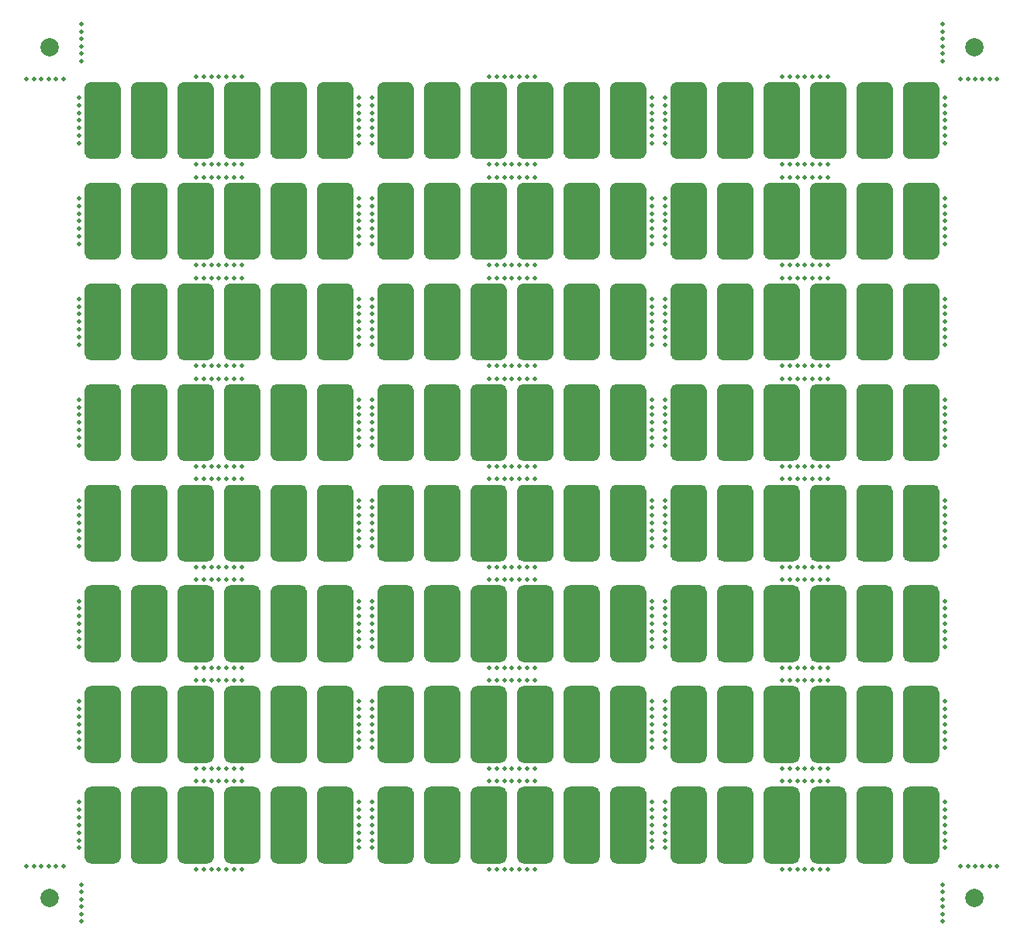
<source format=gbr>
%TF.GenerationSoftware,KiCad,Pcbnew,8.0.4-unknown-202407232306~396e531e7c~ubuntu22.04.1*%
%TF.CreationDate,2024-08-17T16:34:09+01:00*%
%TF.ProjectId,PANEL_DRY_ELEC_6CH_THIN,50414e45-4c5f-4445-9259-5f454c45435f,1.0*%
%TF.SameCoordinates,Original*%
%TF.FileFunction,Soldermask,Bot*%
%TF.FilePolarity,Negative*%
%FSLAX46Y46*%
G04 Gerber Fmt 4.6, Leading zero omitted, Abs format (unit mm)*
G04 Created by KiCad (PCBNEW 8.0.4-unknown-202407232306~396e531e7c~ubuntu22.04.1) date 2024-08-17 16:34:09*
%MOMM*%
%LPD*%
G01*
G04 APERTURE LIST*
%ADD10C,0.699998*%
%ADD11C,0.000000*%
%ADD12C,0.700000*%
%ADD13C,1.800000*%
%ADD14C,0.500000*%
%ADD15C,2.000000*%
G04 APERTURE END LIST*
D10*
X99349999Y-14000000D02*
G75*
G02*
X98650001Y-14000000I-349999J0D01*
G01*
X98650001Y-14000000D02*
G75*
G02*
X99349999Y-14000000I349999J0D01*
G01*
D11*
G36*
X35000000Y-51000000D02*
G01*
X32400000Y-51000000D01*
X32400000Y-50300000D01*
X35000001Y-50300000D01*
X35000000Y-51000000D01*
G37*
G36*
X84460000Y-58000000D02*
G01*
X80460000Y-58000000D01*
X80460000Y-51000000D01*
X84460000Y-51000000D01*
X84460000Y-58000000D01*
G37*
D12*
X84110000Y-40000000D02*
G75*
G02*
X83410000Y-40000000I-350000J0D01*
G01*
X83410000Y-40000000D02*
G75*
G02*
X84110000Y-40000000I350000J0D01*
G01*
D11*
G36*
X56840000Y-91700000D02*
G01*
X54240000Y-91700000D01*
X54240000Y-91000000D01*
X56840001Y-91000000D01*
X56840000Y-91700000D01*
G37*
G36*
X83760000Y-29000000D02*
G01*
X81160000Y-29000000D01*
X81160000Y-28300000D01*
X83760001Y-28300000D01*
X83760000Y-29000000D01*
G37*
G36*
X25540000Y-25000000D02*
G01*
X21540000Y-25000000D01*
X21540000Y-18000000D01*
X25540000Y-18000000D01*
X25540000Y-25000000D01*
G37*
D12*
X96750001Y-7000000D02*
G75*
G02*
X96050001Y-7000000I-350000J0D01*
G01*
X96050001Y-7000000D02*
G75*
G02*
X96750001Y-7000000I350000J0D01*
G01*
D11*
G36*
X88840000Y-29000000D02*
G01*
X86240000Y-29000000D01*
X86240000Y-28300000D01*
X88840001Y-28300000D01*
X88840000Y-29000000D01*
G37*
D12*
X44430000Y-36000000D02*
G75*
G02*
X43730000Y-36000000I-350000J0D01*
G01*
X43730000Y-36000000D02*
G75*
G02*
X44430000Y-36000000I350000J0D01*
G01*
D10*
X62269999Y-47000000D02*
G75*
G02*
X61570001Y-47000000I-349999J0D01*
G01*
X61570001Y-47000000D02*
G75*
G02*
X62269999Y-47000000I349999J0D01*
G01*
D11*
G36*
X99000000Y-25700000D02*
G01*
X96400000Y-25700000D01*
X96400000Y-25000000D01*
X99000001Y-25000000D01*
X99000000Y-25700000D01*
G37*
D12*
X44430000Y-58000000D02*
G75*
G02*
X43730000Y-58000000I-350000J0D01*
G01*
X43730000Y-58000000D02*
G75*
G02*
X44430000Y-58000000I350000J0D01*
G01*
X39350000Y-58000000D02*
G75*
G02*
X38650000Y-58000000I-350000J0D01*
G01*
X38650000Y-58000000D02*
G75*
G02*
X39350000Y-58000000I350000J0D01*
G01*
X32750000Y-47000000D02*
G75*
G02*
X32050000Y-47000000I-350000J0D01*
G01*
X32050000Y-47000000D02*
G75*
G02*
X32750000Y-47000000I350000J0D01*
G01*
D11*
G36*
X94620000Y-36000000D02*
G01*
X90620000Y-36000000D01*
X90620000Y-29000000D01*
X94620000Y-29000000D01*
X94620000Y-36000000D01*
G37*
G36*
X9600000Y-62000000D02*
G01*
X7000000Y-62000000D01*
X7000000Y-61300000D01*
X9600001Y-61300000D01*
X9600000Y-62000000D01*
G37*
D12*
X44430001Y-7000000D02*
G75*
G02*
X43730001Y-7000000I-350000J0D01*
G01*
X43730001Y-7000000D02*
G75*
G02*
X44430001Y-7000000I350000J0D01*
G01*
X49510000Y-80000000D02*
G75*
G02*
X48810000Y-80000000I-350000J0D01*
G01*
X48810000Y-80000000D02*
G75*
G02*
X49510000Y-80000000I350000J0D01*
G01*
X73950000Y-73000000D02*
G75*
G02*
X73250000Y-73000000I-350000J0D01*
G01*
X73250000Y-73000000D02*
G75*
G02*
X73950000Y-73000000I350000J0D01*
G01*
D11*
G36*
X57540000Y-69000000D02*
G01*
X53540000Y-69000000D01*
X53540000Y-62000000D01*
X57540000Y-62000000D01*
X57540000Y-69000000D01*
G37*
D12*
X47030000Y-62000000D02*
G75*
G02*
X46330000Y-62000000I-350000J0D01*
G01*
X46330000Y-62000000D02*
G75*
G02*
X47030000Y-62000000I350000J0D01*
G01*
D10*
X25189999Y-80000000D02*
G75*
G02*
X24490001Y-80000000I-349999J0D01*
G01*
X24490001Y-80000000D02*
G75*
G02*
X25189999Y-80000000I349999J0D01*
G01*
D11*
G36*
X57540000Y-80000000D02*
G01*
X53540000Y-80000000D01*
X53540000Y-73000000D01*
X57540000Y-73000000D01*
X57540000Y-80000000D01*
G37*
G36*
X24840000Y-69700000D02*
G01*
X22240000Y-69700000D01*
X22240000Y-69000000D01*
X24840001Y-69000000D01*
X24840000Y-69700000D01*
G37*
G36*
X19760000Y-62000000D02*
G01*
X17160000Y-62000000D01*
X17160000Y-61300000D01*
X19760001Y-61300000D01*
X19760000Y-62000000D01*
G37*
G36*
X24840000Y-51000000D02*
G01*
X22240000Y-51000000D01*
X22240000Y-50300000D01*
X24840001Y-50300000D01*
X24840000Y-51000000D01*
G37*
G36*
X35000000Y-69700000D02*
G01*
X32400000Y-69700000D01*
X32400000Y-69000000D01*
X35000001Y-69000000D01*
X35000000Y-69700000D01*
G37*
G36*
X93920000Y-18000000D02*
G01*
X91320000Y-18000000D01*
X91320000Y-17300000D01*
X93920001Y-17300000D01*
X93920000Y-18000000D01*
G37*
G36*
X35000000Y-36700000D02*
G01*
X32400000Y-36700000D01*
X32400000Y-36000000D01*
X35000001Y-36000000D01*
X35000000Y-36700000D01*
G37*
G36*
X41600000Y-51000000D02*
G01*
X39000000Y-51000000D01*
X39000000Y-50300000D01*
X41600001Y-50300000D01*
X41600000Y-51000000D01*
G37*
D12*
X76430001Y-7000000D02*
G75*
G02*
X75730001Y-7000000I-350000J0D01*
G01*
X75730001Y-7000000D02*
G75*
G02*
X76430001Y-7000000I350000J0D01*
G01*
D11*
G36*
X56840000Y-18000000D02*
G01*
X54240000Y-18000000D01*
X54240000Y-17300000D01*
X56840001Y-17300000D01*
X56840000Y-18000000D01*
G37*
D10*
X73949999Y-47000000D02*
G75*
G02*
X73250001Y-47000000I-349999J0D01*
G01*
X73250001Y-47000000D02*
G75*
G02*
X73949999Y-47000000I349999J0D01*
G01*
D11*
G36*
X83760000Y-58700000D02*
G01*
X81160000Y-58700000D01*
X81160000Y-58000000D01*
X83760001Y-58000000D01*
X83760000Y-58700000D01*
G37*
D12*
X91670001Y-51000000D02*
G75*
G02*
X90970001Y-51000000I-350000J0D01*
G01*
X90970001Y-51000000D02*
G75*
G02*
X91670001Y-51000000I350000J0D01*
G01*
D11*
G36*
X88840000Y-69700000D02*
G01*
X86240000Y-69700000D01*
X86240000Y-69000000D01*
X88840001Y-69000000D01*
X88840000Y-69700000D01*
G37*
G36*
X89540000Y-47000000D02*
G01*
X85540000Y-47000000D01*
X85540000Y-40000000D01*
X89540000Y-40000000D01*
X89540000Y-47000000D01*
G37*
D12*
X86590001Y-29000000D02*
G75*
G02*
X85890001Y-29000000I-350000J0D01*
G01*
X85890001Y-29000000D02*
G75*
G02*
X86590001Y-29000000I350000J0D01*
G01*
X52110000Y-40000000D02*
G75*
G02*
X51410000Y-40000000I-350000J0D01*
G01*
X51410000Y-40000000D02*
G75*
G02*
X52110000Y-40000000I350000J0D01*
G01*
D10*
X57189999Y-58000000D02*
G75*
G02*
X56490001Y-58000000I-349999J0D01*
G01*
X56490001Y-58000000D02*
G75*
G02*
X57189999Y-58000000I349999J0D01*
G01*
D11*
G36*
X46680000Y-91700000D02*
G01*
X44080000Y-91700000D01*
X44080000Y-91000000D01*
X46680001Y-91000000D01*
X46680000Y-91700000D01*
G37*
G36*
X56840000Y-80700000D02*
G01*
X54240000Y-80700000D01*
X54240000Y-80000000D01*
X56840001Y-80000000D01*
X56840000Y-80700000D01*
G37*
G36*
X93920000Y-14700000D02*
G01*
X91320000Y-14700000D01*
X91320000Y-14000000D01*
X93920001Y-14000000D01*
X93920000Y-14700000D01*
G37*
G36*
X62620000Y-69000000D02*
G01*
X58620000Y-69000000D01*
X58620000Y-62000000D01*
X62620000Y-62000000D01*
X62620000Y-69000000D01*
G37*
D12*
X25190000Y-51000000D02*
G75*
G02*
X24490000Y-51000000I-350000J0D01*
G01*
X24490000Y-51000000D02*
G75*
G02*
X25190000Y-51000000I350000J0D01*
G01*
D11*
G36*
X9600000Y-91700000D02*
G01*
X7000000Y-91700000D01*
X7000000Y-91000000D01*
X9600001Y-91000000D01*
X9600000Y-91700000D01*
G37*
G36*
X30620000Y-91000000D02*
G01*
X26620000Y-91000000D01*
X26620000Y-84000000D01*
X30620000Y-84000000D01*
X30620000Y-91000000D01*
G37*
D10*
X62269999Y-25000000D02*
G75*
G02*
X61570001Y-25000000I-349999J0D01*
G01*
X61570001Y-25000000D02*
G75*
G02*
X62269999Y-25000000I349999J0D01*
G01*
X99349999Y-25000000D02*
G75*
G02*
X98650001Y-25000000I-349999J0D01*
G01*
X98650001Y-25000000D02*
G75*
G02*
X99349999Y-25000000I349999J0D01*
G01*
D12*
X44430001Y-62000000D02*
G75*
G02*
X43730001Y-62000000I-350000J0D01*
G01*
X43730001Y-62000000D02*
G75*
G02*
X44430001Y-62000000I350000J0D01*
G01*
X49510001Y-29000000D02*
G75*
G02*
X48810001Y-29000000I-350000J0D01*
G01*
X48810001Y-29000000D02*
G75*
G02*
X49510001Y-29000000I350000J0D01*
G01*
D11*
G36*
X19760000Y-29000000D02*
G01*
X17160000Y-29000000D01*
X17160000Y-28300000D01*
X19760001Y-28300000D01*
X19760000Y-29000000D01*
G37*
D12*
X9950000Y-84000000D02*
G75*
G02*
X9250000Y-84000000I-350000J0D01*
G01*
X9250000Y-84000000D02*
G75*
G02*
X9950000Y-84000000I350000J0D01*
G01*
D10*
X25189999Y-14000000D02*
G75*
G02*
X24490001Y-14000000I-349999J0D01*
G01*
X24490001Y-14000000D02*
G75*
G02*
X25189999Y-14000000I349999J0D01*
G01*
D11*
G36*
X89540000Y-91000000D02*
G01*
X85540000Y-91000000D01*
X85540000Y-84000000D01*
X89540000Y-84000000D01*
X89540000Y-91000000D01*
G37*
D12*
X39350001Y-84000000D02*
G75*
G02*
X38650001Y-84000000I-350000J0D01*
G01*
X38650001Y-84000000D02*
G75*
G02*
X39350001Y-84000000I350000J0D01*
G01*
D11*
G36*
X42300000Y-80000000D02*
G01*
X38300000Y-80000000D01*
X38300000Y-73000000D01*
X42300000Y-73000000D01*
X42300000Y-80000000D01*
G37*
D12*
X27670000Y-58000000D02*
G75*
G02*
X26970000Y-58000000I-350000J0D01*
G01*
X26970000Y-58000000D02*
G75*
G02*
X27670000Y-58000000I350000J0D01*
G01*
D11*
G36*
X46680000Y-73000000D02*
G01*
X44080000Y-73000000D01*
X44080000Y-72300000D01*
X46680001Y-72300000D01*
X46680000Y-73000000D01*
G37*
G36*
X9600000Y-7000000D02*
G01*
X7000000Y-7000000D01*
X7000000Y-6300000D01*
X9600001Y-6300000D01*
X9600000Y-7000000D01*
G37*
D10*
X73949999Y-25000000D02*
G75*
G02*
X73250001Y-25000000I-349999J0D01*
G01*
X73250001Y-25000000D02*
G75*
G02*
X73949999Y-25000000I349999J0D01*
G01*
D11*
G36*
X74300000Y-80000000D02*
G01*
X70300000Y-80000000D01*
X70300000Y-73000000D01*
X74300000Y-73000000D01*
X74300000Y-80000000D01*
G37*
D10*
X9949999Y-14000000D02*
G75*
G02*
X9250001Y-14000000I-349999J0D01*
G01*
X9250001Y-14000000D02*
G75*
G02*
X9949999Y-14000000I349999J0D01*
G01*
D12*
X64750001Y-62000000D02*
G75*
G02*
X64050001Y-62000000I-350000J0D01*
G01*
X64050001Y-62000000D02*
G75*
G02*
X64750001Y-62000000I350000J0D01*
G01*
D11*
G36*
X19760000Y-80700000D02*
G01*
X17160000Y-80700000D01*
X17160000Y-80000000D01*
X19760001Y-80000000D01*
X19760000Y-80700000D01*
G37*
G36*
X19760000Y-47700000D02*
G01*
X17160000Y-47700000D01*
X17160000Y-47000000D01*
X19760001Y-47000000D01*
X19760000Y-47700000D01*
G37*
G36*
X29920000Y-40000000D02*
G01*
X27320000Y-40000000D01*
X27320000Y-39300000D01*
X29920001Y-39300000D01*
X29920000Y-40000000D01*
G37*
D12*
X76430000Y-25000000D02*
G75*
G02*
X75730000Y-25000000I-350000J0D01*
G01*
X75730000Y-25000000D02*
G75*
G02*
X76430000Y-25000000I350000J0D01*
G01*
D10*
X15029999Y-25000000D02*
G75*
G02*
X14330001Y-25000000I-349999J0D01*
G01*
X14330001Y-25000000D02*
G75*
G02*
X15029999Y-25000000I349999J0D01*
G01*
D12*
X94270000Y-73000000D02*
G75*
G02*
X93570000Y-73000000I-350000J0D01*
G01*
X93570000Y-73000000D02*
G75*
G02*
X94270000Y-73000000I350000J0D01*
G01*
D11*
G36*
X35700000Y-69000000D02*
G01*
X31700000Y-69000000D01*
X31700000Y-62000000D01*
X35700000Y-62000000D01*
X35700000Y-69000000D01*
G37*
G36*
X41600000Y-91700000D02*
G01*
X39000000Y-91700000D01*
X39000000Y-91000000D01*
X41600001Y-91000000D01*
X41600000Y-91700000D01*
G37*
D12*
X91670000Y-69000000D02*
G75*
G02*
X90970000Y-69000000I-350000J0D01*
G01*
X90970000Y-69000000D02*
G75*
G02*
X91670000Y-69000000I350000J0D01*
G01*
D10*
X94269999Y-14000000D02*
G75*
G02*
X93570001Y-14000000I-349999J0D01*
G01*
X93570001Y-14000000D02*
G75*
G02*
X94269999Y-14000000I349999J0D01*
G01*
D12*
X76430000Y-69000000D02*
G75*
G02*
X75730000Y-69000000I-350000J0D01*
G01*
X75730000Y-69000000D02*
G75*
G02*
X76430000Y-69000000I350000J0D01*
G01*
X35350000Y-84000000D02*
G75*
G02*
X34650000Y-84000000I-350000J0D01*
G01*
X34650000Y-84000000D02*
G75*
G02*
X35350000Y-84000000I350000J0D01*
G01*
D11*
G36*
X47380000Y-36000000D02*
G01*
X43380000Y-36000000D01*
X43380000Y-29000000D01*
X47380000Y-29000000D01*
X47380000Y-36000000D01*
G37*
D12*
X89190000Y-73000000D02*
G75*
G02*
X88490000Y-73000000I-350000J0D01*
G01*
X88490000Y-73000000D02*
G75*
G02*
X89190000Y-73000000I350000J0D01*
G01*
X22590000Y-58000000D02*
G75*
G02*
X21890000Y-58000000I-350000J0D01*
G01*
X21890000Y-58000000D02*
G75*
G02*
X22590000Y-58000000I350000J0D01*
G01*
X17510001Y-7000000D02*
G75*
G02*
X16810001Y-7000000I-350000J0D01*
G01*
X16810001Y-7000000D02*
G75*
G02*
X17510001Y-7000000I350000J0D01*
G01*
X15030000Y-29000000D02*
G75*
G02*
X14330000Y-29000000I-350000J0D01*
G01*
X14330000Y-29000000D02*
G75*
G02*
X15030000Y-29000000I350000J0D01*
G01*
X64750000Y-47000000D02*
G75*
G02*
X64050000Y-47000000I-350000J0D01*
G01*
X64050000Y-47000000D02*
G75*
G02*
X64750000Y-47000000I350000J0D01*
G01*
D11*
G36*
X9600000Y-69700000D02*
G01*
X7000000Y-69700000D01*
X7000000Y-69000000D01*
X9600001Y-69000000D01*
X9600000Y-69700000D01*
G37*
G36*
X74300000Y-58000000D02*
G01*
X70300000Y-58000000D01*
X70300000Y-51000000D01*
X74300000Y-51000000D01*
X74300000Y-58000000D01*
G37*
D12*
X30270000Y-18000000D02*
G75*
G02*
X29570000Y-18000000I-350000J0D01*
G01*
X29570000Y-18000000D02*
G75*
G02*
X30270000Y-18000000I350000J0D01*
G01*
D11*
G36*
X19760000Y-51000000D02*
G01*
X17160000Y-51000000D01*
X17160000Y-50300000D01*
X19760001Y-50300000D01*
X19760000Y-51000000D01*
G37*
D12*
X25190000Y-40000000D02*
G75*
G02*
X24490000Y-40000000I-350000J0D01*
G01*
X24490000Y-40000000D02*
G75*
G02*
X25190000Y-40000000I350000J0D01*
G01*
D11*
G36*
X67000000Y-58700000D02*
G01*
X64400000Y-58700000D01*
X64400000Y-58000000D01*
X67000001Y-58000000D01*
X67000000Y-58700000D01*
G37*
D12*
X73950000Y-62000000D02*
G75*
G02*
X73250000Y-62000000I-350000J0D01*
G01*
X73250000Y-62000000D02*
G75*
G02*
X73950000Y-62000000I350000J0D01*
G01*
X99350000Y-84000000D02*
G75*
G02*
X98650000Y-84000000I-350000J0D01*
G01*
X98650000Y-84000000D02*
G75*
G02*
X99350000Y-84000000I350000J0D01*
G01*
X64750000Y-91000000D02*
G75*
G02*
X64050000Y-91000000I-350000J0D01*
G01*
X64050000Y-91000000D02*
G75*
G02*
X64750000Y-91000000I350000J0D01*
G01*
D10*
X9949999Y-80000000D02*
G75*
G02*
X9250001Y-80000000I-349999J0D01*
G01*
X9250001Y-80000000D02*
G75*
G02*
X9949999Y-80000000I349999J0D01*
G01*
D11*
G36*
X99700000Y-58000000D02*
G01*
X95700000Y-58000000D01*
X95700000Y-51000000D01*
X99700000Y-51000000D01*
X99700000Y-58000000D01*
G37*
D12*
X96750001Y-84000000D02*
G75*
G02*
X96050001Y-84000000I-350000J0D01*
G01*
X96050001Y-84000000D02*
G75*
G02*
X96750001Y-84000000I350000J0D01*
G01*
X86590001Y-51000000D02*
G75*
G02*
X85890001Y-51000000I-350000J0D01*
G01*
X85890001Y-51000000D02*
G75*
G02*
X86590001Y-51000000I350000J0D01*
G01*
X22590000Y-91000000D02*
G75*
G02*
X21890000Y-91000000I-350000J0D01*
G01*
X21890000Y-91000000D02*
G75*
G02*
X22590000Y-91000000I350000J0D01*
G01*
X86590001Y-62000000D02*
G75*
G02*
X85890001Y-62000000I-350000J0D01*
G01*
X85890001Y-62000000D02*
G75*
G02*
X86590001Y-62000000I350000J0D01*
G01*
D10*
X35349999Y-25000000D02*
G75*
G02*
X34650001Y-25000000I-349999J0D01*
G01*
X34650001Y-25000000D02*
G75*
G02*
X35349999Y-25000000I349999J0D01*
G01*
D12*
X32750000Y-69000000D02*
G75*
G02*
X32050000Y-69000000I-350000J0D01*
G01*
X32050000Y-69000000D02*
G75*
G02*
X32750000Y-69000000I350000J0D01*
G01*
D11*
G36*
X47380000Y-91000000D02*
G01*
X43380000Y-91000000D01*
X43380000Y-84000000D01*
X47380000Y-84000000D01*
X47380000Y-91000000D01*
G37*
D12*
X12430000Y-14000000D02*
G75*
G02*
X11730000Y-14000000I-350000J0D01*
G01*
X11730000Y-14000000D02*
G75*
G02*
X12430000Y-14000000I350000J0D01*
G01*
X44430001Y-51000000D02*
G75*
G02*
X43730001Y-51000000I-350000J0D01*
G01*
X43730001Y-51000000D02*
G75*
G02*
X44430001Y-51000000I350000J0D01*
G01*
D10*
X62269999Y-14000000D02*
G75*
G02*
X61570001Y-14000000I-349999J0D01*
G01*
X61570001Y-14000000D02*
G75*
G02*
X62269999Y-14000000I349999J0D01*
G01*
D12*
X84110000Y-18000000D02*
G75*
G02*
X83410000Y-18000000I-350000J0D01*
G01*
X83410000Y-18000000D02*
G75*
G02*
X84110000Y-18000000I350000J0D01*
G01*
X59670001Y-29000000D02*
G75*
G02*
X58970001Y-29000000I-350000J0D01*
G01*
X58970001Y-29000000D02*
G75*
G02*
X59670001Y-29000000I350000J0D01*
G01*
D10*
X52109999Y-69000000D02*
G75*
G02*
X51410001Y-69000000I-349999J0D01*
G01*
X51410001Y-69000000D02*
G75*
G02*
X52109999Y-69000000I349999J0D01*
G01*
D12*
X49510001Y-18000000D02*
G75*
G02*
X48810001Y-18000000I-350000J0D01*
G01*
X48810001Y-18000000D02*
G75*
G02*
X49510001Y-18000000I350000J0D01*
G01*
X52110000Y-73000000D02*
G75*
G02*
X51410000Y-73000000I-350000J0D01*
G01*
X51410000Y-73000000D02*
G75*
G02*
X52110000Y-73000000I350000J0D01*
G01*
D11*
G36*
X56840000Y-40000000D02*
G01*
X54240000Y-40000000D01*
X54240000Y-39300000D01*
X56840001Y-39300000D01*
X56840000Y-40000000D01*
G37*
D10*
X57189999Y-25000000D02*
G75*
G02*
X56490001Y-25000000I-349999J0D01*
G01*
X56490001Y-25000000D02*
G75*
G02*
X57189999Y-25000000I349999J0D01*
G01*
D11*
G36*
X56840000Y-25700000D02*
G01*
X54240000Y-25700000D01*
X54240000Y-25000000D01*
X56840001Y-25000000D01*
X56840000Y-25700000D01*
G37*
D12*
X67350000Y-29000000D02*
G75*
G02*
X66650000Y-29000000I-350000J0D01*
G01*
X66650000Y-29000000D02*
G75*
G02*
X67350000Y-29000000I350000J0D01*
G01*
D11*
G36*
X94620000Y-69000000D02*
G01*
X90620000Y-69000000D01*
X90620000Y-62000000D01*
X94620000Y-62000000D01*
X94620000Y-69000000D01*
G37*
G36*
X79380000Y-25000000D02*
G01*
X75380000Y-25000000D01*
X75380000Y-18000000D01*
X79380000Y-18000000D01*
X79380000Y-25000000D01*
G37*
G36*
X88840000Y-36700000D02*
G01*
X86240000Y-36700000D01*
X86240000Y-36000000D01*
X88840001Y-36000000D01*
X88840000Y-36700000D01*
G37*
D12*
X81510000Y-25000000D02*
G75*
G02*
X80810000Y-25000000I-350000J0D01*
G01*
X80810000Y-25000000D02*
G75*
G02*
X81510000Y-25000000I350000J0D01*
G01*
X79030000Y-62000000D02*
G75*
G02*
X78330000Y-62000000I-350000J0D01*
G01*
X78330000Y-62000000D02*
G75*
G02*
X79030000Y-62000000I350000J0D01*
G01*
X39350001Y-51000000D02*
G75*
G02*
X38650001Y-51000000I-350000J0D01*
G01*
X38650001Y-51000000D02*
G75*
G02*
X39350001Y-51000000I350000J0D01*
G01*
D11*
G36*
X73600000Y-7000000D02*
G01*
X71000000Y-7000000D01*
X71000000Y-6300000D01*
X73600001Y-6300000D01*
X73600000Y-7000000D01*
G37*
D12*
X41950000Y-62000000D02*
G75*
G02*
X41250000Y-62000000I-350000J0D01*
G01*
X41250000Y-62000000D02*
G75*
G02*
X41950000Y-62000000I350000J0D01*
G01*
D11*
G36*
X41600000Y-7000000D02*
G01*
X39000000Y-7000000D01*
X39000000Y-6300000D01*
X41600001Y-6300000D01*
X41600000Y-7000000D01*
G37*
G36*
X42300000Y-14000000D02*
G01*
X38300000Y-14000000D01*
X38300000Y-7000000D01*
X42300000Y-7000000D01*
X42300000Y-14000000D01*
G37*
D12*
X27670001Y-51000000D02*
G75*
G02*
X26970001Y-51000000I-350000J0D01*
G01*
X26970001Y-51000000D02*
G75*
G02*
X27670001Y-51000000I350000J0D01*
G01*
X59670000Y-91000000D02*
G75*
G02*
X58970000Y-91000000I-350000J0D01*
G01*
X58970000Y-91000000D02*
G75*
G02*
X59670000Y-91000000I350000J0D01*
G01*
D11*
G36*
X24840000Y-80700000D02*
G01*
X22240000Y-80700000D01*
X22240000Y-80000000D01*
X24840001Y-80000000D01*
X24840000Y-80700000D01*
G37*
G36*
X46680000Y-80700000D02*
G01*
X44080000Y-80700000D01*
X44080000Y-80000000D01*
X46680001Y-80000000D01*
X46680000Y-80700000D01*
G37*
G36*
X61920000Y-73000000D02*
G01*
X59320000Y-73000000D01*
X59320000Y-72300000D01*
X61920001Y-72300000D01*
X61920000Y-73000000D01*
G37*
G36*
X35000000Y-7000000D02*
G01*
X32400000Y-7000000D01*
X32400000Y-6300000D01*
X35000001Y-6300000D01*
X35000000Y-7000000D01*
G37*
G36*
X93920000Y-84000000D02*
G01*
X91320000Y-84000000D01*
X91320000Y-83300000D01*
X93920001Y-83300000D01*
X93920000Y-84000000D01*
G37*
G36*
X78680000Y-14700000D02*
G01*
X76080000Y-14700000D01*
X76080000Y-14000000D01*
X78680001Y-14000000D01*
X78680000Y-14700000D01*
G37*
G36*
X84460000Y-14000000D02*
G01*
X80460000Y-14000000D01*
X80460000Y-7000000D01*
X84460000Y-7000000D01*
X84460000Y-14000000D01*
G37*
G36*
X24840000Y-25700000D02*
G01*
X22240000Y-25700000D01*
X22240000Y-25000000D01*
X24840001Y-25000000D01*
X24840000Y-25700000D01*
G37*
D12*
X17510001Y-84000000D02*
G75*
G02*
X16810001Y-84000000I-350000J0D01*
G01*
X16810001Y-84000000D02*
G75*
G02*
X17510001Y-84000000I350000J0D01*
G01*
D11*
G36*
X30620000Y-14000000D02*
G01*
X26620000Y-14000000D01*
X26620000Y-7000000D01*
X30620000Y-7000000D01*
X30620000Y-14000000D01*
G37*
G36*
X67700000Y-36000000D02*
G01*
X63700000Y-36000000D01*
X63700000Y-29000000D01*
X67700000Y-29000000D01*
X67700000Y-36000000D01*
G37*
D12*
X84110000Y-7000000D02*
G75*
G02*
X83410000Y-7000000I-350000J0D01*
G01*
X83410000Y-7000000D02*
G75*
G02*
X84110000Y-7000000I350000J0D01*
G01*
X59670000Y-47000000D02*
G75*
G02*
X58970000Y-47000000I-350000J0D01*
G01*
X58970000Y-47000000D02*
G75*
G02*
X59670000Y-47000000I350000J0D01*
G01*
X12430000Y-91000000D02*
G75*
G02*
X11730000Y-91000000I-350000J0D01*
G01*
X11730000Y-91000000D02*
G75*
G02*
X12430000Y-91000000I350000J0D01*
G01*
D11*
G36*
X67700000Y-91000000D02*
G01*
X63700000Y-91000000D01*
X63700000Y-84000000D01*
X67700000Y-84000000D01*
X67700000Y-91000000D01*
G37*
D10*
X84109999Y-69000000D02*
G75*
G02*
X83410001Y-69000000I-349999J0D01*
G01*
X83410001Y-69000000D02*
G75*
G02*
X84109999Y-69000000I349999J0D01*
G01*
D11*
G36*
X83760000Y-40000000D02*
G01*
X81160000Y-40000000D01*
X81160000Y-39300000D01*
X83760001Y-39300000D01*
X83760000Y-40000000D01*
G37*
G36*
X93920000Y-58700000D02*
G01*
X91320000Y-58700000D01*
X91320000Y-58000000D01*
X93920001Y-58000000D01*
X93920000Y-58700000D01*
G37*
D12*
X22590000Y-80000000D02*
G75*
G02*
X21890000Y-80000000I-350000J0D01*
G01*
X21890000Y-80000000D02*
G75*
G02*
X22590000Y-80000000I350000J0D01*
G01*
D10*
X35349999Y-80000000D02*
G75*
G02*
X34650001Y-80000000I-349999J0D01*
G01*
X34650001Y-80000000D02*
G75*
G02*
X35349999Y-80000000I349999J0D01*
G01*
D12*
X94270000Y-7000000D02*
G75*
G02*
X93570000Y-7000000I-350000J0D01*
G01*
X93570000Y-7000000D02*
G75*
G02*
X94270000Y-7000000I350000J0D01*
G01*
X12430001Y-7000000D02*
G75*
G02*
X11730001Y-7000000I-350000J0D01*
G01*
X11730001Y-7000000D02*
G75*
G02*
X12430001Y-7000000I350000J0D01*
G01*
D11*
G36*
X79380000Y-14000000D02*
G01*
X75380000Y-14000000D01*
X75380000Y-7000000D01*
X79380000Y-7000000D01*
X79380000Y-14000000D01*
G37*
D12*
X9950000Y-40000000D02*
G75*
G02*
X9250000Y-40000000I-350000J0D01*
G01*
X9250000Y-40000000D02*
G75*
G02*
X9950000Y-40000000I350000J0D01*
G01*
X32750001Y-18000000D02*
G75*
G02*
X32050001Y-18000000I-350000J0D01*
G01*
X32050001Y-18000000D02*
G75*
G02*
X32750001Y-18000000I350000J0D01*
G01*
X49510000Y-14000000D02*
G75*
G02*
X48810000Y-14000000I-350000J0D01*
G01*
X48810000Y-14000000D02*
G75*
G02*
X49510000Y-14000000I350000J0D01*
G01*
D11*
G36*
X46680000Y-58700000D02*
G01*
X44080000Y-58700000D01*
X44080000Y-58000000D01*
X46680001Y-58000000D01*
X46680000Y-58700000D01*
G37*
G36*
X78680000Y-58700000D02*
G01*
X76080000Y-58700000D01*
X76080000Y-58000000D01*
X78680001Y-58000000D01*
X78680000Y-58700000D01*
G37*
G36*
X57540000Y-58000000D02*
G01*
X53540000Y-58000000D01*
X53540000Y-51000000D01*
X57540000Y-51000000D01*
X57540000Y-58000000D01*
G37*
D12*
X57190000Y-40000000D02*
G75*
G02*
X56490000Y-40000000I-350000J0D01*
G01*
X56490000Y-40000000D02*
G75*
G02*
X57190000Y-40000000I350000J0D01*
G01*
X9950000Y-73000000D02*
G75*
G02*
X9250000Y-73000000I-350000J0D01*
G01*
X9250000Y-73000000D02*
G75*
G02*
X9950000Y-73000000I350000J0D01*
G01*
D11*
G36*
X93920000Y-7000000D02*
G01*
X91320000Y-7000000D01*
X91320000Y-6300000D01*
X93920001Y-6300000D01*
X93920000Y-7000000D01*
G37*
G36*
X89540000Y-80000000D02*
G01*
X85540000Y-80000000D01*
X85540000Y-73000000D01*
X89540000Y-73000000D01*
X89540000Y-80000000D01*
G37*
D12*
X20110000Y-73000000D02*
G75*
G02*
X19410000Y-73000000I-350000J0D01*
G01*
X19410000Y-73000000D02*
G75*
G02*
X20110000Y-73000000I350000J0D01*
G01*
X99350000Y-40000000D02*
G75*
G02*
X98650000Y-40000000I-350000J0D01*
G01*
X98650000Y-40000000D02*
G75*
G02*
X99350000Y-40000000I350000J0D01*
G01*
D11*
G36*
X73600000Y-91700000D02*
G01*
X71000000Y-91700000D01*
X71000000Y-91000000D01*
X73600001Y-91000000D01*
X73600000Y-91700000D01*
G37*
G36*
X29920000Y-7000000D02*
G01*
X27320000Y-7000000D01*
X27320000Y-6300000D01*
X29920001Y-6300000D01*
X29920000Y-7000000D01*
G37*
G36*
X61920000Y-29000000D02*
G01*
X59320000Y-29000000D01*
X59320000Y-28300000D01*
X61920001Y-28300000D01*
X61920000Y-29000000D01*
G37*
D12*
X71350000Y-25000000D02*
G75*
G02*
X70650000Y-25000000I-350000J0D01*
G01*
X70650000Y-25000000D02*
G75*
G02*
X71350000Y-25000000I350000J0D01*
G01*
X64750001Y-51000000D02*
G75*
G02*
X64050001Y-51000000I-350000J0D01*
G01*
X64050001Y-51000000D02*
G75*
G02*
X64750001Y-51000000I350000J0D01*
G01*
D10*
X52109999Y-80000000D02*
G75*
G02*
X51410001Y-80000000I-349999J0D01*
G01*
X51410001Y-80000000D02*
G75*
G02*
X52109999Y-80000000I349999J0D01*
G01*
X99349999Y-47000000D02*
G75*
G02*
X98650001Y-47000000I-349999J0D01*
G01*
X98650001Y-47000000D02*
G75*
G02*
X99349999Y-47000000I349999J0D01*
G01*
D12*
X22590001Y-51000000D02*
G75*
G02*
X21890001Y-51000000I-350000J0D01*
G01*
X21890001Y-51000000D02*
G75*
G02*
X22590001Y-51000000I350000J0D01*
G01*
D10*
X20109999Y-25000000D02*
G75*
G02*
X19410001Y-25000000I-349999J0D01*
G01*
X19410001Y-25000000D02*
G75*
G02*
X20109999Y-25000000I349999J0D01*
G01*
D11*
G36*
X78680000Y-25700000D02*
G01*
X76080000Y-25700000D01*
X76080000Y-25000000D01*
X78680001Y-25000000D01*
X78680000Y-25700000D01*
G37*
D12*
X20110000Y-51000000D02*
G75*
G02*
X19410000Y-51000000I-350000J0D01*
G01*
X19410000Y-51000000D02*
G75*
G02*
X20110000Y-51000000I350000J0D01*
G01*
X12430001Y-51000000D02*
G75*
G02*
X11730001Y-51000000I-350000J0D01*
G01*
X11730001Y-51000000D02*
G75*
G02*
X12430001Y-51000000I350000J0D01*
G01*
D10*
X89189999Y-58000000D02*
G75*
G02*
X88490001Y-58000000I-349999J0D01*
G01*
X88490001Y-58000000D02*
G75*
G02*
X89189999Y-58000000I349999J0D01*
G01*
X47029999Y-69000000D02*
G75*
G02*
X46330001Y-69000000I-349999J0D01*
G01*
X46330001Y-69000000D02*
G75*
G02*
X47029999Y-69000000I349999J0D01*
G01*
D11*
G36*
X89540000Y-14000000D02*
G01*
X85540000Y-14000000D01*
X85540000Y-7000000D01*
X89540000Y-7000000D01*
X89540000Y-14000000D01*
G37*
G36*
X62620000Y-58000000D02*
G01*
X58620000Y-58000000D01*
X58620000Y-51000000D01*
X62620000Y-51000000D01*
X62620000Y-58000000D01*
G37*
G36*
X61920000Y-40000000D02*
G01*
X59320000Y-40000000D01*
X59320000Y-39300000D01*
X61920001Y-39300000D01*
X61920000Y-40000000D01*
G37*
G36*
X46680000Y-69700000D02*
G01*
X44080000Y-69700000D01*
X44080000Y-69000000D01*
X46680001Y-69000000D01*
X46680000Y-69700000D01*
G37*
D12*
X7350000Y-80000000D02*
G75*
G02*
X6650000Y-80000000I-350000J0D01*
G01*
X6650000Y-80000000D02*
G75*
G02*
X7350000Y-80000000I350000J0D01*
G01*
D11*
G36*
X46680000Y-84000000D02*
G01*
X44080000Y-84000000D01*
X44080000Y-83300000D01*
X46680001Y-83300000D01*
X46680000Y-84000000D01*
G37*
G36*
X29920000Y-73000000D02*
G01*
X27320000Y-73000000D01*
X27320000Y-72300000D01*
X29920001Y-72300000D01*
X29920000Y-73000000D01*
G37*
G36*
X73600000Y-80700000D02*
G01*
X71000000Y-80700000D01*
X71000000Y-80000000D01*
X73600001Y-80000000D01*
X73600000Y-80700000D01*
G37*
G36*
X56840000Y-47700000D02*
G01*
X54240000Y-47700000D01*
X54240000Y-47000000D01*
X56840001Y-47000000D01*
X56840000Y-47700000D01*
G37*
D10*
X52109999Y-25000000D02*
G75*
G02*
X51410001Y-25000000I-349999J0D01*
G01*
X51410001Y-25000000D02*
G75*
G02*
X52109999Y-25000000I349999J0D01*
G01*
X57189999Y-91000000D02*
G75*
G02*
X56490001Y-91000000I-349999J0D01*
G01*
X56490001Y-91000000D02*
G75*
G02*
X57189999Y-91000000I349999J0D01*
G01*
D11*
G36*
X88840000Y-62000000D02*
G01*
X86240000Y-62000000D01*
X86240000Y-61300000D01*
X88840001Y-61300000D01*
X88840000Y-62000000D01*
G37*
D12*
X59670001Y-18000000D02*
G75*
G02*
X58970001Y-18000000I-350000J0D01*
G01*
X58970001Y-18000000D02*
G75*
G02*
X59670001Y-18000000I350000J0D01*
G01*
D11*
G36*
X14680000Y-29000000D02*
G01*
X12080000Y-29000000D01*
X12080000Y-28300000D01*
X14680001Y-28300000D01*
X14680000Y-29000000D01*
G37*
G36*
X74300000Y-91000000D02*
G01*
X70300000Y-91000000D01*
X70300000Y-84000000D01*
X74300000Y-84000000D01*
X74300000Y-91000000D01*
G37*
G36*
X89540000Y-25000000D02*
G01*
X85540000Y-25000000D01*
X85540000Y-18000000D01*
X89540000Y-18000000D01*
X89540000Y-25000000D01*
G37*
D12*
X91670000Y-25000000D02*
G75*
G02*
X90970000Y-25000000I-350000J0D01*
G01*
X90970000Y-25000000D02*
G75*
G02*
X91670000Y-25000000I350000J0D01*
G01*
X54590001Y-84000000D02*
G75*
G02*
X53890001Y-84000000I-350000J0D01*
G01*
X53890001Y-84000000D02*
G75*
G02*
X54590001Y-84000000I350000J0D01*
G01*
X20110000Y-40000000D02*
G75*
G02*
X19410000Y-40000000I-350000J0D01*
G01*
X19410000Y-40000000D02*
G75*
G02*
X20110000Y-40000000I350000J0D01*
G01*
D11*
G36*
X35000000Y-40000000D02*
G01*
X32400000Y-40000000D01*
X32400000Y-39300000D01*
X35000001Y-39300000D01*
X35000000Y-40000000D01*
G37*
G36*
X84460000Y-69000000D02*
G01*
X80460000Y-69000000D01*
X80460000Y-62000000D01*
X84460000Y-62000000D01*
X84460000Y-69000000D01*
G37*
D10*
X30269999Y-91000000D02*
G75*
G02*
X29570001Y-91000000I-349999J0D01*
G01*
X29570001Y-91000000D02*
G75*
G02*
X30269999Y-91000000I349999J0D01*
G01*
D11*
G36*
X61920000Y-47700000D02*
G01*
X59320000Y-47700000D01*
X59320000Y-47000000D01*
X61920001Y-47000000D01*
X61920000Y-47700000D01*
G37*
D12*
X64750001Y-84000000D02*
G75*
G02*
X64050001Y-84000000I-350000J0D01*
G01*
X64050001Y-84000000D02*
G75*
G02*
X64750001Y-84000000I350000J0D01*
G01*
X86590001Y-73000000D02*
G75*
G02*
X85890001Y-73000000I-350000J0D01*
G01*
X85890001Y-73000000D02*
G75*
G02*
X86590001Y-73000000I350000J0D01*
G01*
D11*
G36*
X57540000Y-91000000D02*
G01*
X53540000Y-91000000D01*
X53540000Y-84000000D01*
X57540000Y-84000000D01*
X57540000Y-91000000D01*
G37*
G36*
X35000000Y-29000000D02*
G01*
X32400000Y-29000000D01*
X32400000Y-28300000D01*
X35000001Y-28300000D01*
X35000000Y-29000000D01*
G37*
D12*
X32750001Y-84000000D02*
G75*
G02*
X32050001Y-84000000I-350000J0D01*
G01*
X32050001Y-84000000D02*
G75*
G02*
X32750001Y-84000000I350000J0D01*
G01*
D11*
G36*
X35700000Y-58000000D02*
G01*
X31700000Y-58000000D01*
X31700000Y-51000000D01*
X35700000Y-51000000D01*
X35700000Y-58000000D01*
G37*
D12*
X81510001Y-18000000D02*
G75*
G02*
X80810001Y-18000000I-350000J0D01*
G01*
X80810001Y-18000000D02*
G75*
G02*
X81510001Y-18000000I350000J0D01*
G01*
X35350000Y-7000000D02*
G75*
G02*
X34650000Y-7000000I-350000J0D01*
G01*
X34650000Y-7000000D02*
G75*
G02*
X35350000Y-7000000I350000J0D01*
G01*
D11*
G36*
X93920000Y-51000000D02*
G01*
X91320000Y-51000000D01*
X91320000Y-50300000D01*
X93920001Y-50300000D01*
X93920000Y-51000000D01*
G37*
G36*
X78680000Y-18000000D02*
G01*
X76080000Y-18000000D01*
X76080000Y-17300000D01*
X78680001Y-17300000D01*
X78680000Y-18000000D01*
G37*
D12*
X89190000Y-18000000D02*
G75*
G02*
X88490000Y-18000000I-350000J0D01*
G01*
X88490000Y-18000000D02*
G75*
G02*
X89190000Y-18000000I350000J0D01*
G01*
D11*
G36*
X42300000Y-58000000D02*
G01*
X38300000Y-58000000D01*
X38300000Y-51000000D01*
X42300000Y-51000000D01*
X42300000Y-58000000D01*
G37*
D10*
X89189999Y-69000000D02*
G75*
G02*
X88490001Y-69000000I-349999J0D01*
G01*
X88490001Y-69000000D02*
G75*
G02*
X89189999Y-69000000I349999J0D01*
G01*
D11*
G36*
X67000000Y-84000000D02*
G01*
X64400000Y-84000000D01*
X64400000Y-83300000D01*
X67000001Y-83300000D01*
X67000000Y-84000000D01*
G37*
D12*
X64750001Y-40000000D02*
G75*
G02*
X64050001Y-40000000I-350000J0D01*
G01*
X64050001Y-40000000D02*
G75*
G02*
X64750001Y-40000000I350000J0D01*
G01*
D11*
G36*
X52460000Y-91000000D02*
G01*
X48460000Y-91000000D01*
X48460000Y-84000000D01*
X52460000Y-84000000D01*
X52460000Y-91000000D01*
G37*
D12*
X25190000Y-62000000D02*
G75*
G02*
X24490000Y-62000000I-350000J0D01*
G01*
X24490000Y-62000000D02*
G75*
G02*
X25190000Y-62000000I350000J0D01*
G01*
D11*
G36*
X47380000Y-69000000D02*
G01*
X43380000Y-69000000D01*
X43380000Y-62000000D01*
X47380000Y-62000000D01*
X47380000Y-69000000D01*
G37*
D12*
X96750000Y-47000000D02*
G75*
G02*
X96050000Y-47000000I-350000J0D01*
G01*
X96050000Y-47000000D02*
G75*
G02*
X96750000Y-47000000I350000J0D01*
G01*
D11*
G36*
X78680000Y-51000000D02*
G01*
X76080000Y-51000000D01*
X76080000Y-50300000D01*
X78680001Y-50300000D01*
X78680000Y-51000000D01*
G37*
D12*
X30270000Y-51000000D02*
G75*
G02*
X29570000Y-51000000I-350000J0D01*
G01*
X29570000Y-51000000D02*
G75*
G02*
X30270000Y-51000000I350000J0D01*
G01*
D11*
G36*
X25540000Y-14000000D02*
G01*
X21540000Y-14000000D01*
X21540000Y-7000000D01*
X25540000Y-7000000D01*
X25540000Y-14000000D01*
G37*
D12*
X35350000Y-51000000D02*
G75*
G02*
X34650000Y-51000000I-350000J0D01*
G01*
X34650000Y-51000000D02*
G75*
G02*
X35350000Y-51000000I350000J0D01*
G01*
X32750001Y-40000000D02*
G75*
G02*
X32050001Y-40000000I-350000J0D01*
G01*
X32050001Y-40000000D02*
G75*
G02*
X32750001Y-40000000I350000J0D01*
G01*
X30270000Y-29000000D02*
G75*
G02*
X29570000Y-29000000I-350000J0D01*
G01*
X29570000Y-29000000D02*
G75*
G02*
X30270000Y-29000000I350000J0D01*
G01*
X76430000Y-14000000D02*
G75*
G02*
X75730000Y-14000000I-350000J0D01*
G01*
X75730000Y-14000000D02*
G75*
G02*
X76430000Y-14000000I350000J0D01*
G01*
D11*
G36*
X99700000Y-47000000D02*
G01*
X95700000Y-47000000D01*
X95700000Y-40000000D01*
X99700000Y-40000000D01*
X99700000Y-47000000D01*
G37*
G36*
X41600000Y-25700000D02*
G01*
X39000000Y-25700000D01*
X39000000Y-25000000D01*
X41600001Y-25000000D01*
X41600000Y-25700000D01*
G37*
G36*
X35000000Y-91700000D02*
G01*
X32400000Y-91700000D01*
X32400000Y-91000000D01*
X35000001Y-91000000D01*
X35000000Y-91700000D01*
G37*
D12*
X20110000Y-84000000D02*
G75*
G02*
X19410000Y-84000000I-350000J0D01*
G01*
X19410000Y-84000000D02*
G75*
G02*
X20110000Y-84000000I350000J0D01*
G01*
X86590000Y-69000000D02*
G75*
G02*
X85890000Y-69000000I-350000J0D01*
G01*
X85890000Y-69000000D02*
G75*
G02*
X86590000Y-69000000I350000J0D01*
G01*
D11*
G36*
X24840000Y-91700000D02*
G01*
X22240000Y-91700000D01*
X22240000Y-91000000D01*
X24840001Y-91000000D01*
X24840000Y-91700000D01*
G37*
G36*
X20460000Y-80000000D02*
G01*
X16460000Y-80000000D01*
X16460000Y-73000000D01*
X20460000Y-73000000D01*
X20460000Y-80000000D01*
G37*
G36*
X9600000Y-47700000D02*
G01*
X7000000Y-47700000D01*
X7000000Y-47000000D01*
X9600001Y-47000000D01*
X9600000Y-47700000D01*
G37*
G36*
X14680000Y-14700000D02*
G01*
X12080000Y-14700000D01*
X12080000Y-14000000D01*
X14680001Y-14000000D01*
X14680000Y-14700000D01*
G37*
D10*
X79029999Y-91000000D02*
G75*
G02*
X78330001Y-91000000I-349999J0D01*
G01*
X78330001Y-91000000D02*
G75*
G02*
X79029999Y-91000000I349999J0D01*
G01*
D11*
G36*
X46680000Y-29000000D02*
G01*
X44080000Y-29000000D01*
X44080000Y-28300000D01*
X46680001Y-28300000D01*
X46680000Y-29000000D01*
G37*
G36*
X35000000Y-14700000D02*
G01*
X32400000Y-14700000D01*
X32400000Y-14000000D01*
X35000001Y-14000000D01*
X35000000Y-14700000D01*
G37*
G36*
X67700000Y-69000000D02*
G01*
X63700000Y-69000000D01*
X63700000Y-62000000D01*
X67700000Y-62000000D01*
X67700000Y-69000000D01*
G37*
D12*
X15030000Y-51000000D02*
G75*
G02*
X14330000Y-51000000I-350000J0D01*
G01*
X14330000Y-51000000D02*
G75*
G02*
X15030000Y-51000000I350000J0D01*
G01*
X71350001Y-40000000D02*
G75*
G02*
X70650001Y-40000000I-350000J0D01*
G01*
X70650001Y-40000000D02*
G75*
G02*
X71350001Y-40000000I350000J0D01*
G01*
X9950000Y-62000000D02*
G75*
G02*
X9250000Y-62000000I-350000J0D01*
G01*
X9250000Y-62000000D02*
G75*
G02*
X9950000Y-62000000I350000J0D01*
G01*
D10*
X73949999Y-80000000D02*
G75*
G02*
X73250001Y-80000000I-349999J0D01*
G01*
X73250001Y-80000000D02*
G75*
G02*
X73949999Y-80000000I349999J0D01*
G01*
D12*
X39350000Y-14000000D02*
G75*
G02*
X38650000Y-14000000I-350000J0D01*
G01*
X38650000Y-14000000D02*
G75*
G02*
X39350000Y-14000000I350000J0D01*
G01*
X96750000Y-36000000D02*
G75*
G02*
X96050000Y-36000000I-350000J0D01*
G01*
X96050000Y-36000000D02*
G75*
G02*
X96750000Y-36000000I350000J0D01*
G01*
D11*
G36*
X61920000Y-69700000D02*
G01*
X59320000Y-69700000D01*
X59320000Y-69000000D01*
X61920001Y-69000000D01*
X61920000Y-69700000D01*
G37*
D10*
X67349999Y-25000000D02*
G75*
G02*
X66650001Y-25000000I-349999J0D01*
G01*
X66650001Y-25000000D02*
G75*
G02*
X67349999Y-25000000I349999J0D01*
G01*
D12*
X41950000Y-73000000D02*
G75*
G02*
X41250000Y-73000000I-350000J0D01*
G01*
X41250000Y-73000000D02*
G75*
G02*
X41950000Y-73000000I350000J0D01*
G01*
D11*
G36*
X51760000Y-18000000D02*
G01*
X49160000Y-18000000D01*
X49160000Y-17300000D01*
X51760001Y-17300000D01*
X51760000Y-18000000D01*
G37*
G36*
X56840000Y-84000000D02*
G01*
X54240000Y-84000000D01*
X54240000Y-83300000D01*
X56840001Y-83300000D01*
X56840000Y-84000000D01*
G37*
G36*
X79380000Y-36000000D02*
G01*
X75380000Y-36000000D01*
X75380000Y-29000000D01*
X79380000Y-29000000D01*
X79380000Y-36000000D01*
G37*
D12*
X62270000Y-40000000D02*
G75*
G02*
X61570000Y-40000000I-350000J0D01*
G01*
X61570000Y-40000000D02*
G75*
G02*
X62270000Y-40000000I350000J0D01*
G01*
X96750000Y-91000000D02*
G75*
G02*
X96050000Y-91000000I-350000J0D01*
G01*
X96050000Y-91000000D02*
G75*
G02*
X96750000Y-91000000I350000J0D01*
G01*
D10*
X84109999Y-36000000D02*
G75*
G02*
X83410001Y-36000000I-349999J0D01*
G01*
X83410001Y-36000000D02*
G75*
G02*
X84109999Y-36000000I349999J0D01*
G01*
D11*
G36*
X51760000Y-7000000D02*
G01*
X49160000Y-7000000D01*
X49160000Y-6300000D01*
X51760001Y-6300000D01*
X51760000Y-7000000D01*
G37*
D10*
X25189999Y-69000000D02*
G75*
G02*
X24490001Y-69000000I-349999J0D01*
G01*
X24490001Y-69000000D02*
G75*
G02*
X25189999Y-69000000I349999J0D01*
G01*
D11*
G36*
X78680000Y-7000000D02*
G01*
X76080000Y-7000000D01*
X76080000Y-6300000D01*
X78680001Y-6300000D01*
X78680000Y-7000000D01*
G37*
G36*
X42300000Y-36000000D02*
G01*
X38300000Y-36000000D01*
X38300000Y-29000000D01*
X42300000Y-29000000D01*
X42300000Y-36000000D01*
G37*
D12*
X35350000Y-18000000D02*
G75*
G02*
X34650000Y-18000000I-350000J0D01*
G01*
X34650000Y-18000000D02*
G75*
G02*
X35350000Y-18000000I350000J0D01*
G01*
D11*
G36*
X41600000Y-29000000D02*
G01*
X39000000Y-29000000D01*
X39000000Y-28300000D01*
X41600001Y-28300000D01*
X41600000Y-29000000D01*
G37*
D12*
X64750001Y-73000000D02*
G75*
G02*
X64050001Y-73000000I-350000J0D01*
G01*
X64050001Y-73000000D02*
G75*
G02*
X64750001Y-73000000I350000J0D01*
G01*
X39350000Y-91000000D02*
G75*
G02*
X38650000Y-91000000I-350000J0D01*
G01*
X38650000Y-91000000D02*
G75*
G02*
X39350000Y-91000000I350000J0D01*
G01*
X44430000Y-69000000D02*
G75*
G02*
X43730000Y-69000000I-350000J0D01*
G01*
X43730000Y-69000000D02*
G75*
G02*
X44430000Y-69000000I350000J0D01*
G01*
D10*
X57189999Y-47000000D02*
G75*
G02*
X56490001Y-47000000I-349999J0D01*
G01*
X56490001Y-47000000D02*
G75*
G02*
X57189999Y-47000000I349999J0D01*
G01*
X30269999Y-58000000D02*
G75*
G02*
X29570001Y-58000000I-349999J0D01*
G01*
X29570001Y-58000000D02*
G75*
G02*
X30269999Y-58000000I349999J0D01*
G01*
D12*
X81510000Y-58000000D02*
G75*
G02*
X80810000Y-58000000I-350000J0D01*
G01*
X80810000Y-58000000D02*
G75*
G02*
X81510000Y-58000000I350000J0D01*
G01*
D10*
X94269999Y-25000000D02*
G75*
G02*
X93570001Y-25000000I-349999J0D01*
G01*
X93570001Y-25000000D02*
G75*
G02*
X94269999Y-25000000I349999J0D01*
G01*
D11*
G36*
X83760000Y-80700000D02*
G01*
X81160000Y-80700000D01*
X81160000Y-80000000D01*
X83760001Y-80000000D01*
X83760000Y-80700000D01*
G37*
D12*
X71350001Y-73000000D02*
G75*
G02*
X70650001Y-73000000I-350000J0D01*
G01*
X70650001Y-73000000D02*
G75*
G02*
X71350001Y-73000000I350000J0D01*
G01*
X94270000Y-29000000D02*
G75*
G02*
X93570000Y-29000000I-350000J0D01*
G01*
X93570000Y-29000000D02*
G75*
G02*
X94270000Y-29000000I350000J0D01*
G01*
D10*
X89189999Y-47000000D02*
G75*
G02*
X88490001Y-47000000I-349999J0D01*
G01*
X88490001Y-47000000D02*
G75*
G02*
X89189999Y-47000000I349999J0D01*
G01*
D12*
X41950000Y-18000000D02*
G75*
G02*
X41250000Y-18000000I-350000J0D01*
G01*
X41250000Y-18000000D02*
G75*
G02*
X41950000Y-18000000I350000J0D01*
G01*
D11*
G36*
X78680000Y-69700000D02*
G01*
X76080000Y-69700000D01*
X76080000Y-69000000D01*
X78680001Y-69000000D01*
X78680000Y-69700000D01*
G37*
D12*
X44430001Y-73000000D02*
G75*
G02*
X43730001Y-73000000I-350000J0D01*
G01*
X43730001Y-73000000D02*
G75*
G02*
X44430001Y-73000000I350000J0D01*
G01*
X86590000Y-80000000D02*
G75*
G02*
X85890000Y-80000000I-350000J0D01*
G01*
X85890000Y-80000000D02*
G75*
G02*
X86590000Y-80000000I350000J0D01*
G01*
X96750001Y-18000000D02*
G75*
G02*
X96050001Y-18000000I-350000J0D01*
G01*
X96050001Y-18000000D02*
G75*
G02*
X96750001Y-18000000I350000J0D01*
G01*
D11*
G36*
X73600000Y-40000000D02*
G01*
X71000000Y-40000000D01*
X71000000Y-39300000D01*
X73600001Y-39300000D01*
X73600000Y-40000000D01*
G37*
D12*
X99350000Y-51000000D02*
G75*
G02*
X98650000Y-51000000I-350000J0D01*
G01*
X98650000Y-51000000D02*
G75*
G02*
X99350000Y-51000000I350000J0D01*
G01*
X71350000Y-58000000D02*
G75*
G02*
X70650000Y-58000000I-350000J0D01*
G01*
X70650000Y-58000000D02*
G75*
G02*
X71350000Y-58000000I350000J0D01*
G01*
D11*
G36*
X99700000Y-91000000D02*
G01*
X95700000Y-91000000D01*
X95700000Y-84000000D01*
X99700000Y-84000000D01*
X99700000Y-91000000D01*
G37*
D12*
X20110000Y-7000000D02*
G75*
G02*
X19410000Y-7000000I-350000J0D01*
G01*
X19410000Y-7000000D02*
G75*
G02*
X20110000Y-7000000I350000J0D01*
G01*
D11*
G36*
X19760000Y-14700000D02*
G01*
X17160000Y-14700000D01*
X17160000Y-14000000D01*
X19760001Y-14000000D01*
X19760000Y-14700000D01*
G37*
D12*
X41950000Y-29000000D02*
G75*
G02*
X41250000Y-29000000I-350000J0D01*
G01*
X41250000Y-29000000D02*
G75*
G02*
X41950000Y-29000000I350000J0D01*
G01*
D11*
G36*
X74300000Y-14000000D02*
G01*
X70300000Y-14000000D01*
X70300000Y-7000000D01*
X74300000Y-7000000D01*
X74300000Y-14000000D01*
G37*
G36*
X93920000Y-62000000D02*
G01*
X91320000Y-62000000D01*
X91320000Y-61300000D01*
X93920001Y-61300000D01*
X93920000Y-62000000D01*
G37*
D12*
X44430000Y-91000000D02*
G75*
G02*
X43730000Y-91000000I-350000J0D01*
G01*
X43730000Y-91000000D02*
G75*
G02*
X44430000Y-91000000I350000J0D01*
G01*
X39350001Y-29000000D02*
G75*
G02*
X38650001Y-29000000I-350000J0D01*
G01*
X38650001Y-29000000D02*
G75*
G02*
X39350001Y-29000000I350000J0D01*
G01*
D10*
X67349999Y-36000000D02*
G75*
G02*
X66650001Y-36000000I-349999J0D01*
G01*
X66650001Y-36000000D02*
G75*
G02*
X67349999Y-36000000I349999J0D01*
G01*
D11*
G36*
X57540000Y-36000000D02*
G01*
X53540000Y-36000000D01*
X53540000Y-29000000D01*
X57540000Y-29000000D01*
X57540000Y-36000000D01*
G37*
D12*
X54590001Y-29000000D02*
G75*
G02*
X53890001Y-29000000I-350000J0D01*
G01*
X53890001Y-29000000D02*
G75*
G02*
X54590001Y-29000000I350000J0D01*
G01*
D11*
G36*
X83760000Y-18000000D02*
G01*
X81160000Y-18000000D01*
X81160000Y-17300000D01*
X83760001Y-17300000D01*
X83760000Y-18000000D01*
G37*
D12*
X52110000Y-51000000D02*
G75*
G02*
X51410000Y-51000000I-350000J0D01*
G01*
X51410000Y-51000000D02*
G75*
G02*
X52110000Y-51000000I350000J0D01*
G01*
D11*
G36*
X51760000Y-69700000D02*
G01*
X49160000Y-69700000D01*
X49160000Y-69000000D01*
X51760001Y-69000000D01*
X51760000Y-69700000D01*
G37*
G36*
X73600000Y-69700000D02*
G01*
X71000000Y-69700000D01*
X71000000Y-69000000D01*
X73600001Y-69000000D01*
X73600000Y-69700000D01*
G37*
G36*
X56840000Y-7000000D02*
G01*
X54240000Y-7000000D01*
X54240000Y-6300000D01*
X56840001Y-6300000D01*
X56840000Y-7000000D01*
G37*
D10*
X94269999Y-80000000D02*
G75*
G02*
X93570001Y-80000000I-349999J0D01*
G01*
X93570001Y-80000000D02*
G75*
G02*
X94269999Y-80000000I349999J0D01*
G01*
D12*
X39350001Y-7000000D02*
G75*
G02*
X38650001Y-7000000I-350000J0D01*
G01*
X38650001Y-7000000D02*
G75*
G02*
X39350001Y-7000000I350000J0D01*
G01*
D11*
G36*
X99000000Y-62000000D02*
G01*
X96400000Y-62000000D01*
X96400000Y-61300000D01*
X99000001Y-61300000D01*
X99000000Y-62000000D01*
G37*
G36*
X61920000Y-84000000D02*
G01*
X59320000Y-84000000D01*
X59320000Y-83300000D01*
X61920001Y-83300000D01*
X61920000Y-84000000D01*
G37*
G36*
X30620000Y-36000000D02*
G01*
X26620000Y-36000000D01*
X26620000Y-29000000D01*
X30620000Y-29000000D01*
X30620000Y-36000000D01*
G37*
G36*
X29920000Y-29000000D02*
G01*
X27320000Y-29000000D01*
X27320000Y-28300000D01*
X29920001Y-28300000D01*
X29920000Y-29000000D01*
G37*
D10*
X67349999Y-47000000D02*
G75*
G02*
X66650001Y-47000000I-349999J0D01*
G01*
X66650001Y-47000000D02*
G75*
G02*
X67349999Y-47000000I349999J0D01*
G01*
X73949999Y-58000000D02*
G75*
G02*
X73250001Y-58000000I-349999J0D01*
G01*
X73250001Y-58000000D02*
G75*
G02*
X73949999Y-58000000I349999J0D01*
G01*
D12*
X12430000Y-58000000D02*
G75*
G02*
X11730000Y-58000000I-350000J0D01*
G01*
X11730000Y-58000000D02*
G75*
G02*
X12430000Y-58000000I350000J0D01*
G01*
X22590001Y-7000000D02*
G75*
G02*
X21890001Y-7000000I-350000J0D01*
G01*
X21890001Y-7000000D02*
G75*
G02*
X22590001Y-7000000I350000J0D01*
G01*
D11*
G36*
X46680000Y-14700000D02*
G01*
X44080000Y-14700000D01*
X44080000Y-14000000D01*
X46680001Y-14000000D01*
X46680000Y-14700000D01*
G37*
D12*
X86590000Y-47000000D02*
G75*
G02*
X85890000Y-47000000I-350000J0D01*
G01*
X85890000Y-47000000D02*
G75*
G02*
X86590000Y-47000000I350000J0D01*
G01*
X62270000Y-29000000D02*
G75*
G02*
X61570000Y-29000000I-350000J0D01*
G01*
X61570000Y-29000000D02*
G75*
G02*
X62270000Y-29000000I350000J0D01*
G01*
X25190000Y-84000000D02*
G75*
G02*
X24490000Y-84000000I-350000J0D01*
G01*
X24490000Y-84000000D02*
G75*
G02*
X25190000Y-84000000I350000J0D01*
G01*
X81510001Y-73000000D02*
G75*
G02*
X80810001Y-73000000I-350000J0D01*
G01*
X80810001Y-73000000D02*
G75*
G02*
X81510001Y-73000000I350000J0D01*
G01*
D10*
X41949999Y-47000000D02*
G75*
G02*
X41250001Y-47000000I-349999J0D01*
G01*
X41250001Y-47000000D02*
G75*
G02*
X41949999Y-47000000I349999J0D01*
G01*
D12*
X71350001Y-18000000D02*
G75*
G02*
X70650001Y-18000000I-350000J0D01*
G01*
X70650001Y-18000000D02*
G75*
G02*
X71350001Y-18000000I350000J0D01*
G01*
X27670000Y-47000000D02*
G75*
G02*
X26970000Y-47000000I-350000J0D01*
G01*
X26970000Y-47000000D02*
G75*
G02*
X27670000Y-47000000I350000J0D01*
G01*
D11*
G36*
X67000000Y-73000000D02*
G01*
X64400000Y-73000000D01*
X64400000Y-72300000D01*
X67000001Y-72300000D01*
X67000000Y-73000000D01*
G37*
D12*
X49510001Y-84000000D02*
G75*
G02*
X48810001Y-84000000I-350000J0D01*
G01*
X48810001Y-84000000D02*
G75*
G02*
X49510001Y-84000000I350000J0D01*
G01*
D10*
X9949999Y-47000000D02*
G75*
G02*
X9250001Y-47000000I-349999J0D01*
G01*
X9250001Y-47000000D02*
G75*
G02*
X9949999Y-47000000I349999J0D01*
G01*
X94269999Y-91000000D02*
G75*
G02*
X93570001Y-91000000I-349999J0D01*
G01*
X93570001Y-91000000D02*
G75*
G02*
X94269999Y-91000000I349999J0D01*
G01*
D11*
G36*
X9600000Y-58700000D02*
G01*
X7000000Y-58700000D01*
X7000000Y-58000000D01*
X9600001Y-58000000D01*
X9600000Y-58700000D01*
G37*
G36*
X41600000Y-62000000D02*
G01*
X39000000Y-62000000D01*
X39000000Y-61300000D01*
X41600001Y-61300000D01*
X41600000Y-62000000D01*
G37*
D12*
X49510000Y-36000000D02*
G75*
G02*
X48810000Y-36000000I-350000J0D01*
G01*
X48810000Y-36000000D02*
G75*
G02*
X49510000Y-36000000I350000J0D01*
G01*
D10*
X25189999Y-36000000D02*
G75*
G02*
X24490001Y-36000000I-349999J0D01*
G01*
X24490001Y-36000000D02*
G75*
G02*
X25189999Y-36000000I349999J0D01*
G01*
D12*
X99350000Y-18000000D02*
G75*
G02*
X98650000Y-18000000I-350000J0D01*
G01*
X98650000Y-18000000D02*
G75*
G02*
X99350000Y-18000000I350000J0D01*
G01*
X27670001Y-29000000D02*
G75*
G02*
X26970001Y-29000000I-350000J0D01*
G01*
X26970001Y-29000000D02*
G75*
G02*
X27670001Y-29000000I350000J0D01*
G01*
D11*
G36*
X52460000Y-80000000D02*
G01*
X48460000Y-80000000D01*
X48460000Y-73000000D01*
X52460000Y-73000000D01*
X52460000Y-80000000D01*
G37*
D12*
X54590000Y-91000000D02*
G75*
G02*
X53890000Y-91000000I-350000J0D01*
G01*
X53890000Y-91000000D02*
G75*
G02*
X54590000Y-91000000I350000J0D01*
G01*
D11*
G36*
X9600000Y-51000000D02*
G01*
X7000000Y-51000000D01*
X7000000Y-50300000D01*
X9600001Y-50300000D01*
X9600000Y-51000000D01*
G37*
G36*
X46680000Y-25700000D02*
G01*
X44080000Y-25700000D01*
X44080000Y-25000000D01*
X46680001Y-25000000D01*
X46680000Y-25700000D01*
G37*
G36*
X29920000Y-62000000D02*
G01*
X27320000Y-62000000D01*
X27320000Y-61300000D01*
X29920001Y-61300000D01*
X29920000Y-62000000D01*
G37*
G36*
X42300000Y-69000000D02*
G01*
X38300000Y-69000000D01*
X38300000Y-62000000D01*
X42300000Y-62000000D01*
X42300000Y-69000000D01*
G37*
D12*
X71350001Y-62000000D02*
G75*
G02*
X70650001Y-62000000I-350000J0D01*
G01*
X70650001Y-62000000D02*
G75*
G02*
X71350001Y-62000000I350000J0D01*
G01*
D11*
G36*
X46680000Y-40000000D02*
G01*
X44080000Y-40000000D01*
X44080000Y-39300000D01*
X46680001Y-39300000D01*
X46680000Y-40000000D01*
G37*
D10*
X25189999Y-58000000D02*
G75*
G02*
X24490001Y-58000000I-349999J0D01*
G01*
X24490001Y-58000000D02*
G75*
G02*
X25189999Y-58000000I349999J0D01*
G01*
X52109999Y-58000000D02*
G75*
G02*
X51410001Y-58000000I-349999J0D01*
G01*
X51410001Y-58000000D02*
G75*
G02*
X52109999Y-58000000I349999J0D01*
G01*
D12*
X44430001Y-40000000D02*
G75*
G02*
X43730001Y-40000000I-350000J0D01*
G01*
X43730001Y-40000000D02*
G75*
G02*
X44430001Y-40000000I350000J0D01*
G01*
D11*
G36*
X67000000Y-69700000D02*
G01*
X64400000Y-69700000D01*
X64400000Y-69000000D01*
X67000001Y-69000000D01*
X67000000Y-69700000D01*
G37*
G36*
X73600000Y-84000000D02*
G01*
X71000000Y-84000000D01*
X71000000Y-83300000D01*
X73600001Y-83300000D01*
X73600000Y-84000000D01*
G37*
D12*
X81510001Y-62000000D02*
G75*
G02*
X80810001Y-62000000I-350000J0D01*
G01*
X80810001Y-62000000D02*
G75*
G02*
X81510001Y-62000000I350000J0D01*
G01*
X62270000Y-73000000D02*
G75*
G02*
X61570000Y-73000000I-350000J0D01*
G01*
X61570000Y-73000000D02*
G75*
G02*
X62270000Y-73000000I350000J0D01*
G01*
D11*
G36*
X10300000Y-47000000D02*
G01*
X6300000Y-47000000D01*
X6300000Y-40000000D01*
X10300000Y-40000000D01*
X10300000Y-47000000D01*
G37*
D12*
X27670000Y-69000000D02*
G75*
G02*
X26970000Y-69000000I-350000J0D01*
G01*
X26970000Y-69000000D02*
G75*
G02*
X27670000Y-69000000I350000J0D01*
G01*
D10*
X41949999Y-91000000D02*
G75*
G02*
X41250001Y-91000000I-349999J0D01*
G01*
X41250001Y-91000000D02*
G75*
G02*
X41949999Y-91000000I349999J0D01*
G01*
D11*
G36*
X41600000Y-73000000D02*
G01*
X39000000Y-73000000D01*
X39000000Y-72300000D01*
X41600001Y-72300000D01*
X41600000Y-73000000D01*
G37*
D12*
X22590001Y-18000000D02*
G75*
G02*
X21890001Y-18000000I-350000J0D01*
G01*
X21890001Y-18000000D02*
G75*
G02*
X22590001Y-18000000I350000J0D01*
G01*
D11*
G36*
X88840000Y-14700000D02*
G01*
X86240000Y-14700000D01*
X86240000Y-14000000D01*
X88840001Y-14000000D01*
X88840000Y-14700000D01*
G37*
G36*
X83760000Y-91700000D02*
G01*
X81160000Y-91700000D01*
X81160000Y-91000000D01*
X83760001Y-91000000D01*
X83760000Y-91700000D01*
G37*
G36*
X14680000Y-36700000D02*
G01*
X12080000Y-36700000D01*
X12080000Y-36000000D01*
X14680001Y-36000000D01*
X14680000Y-36700000D01*
G37*
D12*
X41950000Y-7000000D02*
G75*
G02*
X41250000Y-7000000I-350000J0D01*
G01*
X41250000Y-7000000D02*
G75*
G02*
X41950000Y-7000000I350000J0D01*
G01*
D11*
G36*
X84460000Y-25000000D02*
G01*
X80460000Y-25000000D01*
X80460000Y-18000000D01*
X84460000Y-18000000D01*
X84460000Y-25000000D01*
G37*
G36*
X51760000Y-80700000D02*
G01*
X49160000Y-80700000D01*
X49160000Y-80000000D01*
X51760001Y-80000000D01*
X51760000Y-80700000D01*
G37*
D12*
X91670000Y-91000000D02*
G75*
G02*
X90970000Y-91000000I-350000J0D01*
G01*
X90970000Y-91000000D02*
G75*
G02*
X91670000Y-91000000I350000J0D01*
G01*
X7350001Y-51000000D02*
G75*
G02*
X6650001Y-51000000I-350000J0D01*
G01*
X6650001Y-51000000D02*
G75*
G02*
X7350001Y-51000000I350000J0D01*
G01*
D11*
G36*
X74300000Y-47000000D02*
G01*
X70300000Y-47000000D01*
X70300000Y-40000000D01*
X74300000Y-40000000D01*
X74300000Y-47000000D01*
G37*
D12*
X54590000Y-69000000D02*
G75*
G02*
X53890000Y-69000000I-350000J0D01*
G01*
X53890000Y-69000000D02*
G75*
G02*
X54590000Y-69000000I350000J0D01*
G01*
D11*
G36*
X78680000Y-40000000D02*
G01*
X76080000Y-40000000D01*
X76080000Y-39300000D01*
X78680001Y-39300000D01*
X78680000Y-40000000D01*
G37*
G36*
X99000000Y-36700000D02*
G01*
X96400000Y-36700000D01*
X96400000Y-36000000D01*
X99000001Y-36000000D01*
X99000000Y-36700000D01*
G37*
D12*
X64750001Y-18000000D02*
G75*
G02*
X64050001Y-18000000I-350000J0D01*
G01*
X64050001Y-18000000D02*
G75*
G02*
X64750001Y-18000000I350000J0D01*
G01*
D11*
G36*
X99000000Y-14700000D02*
G01*
X96400000Y-14700000D01*
X96400000Y-14000000D01*
X99000001Y-14000000D01*
X99000000Y-14700000D01*
G37*
G36*
X51760000Y-29000000D02*
G01*
X49160000Y-29000000D01*
X49160000Y-28300000D01*
X51760001Y-28300000D01*
X51760000Y-29000000D01*
G37*
G36*
X46680000Y-7000000D02*
G01*
X44080000Y-7000000D01*
X44080000Y-6300000D01*
X46680001Y-6300000D01*
X46680000Y-7000000D01*
G37*
G36*
X41600000Y-84000000D02*
G01*
X39000000Y-84000000D01*
X39000000Y-83300000D01*
X41600001Y-83300000D01*
X41600000Y-84000000D01*
G37*
D12*
X84110000Y-73000000D02*
G75*
G02*
X83410000Y-73000000I-350000J0D01*
G01*
X83410000Y-73000000D02*
G75*
G02*
X84110000Y-73000000I350000J0D01*
G01*
D10*
X41949999Y-80000000D02*
G75*
G02*
X41250001Y-80000000I-349999J0D01*
G01*
X41250001Y-80000000D02*
G75*
G02*
X41949999Y-80000000I349999J0D01*
G01*
X79029999Y-47000000D02*
G75*
G02*
X78330001Y-47000000I-349999J0D01*
G01*
X78330001Y-47000000D02*
G75*
G02*
X79029999Y-47000000I349999J0D01*
G01*
D12*
X96750000Y-14000000D02*
G75*
G02*
X96050000Y-14000000I-350000J0D01*
G01*
X96050000Y-14000000D02*
G75*
G02*
X96750000Y-14000000I350000J0D01*
G01*
X27670001Y-40000000D02*
G75*
G02*
X26970001Y-40000000I-350000J0D01*
G01*
X26970001Y-40000000D02*
G75*
G02*
X27670001Y-40000000I350000J0D01*
G01*
X12430000Y-80000000D02*
G75*
G02*
X11730000Y-80000000I-350000J0D01*
G01*
X11730000Y-80000000D02*
G75*
G02*
X12430000Y-80000000I350000J0D01*
G01*
D11*
G36*
X29920000Y-84000000D02*
G01*
X27320000Y-84000000D01*
X27320000Y-83300000D01*
X29920001Y-83300000D01*
X29920000Y-84000000D01*
G37*
G36*
X47380000Y-58000000D02*
G01*
X43380000Y-58000000D01*
X43380000Y-51000000D01*
X47380000Y-51000000D01*
X47380000Y-58000000D01*
G37*
D12*
X57190000Y-29000000D02*
G75*
G02*
X56490000Y-29000000I-350000J0D01*
G01*
X56490000Y-29000000D02*
G75*
G02*
X57190000Y-29000000I350000J0D01*
G01*
D11*
G36*
X88840000Y-47700000D02*
G01*
X86240000Y-47700000D01*
X86240000Y-47000000D01*
X88840001Y-47000000D01*
X88840000Y-47700000D01*
G37*
D12*
X39350001Y-40000000D02*
G75*
G02*
X38650001Y-40000000I-350000J0D01*
G01*
X38650001Y-40000000D02*
G75*
G02*
X39350001Y-40000000I350000J0D01*
G01*
D11*
G36*
X73600000Y-25700000D02*
G01*
X71000000Y-25700000D01*
X71000000Y-25000000D01*
X73600001Y-25000000D01*
X73600000Y-25700000D01*
G37*
D12*
X67350000Y-73000000D02*
G75*
G02*
X66650000Y-73000000I-350000J0D01*
G01*
X66650000Y-73000000D02*
G75*
G02*
X67350000Y-73000000I350000J0D01*
G01*
X15030000Y-73000000D02*
G75*
G02*
X14330000Y-73000000I-350000J0D01*
G01*
X14330000Y-73000000D02*
G75*
G02*
X15030000Y-73000000I350000J0D01*
G01*
D11*
G36*
X30620000Y-25000000D02*
G01*
X26620000Y-25000000D01*
X26620000Y-18000000D01*
X30620000Y-18000000D01*
X30620000Y-25000000D01*
G37*
D12*
X86590001Y-18000000D02*
G75*
G02*
X85890001Y-18000000I-350000J0D01*
G01*
X85890001Y-18000000D02*
G75*
G02*
X86590001Y-18000000I350000J0D01*
G01*
X94270000Y-18000000D02*
G75*
G02*
X93570000Y-18000000I-350000J0D01*
G01*
X93570000Y-18000000D02*
G75*
G02*
X94270000Y-18000000I350000J0D01*
G01*
X76430000Y-58000000D02*
G75*
G02*
X75730000Y-58000000I-350000J0D01*
G01*
X75730000Y-58000000D02*
G75*
G02*
X76430000Y-58000000I350000J0D01*
G01*
D11*
G36*
X93920000Y-47700000D02*
G01*
X91320000Y-47700000D01*
X91320000Y-47000000D01*
X93920001Y-47000000D01*
X93920000Y-47700000D01*
G37*
D12*
X86590001Y-40000000D02*
G75*
G02*
X85890001Y-40000000I-350000J0D01*
G01*
X85890001Y-40000000D02*
G75*
G02*
X86590001Y-40000000I350000J0D01*
G01*
X59670001Y-40000000D02*
G75*
G02*
X58970001Y-40000000I-350000J0D01*
G01*
X58970001Y-40000000D02*
G75*
G02*
X59670001Y-40000000I350000J0D01*
G01*
D10*
X99349999Y-69000000D02*
G75*
G02*
X98650001Y-69000000I-349999J0D01*
G01*
X98650001Y-69000000D02*
G75*
G02*
X99349999Y-69000000I349999J0D01*
G01*
D12*
X22590000Y-14000000D02*
G75*
G02*
X21890000Y-14000000I-350000J0D01*
G01*
X21890000Y-14000000D02*
G75*
G02*
X22590000Y-14000000I350000J0D01*
G01*
X94270000Y-51000000D02*
G75*
G02*
X93570000Y-51000000I-350000J0D01*
G01*
X93570000Y-51000000D02*
G75*
G02*
X94270000Y-51000000I350000J0D01*
G01*
D10*
X15029999Y-14000000D02*
G75*
G02*
X14330001Y-14000000I-349999J0D01*
G01*
X14330001Y-14000000D02*
G75*
G02*
X15029999Y-14000000I349999J0D01*
G01*
X41949999Y-14000000D02*
G75*
G02*
X41250001Y-14000000I-349999J0D01*
G01*
X41250001Y-14000000D02*
G75*
G02*
X41949999Y-14000000I349999J0D01*
G01*
D12*
X71350000Y-36000000D02*
G75*
G02*
X70650000Y-36000000I-350000J0D01*
G01*
X70650000Y-36000000D02*
G75*
G02*
X71350000Y-36000000I350000J0D01*
G01*
X27670001Y-84000000D02*
G75*
G02*
X26970001Y-84000000I-350000J0D01*
G01*
X26970001Y-84000000D02*
G75*
G02*
X27670001Y-84000000I350000J0D01*
G01*
X49510001Y-62000000D02*
G75*
G02*
X48810001Y-62000000I-350000J0D01*
G01*
X48810001Y-62000000D02*
G75*
G02*
X49510001Y-62000000I350000J0D01*
G01*
X76430000Y-47000000D02*
G75*
G02*
X75730000Y-47000000I-350000J0D01*
G01*
X75730000Y-47000000D02*
G75*
G02*
X76430000Y-47000000I350000J0D01*
G01*
X12430001Y-29000000D02*
G75*
G02*
X11730001Y-29000000I-350000J0D01*
G01*
X11730001Y-29000000D02*
G75*
G02*
X12430001Y-29000000I350000J0D01*
G01*
D11*
G36*
X99000000Y-18000000D02*
G01*
X96400000Y-18000000D01*
X96400000Y-17300000D01*
X99000001Y-17300000D01*
X99000000Y-18000000D01*
G37*
D12*
X9950000Y-29000000D02*
G75*
G02*
X9250000Y-29000000I-350000J0D01*
G01*
X9250000Y-29000000D02*
G75*
G02*
X9950000Y-29000000I350000J0D01*
G01*
D11*
G36*
X73600000Y-47700000D02*
G01*
X71000000Y-47700000D01*
X71000000Y-47000000D01*
X73600001Y-47000000D01*
X73600000Y-47700000D01*
G37*
D12*
X12430000Y-47000000D02*
G75*
G02*
X11730000Y-47000000I-350000J0D01*
G01*
X11730000Y-47000000D02*
G75*
G02*
X12430000Y-47000000I350000J0D01*
G01*
D11*
G36*
X73600000Y-29000000D02*
G01*
X71000000Y-29000000D01*
X71000000Y-28300000D01*
X73600001Y-28300000D01*
X73600000Y-29000000D01*
G37*
D12*
X81510000Y-69000000D02*
G75*
G02*
X80810000Y-69000000I-350000J0D01*
G01*
X80810000Y-69000000D02*
G75*
G02*
X81510000Y-69000000I350000J0D01*
G01*
X17510001Y-40000000D02*
G75*
G02*
X16810001Y-40000000I-350000J0D01*
G01*
X16810001Y-40000000D02*
G75*
G02*
X17510001Y-40000000I350000J0D01*
G01*
X44430000Y-80000000D02*
G75*
G02*
X43730000Y-80000000I-350000J0D01*
G01*
X43730000Y-80000000D02*
G75*
G02*
X44430000Y-80000000I350000J0D01*
G01*
D11*
G36*
X61920000Y-7000000D02*
G01*
X59320000Y-7000000D01*
X59320000Y-6300000D01*
X61920001Y-6300000D01*
X61920000Y-7000000D01*
G37*
D12*
X15030000Y-40000000D02*
G75*
G02*
X14330000Y-40000000I-350000J0D01*
G01*
X14330000Y-40000000D02*
G75*
G02*
X15030000Y-40000000I350000J0D01*
G01*
D11*
G36*
X83760000Y-69700000D02*
G01*
X81160000Y-69700000D01*
X81160000Y-69000000D01*
X83760001Y-69000000D01*
X83760000Y-69700000D01*
G37*
D12*
X49510000Y-58000000D02*
G75*
G02*
X48810000Y-58000000I-350000J0D01*
G01*
X48810000Y-58000000D02*
G75*
G02*
X49510000Y-58000000I350000J0D01*
G01*
D11*
G36*
X73600000Y-58700000D02*
G01*
X71000000Y-58700000D01*
X71000000Y-58000000D01*
X73600001Y-58000000D01*
X73600000Y-58700000D01*
G37*
D10*
X25189999Y-47000000D02*
G75*
G02*
X24490001Y-47000000I-349999J0D01*
G01*
X24490001Y-47000000D02*
G75*
G02*
X25189999Y-47000000I349999J0D01*
G01*
D11*
G36*
X88840000Y-25700000D02*
G01*
X86240000Y-25700000D01*
X86240000Y-25000000D01*
X88840001Y-25000000D01*
X88840000Y-25700000D01*
G37*
G36*
X83760000Y-14700000D02*
G01*
X81160000Y-14700000D01*
X81160000Y-14000000D01*
X83760001Y-14000000D01*
X83760000Y-14700000D01*
G37*
D12*
X47030000Y-51000000D02*
G75*
G02*
X46330000Y-51000000I-350000J0D01*
G01*
X46330000Y-51000000D02*
G75*
G02*
X47030000Y-51000000I350000J0D01*
G01*
X76430000Y-80000000D02*
G75*
G02*
X75730000Y-80000000I-350000J0D01*
G01*
X75730000Y-80000000D02*
G75*
G02*
X76430000Y-80000000I350000J0D01*
G01*
X91670001Y-62000000D02*
G75*
G02*
X90970001Y-62000000I-350000J0D01*
G01*
X90970001Y-62000000D02*
G75*
G02*
X91670001Y-62000000I350000J0D01*
G01*
D11*
G36*
X83760000Y-25700000D02*
G01*
X81160000Y-25700000D01*
X81160000Y-25000000D01*
X83760001Y-25000000D01*
X83760000Y-25700000D01*
G37*
D10*
X15029999Y-91000000D02*
G75*
G02*
X14330001Y-91000000I-349999J0D01*
G01*
X14330001Y-91000000D02*
G75*
G02*
X15029999Y-91000000I349999J0D01*
G01*
D11*
G36*
X67700000Y-58000000D02*
G01*
X63700000Y-58000000D01*
X63700000Y-51000000D01*
X67700000Y-51000000D01*
X67700000Y-58000000D01*
G37*
G36*
X74300000Y-25000000D02*
G01*
X70300000Y-25000000D01*
X70300000Y-18000000D01*
X74300000Y-18000000D01*
X74300000Y-25000000D01*
G37*
D12*
X79030000Y-73000000D02*
G75*
G02*
X78330000Y-73000000I-350000J0D01*
G01*
X78330000Y-73000000D02*
G75*
G02*
X79030000Y-73000000I350000J0D01*
G01*
D11*
G36*
X10300000Y-58000000D02*
G01*
X6300000Y-58000000D01*
X6300000Y-51000000D01*
X10300000Y-51000000D01*
X10300000Y-58000000D01*
G37*
D10*
X20109999Y-58000000D02*
G75*
G02*
X19410001Y-58000000I-349999J0D01*
G01*
X19410001Y-58000000D02*
G75*
G02*
X20109999Y-58000000I349999J0D01*
G01*
D12*
X67350000Y-51000000D02*
G75*
G02*
X66650000Y-51000000I-350000J0D01*
G01*
X66650000Y-51000000D02*
G75*
G02*
X67350000Y-51000000I350000J0D01*
G01*
X39350000Y-25000000D02*
G75*
G02*
X38650000Y-25000000I-350000J0D01*
G01*
X38650000Y-25000000D02*
G75*
G02*
X39350000Y-25000000I350000J0D01*
G01*
X30270000Y-40000000D02*
G75*
G02*
X29570000Y-40000000I-350000J0D01*
G01*
X29570000Y-40000000D02*
G75*
G02*
X30270000Y-40000000I350000J0D01*
G01*
D11*
G36*
X79380000Y-47000000D02*
G01*
X75380000Y-47000000D01*
X75380000Y-40000000D01*
X79380000Y-40000000D01*
X79380000Y-47000000D01*
G37*
D12*
X12430000Y-69000000D02*
G75*
G02*
X11730000Y-69000000I-350000J0D01*
G01*
X11730000Y-69000000D02*
G75*
G02*
X12430000Y-69000000I350000J0D01*
G01*
D10*
X84109999Y-91000000D02*
G75*
G02*
X83410001Y-91000000I-349999J0D01*
G01*
X83410001Y-91000000D02*
G75*
G02*
X84109999Y-91000000I349999J0D01*
G01*
D12*
X64750000Y-69000000D02*
G75*
G02*
X64050000Y-69000000I-350000J0D01*
G01*
X64050000Y-69000000D02*
G75*
G02*
X64750000Y-69000000I350000J0D01*
G01*
X99350000Y-62000000D02*
G75*
G02*
X98650000Y-62000000I-350000J0D01*
G01*
X98650000Y-62000000D02*
G75*
G02*
X99350000Y-62000000I350000J0D01*
G01*
D11*
G36*
X88840000Y-84000000D02*
G01*
X86240000Y-84000000D01*
X86240000Y-83300000D01*
X88840001Y-83300000D01*
X88840000Y-84000000D01*
G37*
G36*
X35700000Y-80000000D02*
G01*
X31700000Y-80000000D01*
X31700000Y-73000000D01*
X35700000Y-73000000D01*
X35700000Y-80000000D01*
G37*
D12*
X7350000Y-91000000D02*
G75*
G02*
X6650000Y-91000000I-350000J0D01*
G01*
X6650000Y-91000000D02*
G75*
G02*
X7350000Y-91000000I350000J0D01*
G01*
X86590000Y-25000000D02*
G75*
G02*
X85890000Y-25000000I-350000J0D01*
G01*
X85890000Y-25000000D02*
G75*
G02*
X86590000Y-25000000I350000J0D01*
G01*
D11*
G36*
X93920000Y-73000000D02*
G01*
X91320000Y-73000000D01*
X91320000Y-72300000D01*
X93920001Y-72300000D01*
X93920000Y-73000000D01*
G37*
D12*
X94270000Y-62000000D02*
G75*
G02*
X93570000Y-62000000I-350000J0D01*
G01*
X93570000Y-62000000D02*
G75*
G02*
X94270000Y-62000000I350000J0D01*
G01*
X27670001Y-62000000D02*
G75*
G02*
X26970001Y-62000000I-350000J0D01*
G01*
X26970001Y-62000000D02*
G75*
G02*
X27670001Y-62000000I350000J0D01*
G01*
X57190000Y-73000000D02*
G75*
G02*
X56490000Y-73000000I-350000J0D01*
G01*
X56490000Y-73000000D02*
G75*
G02*
X57190000Y-73000000I350000J0D01*
G01*
D11*
G36*
X74300000Y-36000000D02*
G01*
X70300000Y-36000000D01*
X70300000Y-29000000D01*
X74300000Y-29000000D01*
X74300000Y-36000000D01*
G37*
G36*
X88840000Y-73000000D02*
G01*
X86240000Y-73000000D01*
X86240000Y-72300000D01*
X88840001Y-72300000D01*
X88840000Y-73000000D01*
G37*
G36*
X41600000Y-40000000D02*
G01*
X39000000Y-40000000D01*
X39000000Y-39300000D01*
X41600001Y-39300000D01*
X41600000Y-40000000D01*
G37*
D12*
X32750001Y-73000000D02*
G75*
G02*
X32050001Y-73000000I-350000J0D01*
G01*
X32050001Y-73000000D02*
G75*
G02*
X32750001Y-73000000I350000J0D01*
G01*
D11*
G36*
X19760000Y-25700000D02*
G01*
X17160000Y-25700000D01*
X17160000Y-25000000D01*
X19760001Y-25000000D01*
X19760000Y-25700000D01*
G37*
D12*
X39350000Y-47000000D02*
G75*
G02*
X38650000Y-47000000I-350000J0D01*
G01*
X38650000Y-47000000D02*
G75*
G02*
X39350000Y-47000000I350000J0D01*
G01*
X73950000Y-40000000D02*
G75*
G02*
X73250000Y-40000000I-350000J0D01*
G01*
X73250000Y-40000000D02*
G75*
G02*
X73950000Y-40000000I350000J0D01*
G01*
D11*
G36*
X20460000Y-14000000D02*
G01*
X16460000Y-14000000D01*
X16460000Y-7000000D01*
X20460000Y-7000000D01*
X20460000Y-14000000D01*
G37*
G36*
X51760000Y-47700000D02*
G01*
X49160000Y-47700000D01*
X49160000Y-47000000D01*
X51760001Y-47000000D01*
X51760000Y-47700000D01*
G37*
G36*
X29920000Y-91700000D02*
G01*
X27320000Y-91700000D01*
X27320000Y-91000000D01*
X29920001Y-91000000D01*
X29920000Y-91700000D01*
G37*
G36*
X9600000Y-84000000D02*
G01*
X7000000Y-84000000D01*
X7000000Y-83300000D01*
X9600001Y-83300000D01*
X9600000Y-84000000D01*
G37*
D12*
X7350001Y-84000000D02*
G75*
G02*
X6650001Y-84000000I-350000J0D01*
G01*
X6650001Y-84000000D02*
G75*
G02*
X7350001Y-84000000I350000J0D01*
G01*
D10*
X20109999Y-47000000D02*
G75*
G02*
X19410001Y-47000000I-349999J0D01*
G01*
X19410001Y-47000000D02*
G75*
G02*
X20109999Y-47000000I349999J0D01*
G01*
D11*
G36*
X84460000Y-47000000D02*
G01*
X80460000Y-47000000D01*
X80460000Y-40000000D01*
X84460000Y-40000000D01*
X84460000Y-47000000D01*
G37*
G36*
X67000000Y-62000000D02*
G01*
X64400000Y-62000000D01*
X64400000Y-61300000D01*
X67000001Y-61300000D01*
X67000000Y-62000000D01*
G37*
D10*
X94269999Y-69000000D02*
G75*
G02*
X93570001Y-69000000I-349999J0D01*
G01*
X93570001Y-69000000D02*
G75*
G02*
X94269999Y-69000000I349999J0D01*
G01*
D11*
G36*
X67000000Y-36700000D02*
G01*
X64400000Y-36700000D01*
X64400000Y-36000000D01*
X67000001Y-36000000D01*
X67000000Y-36700000D01*
G37*
D12*
X17510001Y-51000000D02*
G75*
G02*
X16810001Y-51000000I-350000J0D01*
G01*
X16810001Y-51000000D02*
G75*
G02*
X17510001Y-51000000I350000J0D01*
G01*
X27670001Y-18000000D02*
G75*
G02*
X26970001Y-18000000I-350000J0D01*
G01*
X26970001Y-18000000D02*
G75*
G02*
X27670001Y-18000000I350000J0D01*
G01*
X47030000Y-18000000D02*
G75*
G02*
X46330000Y-18000000I-350000J0D01*
G01*
X46330000Y-18000000D02*
G75*
G02*
X47030000Y-18000000I350000J0D01*
G01*
X91670001Y-84000000D02*
G75*
G02*
X90970001Y-84000000I-350000J0D01*
G01*
X90970001Y-84000000D02*
G75*
G02*
X91670001Y-84000000I350000J0D01*
G01*
D11*
G36*
X79380000Y-69000000D02*
G01*
X75380000Y-69000000D01*
X75380000Y-62000000D01*
X79380000Y-62000000D01*
X79380000Y-69000000D01*
G37*
G36*
X99000000Y-51000000D02*
G01*
X96400000Y-51000000D01*
X96400000Y-50300000D01*
X99000001Y-50300000D01*
X99000000Y-51000000D01*
G37*
G36*
X56840000Y-14700000D02*
G01*
X54240000Y-14700000D01*
X54240000Y-14000000D01*
X56840001Y-14000000D01*
X56840000Y-14700000D01*
G37*
G36*
X15380000Y-47000000D02*
G01*
X11380000Y-47000000D01*
X11380000Y-40000000D01*
X15380000Y-40000000D01*
X15380000Y-47000000D01*
G37*
D12*
X32750001Y-7000000D02*
G75*
G02*
X32050001Y-7000000I-350000J0D01*
G01*
X32050001Y-7000000D02*
G75*
G02*
X32750001Y-7000000I350000J0D01*
G01*
D11*
G36*
X14680000Y-58700000D02*
G01*
X12080000Y-58700000D01*
X12080000Y-58000000D01*
X14680001Y-58000000D01*
X14680000Y-58700000D01*
G37*
G36*
X9600000Y-36700000D02*
G01*
X7000000Y-36700000D01*
X7000000Y-36000000D01*
X9600001Y-36000000D01*
X9600000Y-36700000D01*
G37*
G36*
X25540000Y-69000000D02*
G01*
X21540000Y-69000000D01*
X21540000Y-62000000D01*
X25540000Y-62000000D01*
X25540000Y-69000000D01*
G37*
D10*
X30269999Y-80000000D02*
G75*
G02*
X29570001Y-80000000I-349999J0D01*
G01*
X29570001Y-80000000D02*
G75*
G02*
X30269999Y-80000000I349999J0D01*
G01*
D12*
X91670001Y-7000000D02*
G75*
G02*
X90970001Y-7000000I-350000J0D01*
G01*
X90970001Y-7000000D02*
G75*
G02*
X91670001Y-7000000I350000J0D01*
G01*
D10*
X35349999Y-47000000D02*
G75*
G02*
X34650001Y-47000000I-349999J0D01*
G01*
X34650001Y-47000000D02*
G75*
G02*
X35349999Y-47000000I349999J0D01*
G01*
X94269999Y-36000000D02*
G75*
G02*
X93570001Y-36000000I-349999J0D01*
G01*
X93570001Y-36000000D02*
G75*
G02*
X94269999Y-36000000I349999J0D01*
G01*
X20109999Y-36000000D02*
G75*
G02*
X19410001Y-36000000I-349999J0D01*
G01*
X19410001Y-36000000D02*
G75*
G02*
X20109999Y-36000000I349999J0D01*
G01*
D12*
X57190000Y-84000000D02*
G75*
G02*
X56490000Y-84000000I-350000J0D01*
G01*
X56490000Y-84000000D02*
G75*
G02*
X57190000Y-84000000I350000J0D01*
G01*
D11*
G36*
X14680000Y-80700000D02*
G01*
X12080000Y-80700000D01*
X12080000Y-80000000D01*
X14680001Y-80000000D01*
X14680000Y-80700000D01*
G37*
D12*
X47030000Y-73000000D02*
G75*
G02*
X46330000Y-73000000I-350000J0D01*
G01*
X46330000Y-73000000D02*
G75*
G02*
X47030000Y-73000000I350000J0D01*
G01*
X67350000Y-40000000D02*
G75*
G02*
X66650000Y-40000000I-350000J0D01*
G01*
X66650000Y-40000000D02*
G75*
G02*
X67350000Y-40000000I350000J0D01*
G01*
D11*
G36*
X42300000Y-91000000D02*
G01*
X38300000Y-91000000D01*
X38300000Y-84000000D01*
X42300000Y-84000000D01*
X42300000Y-91000000D01*
G37*
D12*
X12430001Y-73000000D02*
G75*
G02*
X11730001Y-73000000I-350000J0D01*
G01*
X11730001Y-73000000D02*
G75*
G02*
X12430001Y-73000000I350000J0D01*
G01*
D10*
X79029999Y-80000000D02*
G75*
G02*
X78330001Y-80000000I-349999J0D01*
G01*
X78330001Y-80000000D02*
G75*
G02*
X79029999Y-80000000I349999J0D01*
G01*
D12*
X17510001Y-73000000D02*
G75*
G02*
X16810001Y-73000000I-350000J0D01*
G01*
X16810001Y-73000000D02*
G75*
G02*
X17510001Y-73000000I350000J0D01*
G01*
D11*
G36*
X67000000Y-47700000D02*
G01*
X64400000Y-47700000D01*
X64400000Y-47000000D01*
X67000001Y-47000000D01*
X67000000Y-47700000D01*
G37*
G36*
X84460000Y-36000000D02*
G01*
X80460000Y-36000000D01*
X80460000Y-29000000D01*
X84460000Y-29000000D01*
X84460000Y-36000000D01*
G37*
D12*
X47030000Y-40000000D02*
G75*
G02*
X46330000Y-40000000I-350000J0D01*
G01*
X46330000Y-40000000D02*
G75*
G02*
X47030000Y-40000000I350000J0D01*
G01*
X81510001Y-84000000D02*
G75*
G02*
X80810001Y-84000000I-350000J0D01*
G01*
X80810001Y-84000000D02*
G75*
G02*
X81510001Y-84000000I350000J0D01*
G01*
X49510001Y-51000000D02*
G75*
G02*
X48810001Y-51000000I-350000J0D01*
G01*
X48810001Y-51000000D02*
G75*
G02*
X49510001Y-51000000I350000J0D01*
G01*
X81510000Y-14000000D02*
G75*
G02*
X80810000Y-14000000I-350000J0D01*
G01*
X80810000Y-14000000D02*
G75*
G02*
X81510000Y-14000000I350000J0D01*
G01*
D11*
G36*
X51760000Y-62000000D02*
G01*
X49160000Y-62000000D01*
X49160000Y-61300000D01*
X51760001Y-61300000D01*
X51760000Y-62000000D01*
G37*
D12*
X35350000Y-73000000D02*
G75*
G02*
X34650000Y-73000000I-350000J0D01*
G01*
X34650000Y-73000000D02*
G75*
G02*
X35350000Y-73000000I350000J0D01*
G01*
D11*
G36*
X14680000Y-73000000D02*
G01*
X12080000Y-73000000D01*
X12080000Y-72300000D01*
X14680001Y-72300000D01*
X14680000Y-73000000D01*
G37*
D12*
X17510000Y-91000000D02*
G75*
G02*
X16810000Y-91000000I-350000J0D01*
G01*
X16810000Y-91000000D02*
G75*
G02*
X17510000Y-91000000I350000J0D01*
G01*
D11*
G36*
X99000000Y-58700000D02*
G01*
X96400000Y-58700000D01*
X96400000Y-58000000D01*
X99000001Y-58000000D01*
X99000000Y-58700000D01*
G37*
D12*
X25190000Y-7000000D02*
G75*
G02*
X24490000Y-7000000I-350000J0D01*
G01*
X24490000Y-7000000D02*
G75*
G02*
X25190000Y-7000000I350000J0D01*
G01*
D10*
X99349999Y-58000000D02*
G75*
G02*
X98650001Y-58000000I-349999J0D01*
G01*
X98650001Y-58000000D02*
G75*
G02*
X99349999Y-58000000I349999J0D01*
G01*
X41949999Y-25000000D02*
G75*
G02*
X41250001Y-25000000I-349999J0D01*
G01*
X41250001Y-25000000D02*
G75*
G02*
X41949999Y-25000000I349999J0D01*
G01*
D11*
G36*
X99700000Y-36000000D02*
G01*
X95700000Y-36000000D01*
X95700000Y-29000000D01*
X99700000Y-29000000D01*
X99700000Y-36000000D01*
G37*
G36*
X62620000Y-91000000D02*
G01*
X58620000Y-91000000D01*
X58620000Y-84000000D01*
X62620000Y-84000000D01*
X62620000Y-91000000D01*
G37*
D10*
X99349999Y-36000000D02*
G75*
G02*
X98650001Y-36000000I-349999J0D01*
G01*
X98650001Y-36000000D02*
G75*
G02*
X99349999Y-36000000I349999J0D01*
G01*
D11*
G36*
X29920000Y-69700000D02*
G01*
X27320000Y-69700000D01*
X27320000Y-69000000D01*
X29920001Y-69000000D01*
X29920000Y-69700000D01*
G37*
D10*
X52109999Y-47000000D02*
G75*
G02*
X51410001Y-47000000I-349999J0D01*
G01*
X51410001Y-47000000D02*
G75*
G02*
X52109999Y-47000000I349999J0D01*
G01*
D11*
G36*
X24840000Y-18000000D02*
G01*
X22240000Y-18000000D01*
X22240000Y-17300000D01*
X24840001Y-17300000D01*
X24840000Y-18000000D01*
G37*
G36*
X20460000Y-91000000D02*
G01*
X16460000Y-91000000D01*
X16460000Y-84000000D01*
X20460000Y-84000000D01*
X20460000Y-91000000D01*
G37*
D10*
X79029999Y-25000000D02*
G75*
G02*
X78330001Y-25000000I-349999J0D01*
G01*
X78330001Y-25000000D02*
G75*
G02*
X79029999Y-25000000I349999J0D01*
G01*
D11*
G36*
X19760000Y-69700000D02*
G01*
X17160000Y-69700000D01*
X17160000Y-69000000D01*
X19760001Y-69000000D01*
X19760000Y-69700000D01*
G37*
D10*
X52109999Y-91000000D02*
G75*
G02*
X51410001Y-91000000I-349999J0D01*
G01*
X51410001Y-91000000D02*
G75*
G02*
X52109999Y-91000000I349999J0D01*
G01*
D12*
X84110000Y-62000000D02*
G75*
G02*
X83410000Y-62000000I-350000J0D01*
G01*
X83410000Y-62000000D02*
G75*
G02*
X84110000Y-62000000I350000J0D01*
G01*
D11*
G36*
X20460000Y-25000000D02*
G01*
X16460000Y-25000000D01*
X16460000Y-18000000D01*
X20460000Y-18000000D01*
X20460000Y-25000000D01*
G37*
G36*
X47380000Y-80000000D02*
G01*
X43380000Y-80000000D01*
X43380000Y-73000000D01*
X47380000Y-73000000D01*
X47380000Y-80000000D01*
G37*
G36*
X56840000Y-73000000D02*
G01*
X54240000Y-73000000D01*
X54240000Y-72300000D01*
X56840001Y-72300000D01*
X56840000Y-73000000D01*
G37*
G36*
X41600000Y-18000000D02*
G01*
X39000000Y-18000000D01*
X39000000Y-17300000D01*
X41600001Y-17300000D01*
X41600000Y-18000000D01*
G37*
D12*
X57190000Y-51000000D02*
G75*
G02*
X56490000Y-51000000I-350000J0D01*
G01*
X56490000Y-51000000D02*
G75*
G02*
X57190000Y-51000000I350000J0D01*
G01*
D11*
G36*
X41600000Y-47700000D02*
G01*
X39000000Y-47700000D01*
X39000000Y-47000000D01*
X41600001Y-47000000D01*
X41600000Y-47700000D01*
G37*
D12*
X96750000Y-80000000D02*
G75*
G02*
X96050000Y-80000000I-350000J0D01*
G01*
X96050000Y-80000000D02*
G75*
G02*
X96750000Y-80000000I350000J0D01*
G01*
X7350000Y-36000000D02*
G75*
G02*
X6650000Y-36000000I-350000J0D01*
G01*
X6650000Y-36000000D02*
G75*
G02*
X7350000Y-36000000I350000J0D01*
G01*
X54590000Y-47000000D02*
G75*
G02*
X53890000Y-47000000I-350000J0D01*
G01*
X53890000Y-47000000D02*
G75*
G02*
X54590000Y-47000000I350000J0D01*
G01*
X49510000Y-47000000D02*
G75*
G02*
X48810000Y-47000000I-350000J0D01*
G01*
X48810000Y-47000000D02*
G75*
G02*
X49510000Y-47000000I350000J0D01*
G01*
X22590001Y-29000000D02*
G75*
G02*
X21890001Y-29000000I-350000J0D01*
G01*
X21890001Y-29000000D02*
G75*
G02*
X22590001Y-29000000I350000J0D01*
G01*
X91670000Y-58000000D02*
G75*
G02*
X90970000Y-58000000I-350000J0D01*
G01*
X90970000Y-58000000D02*
G75*
G02*
X91670000Y-58000000I350000J0D01*
G01*
D11*
G36*
X25540000Y-58000000D02*
G01*
X21540000Y-58000000D01*
X21540000Y-51000000D01*
X25540000Y-51000000D01*
X25540000Y-58000000D01*
G37*
D12*
X81510000Y-47000000D02*
G75*
G02*
X80810000Y-47000000I-350000J0D01*
G01*
X80810000Y-47000000D02*
G75*
G02*
X81510000Y-47000000I350000J0D01*
G01*
D11*
G36*
X15380000Y-25000000D02*
G01*
X11380000Y-25000000D01*
X11380000Y-18000000D01*
X15380000Y-18000000D01*
X15380000Y-25000000D01*
G37*
G36*
X47380000Y-47000000D02*
G01*
X43380000Y-47000000D01*
X43380000Y-40000000D01*
X47380000Y-40000000D01*
X47380000Y-47000000D01*
G37*
G36*
X88840000Y-18000000D02*
G01*
X86240000Y-18000000D01*
X86240000Y-17300000D01*
X88840001Y-17300000D01*
X88840000Y-18000000D01*
G37*
D12*
X67350000Y-18000000D02*
G75*
G02*
X66650000Y-18000000I-350000J0D01*
G01*
X66650000Y-18000000D02*
G75*
G02*
X67350000Y-18000000I350000J0D01*
G01*
X17510000Y-47000000D02*
G75*
G02*
X16810000Y-47000000I-350000J0D01*
G01*
X16810000Y-47000000D02*
G75*
G02*
X17510000Y-47000000I350000J0D01*
G01*
D11*
G36*
X52460000Y-69000000D02*
G01*
X48460000Y-69000000D01*
X48460000Y-62000000D01*
X52460000Y-62000000D01*
X52460000Y-69000000D01*
G37*
D12*
X76430001Y-84000000D02*
G75*
G02*
X75730001Y-84000000I-350000J0D01*
G01*
X75730001Y-84000000D02*
G75*
G02*
X76430001Y-84000000I350000J0D01*
G01*
D10*
X35349999Y-69000000D02*
G75*
G02*
X34650001Y-69000000I-349999J0D01*
G01*
X34650001Y-69000000D02*
G75*
G02*
X35349999Y-69000000I349999J0D01*
G01*
X73949999Y-69000000D02*
G75*
G02*
X73250001Y-69000000I-349999J0D01*
G01*
X73250001Y-69000000D02*
G75*
G02*
X73949999Y-69000000I349999J0D01*
G01*
D12*
X7350001Y-62000000D02*
G75*
G02*
X6650001Y-62000000I-350000J0D01*
G01*
X6650001Y-62000000D02*
G75*
G02*
X7350001Y-62000000I350000J0D01*
G01*
X81510000Y-36000000D02*
G75*
G02*
X80810000Y-36000000I-350000J0D01*
G01*
X80810000Y-36000000D02*
G75*
G02*
X81510000Y-36000000I350000J0D01*
G01*
X27670001Y-7000000D02*
G75*
G02*
X26970001Y-7000000I-350000J0D01*
G01*
X26970001Y-7000000D02*
G75*
G02*
X27670001Y-7000000I350000J0D01*
G01*
X15030000Y-7000000D02*
G75*
G02*
X14330000Y-7000000I-350000J0D01*
G01*
X14330000Y-7000000D02*
G75*
G02*
X15030000Y-7000000I350000J0D01*
G01*
X32750000Y-25000000D02*
G75*
G02*
X32050000Y-25000000I-350000J0D01*
G01*
X32050000Y-25000000D02*
G75*
G02*
X32750000Y-25000000I350000J0D01*
G01*
X35350000Y-62000000D02*
G75*
G02*
X34650000Y-62000000I-350000J0D01*
G01*
X34650000Y-62000000D02*
G75*
G02*
X35350000Y-62000000I350000J0D01*
G01*
D10*
X94269999Y-58000000D02*
G75*
G02*
X93570001Y-58000000I-349999J0D01*
G01*
X93570001Y-58000000D02*
G75*
G02*
X94269999Y-58000000I349999J0D01*
G01*
D12*
X52110000Y-84000000D02*
G75*
G02*
X51410000Y-84000000I-350000J0D01*
G01*
X51410000Y-84000000D02*
G75*
G02*
X52110000Y-84000000I350000J0D01*
G01*
D11*
G36*
X15380000Y-14000000D02*
G01*
X11380000Y-14000000D01*
X11380000Y-7000000D01*
X15380000Y-7000000D01*
X15380000Y-14000000D01*
G37*
D10*
X25189999Y-25000000D02*
G75*
G02*
X24490001Y-25000000I-349999J0D01*
G01*
X24490001Y-25000000D02*
G75*
G02*
X25189999Y-25000000I349999J0D01*
G01*
D12*
X59670000Y-36000000D02*
G75*
G02*
X58970000Y-36000000I-350000J0D01*
G01*
X58970000Y-36000000D02*
G75*
G02*
X59670000Y-36000000I350000J0D01*
G01*
D10*
X89189999Y-25000000D02*
G75*
G02*
X88490001Y-25000000I-349999J0D01*
G01*
X88490001Y-25000000D02*
G75*
G02*
X89189999Y-25000000I349999J0D01*
G01*
D11*
G36*
X15380000Y-58000000D02*
G01*
X11380000Y-58000000D01*
X11380000Y-51000000D01*
X15380000Y-51000000D01*
X15380000Y-58000000D01*
G37*
D12*
X41950000Y-84000000D02*
G75*
G02*
X41250000Y-84000000I-350000J0D01*
G01*
X41250000Y-84000000D02*
G75*
G02*
X41950000Y-84000000I350000J0D01*
G01*
X91670001Y-40000000D02*
G75*
G02*
X90970001Y-40000000I-350000J0D01*
G01*
X90970001Y-40000000D02*
G75*
G02*
X91670001Y-40000000I350000J0D01*
G01*
X76430001Y-40000000D02*
G75*
G02*
X75730001Y-40000000I-350000J0D01*
G01*
X75730001Y-40000000D02*
G75*
G02*
X76430001Y-40000000I350000J0D01*
G01*
D11*
G36*
X9600000Y-80700000D02*
G01*
X7000000Y-80700000D01*
X7000000Y-80000000D01*
X9600001Y-80000000D01*
X9600000Y-80700000D01*
G37*
D12*
X44430000Y-47000000D02*
G75*
G02*
X43730000Y-47000000I-350000J0D01*
G01*
X43730000Y-47000000D02*
G75*
G02*
X44430000Y-47000000I350000J0D01*
G01*
D11*
G36*
X9600000Y-18000000D02*
G01*
X7000000Y-18000000D01*
X7000000Y-17300000D01*
X9600001Y-17300000D01*
X9600000Y-18000000D01*
G37*
D12*
X73950000Y-18000000D02*
G75*
G02*
X73250000Y-18000000I-350000J0D01*
G01*
X73250000Y-18000000D02*
G75*
G02*
X73950000Y-18000000I350000J0D01*
G01*
X71350001Y-7000000D02*
G75*
G02*
X70650001Y-7000000I-350000J0D01*
G01*
X70650001Y-7000000D02*
G75*
G02*
X71350001Y-7000000I350000J0D01*
G01*
D10*
X62269999Y-36000000D02*
G75*
G02*
X61570001Y-36000000I-349999J0D01*
G01*
X61570001Y-36000000D02*
G75*
G02*
X62269999Y-36000000I349999J0D01*
G01*
D12*
X54590001Y-18000000D02*
G75*
G02*
X53890001Y-18000000I-350000J0D01*
G01*
X53890001Y-18000000D02*
G75*
G02*
X54590001Y-18000000I350000J0D01*
G01*
X89190000Y-29000000D02*
G75*
G02*
X88490000Y-29000000I-350000J0D01*
G01*
X88490000Y-29000000D02*
G75*
G02*
X89190000Y-29000000I350000J0D01*
G01*
D11*
G36*
X46680000Y-47700000D02*
G01*
X44080000Y-47700000D01*
X44080000Y-47000000D01*
X46680001Y-47000000D01*
X46680000Y-47700000D01*
G37*
G36*
X73600000Y-51000000D02*
G01*
X71000000Y-51000000D01*
X71000000Y-50300000D01*
X73600001Y-50300000D01*
X73600000Y-51000000D01*
G37*
D10*
X25189999Y-91000000D02*
G75*
G02*
X24490001Y-91000000I-349999J0D01*
G01*
X24490001Y-91000000D02*
G75*
G02*
X25189999Y-91000000I349999J0D01*
G01*
D11*
G36*
X10300000Y-91000000D02*
G01*
X6300000Y-91000000D01*
X6300000Y-84000000D01*
X10300000Y-84000000D01*
X10300000Y-91000000D01*
G37*
G36*
X56840000Y-69700000D02*
G01*
X54240000Y-69700000D01*
X54240000Y-69000000D01*
X56840001Y-69000000D01*
X56840000Y-69700000D01*
G37*
D12*
X44430000Y-25000000D02*
G75*
G02*
X43730000Y-25000000I-350000J0D01*
G01*
X43730000Y-25000000D02*
G75*
G02*
X44430000Y-25000000I350000J0D01*
G01*
D11*
G36*
X88840000Y-80700000D02*
G01*
X86240000Y-80700000D01*
X86240000Y-80000000D01*
X88840001Y-80000000D01*
X88840000Y-80700000D01*
G37*
G36*
X14680000Y-69700000D02*
G01*
X12080000Y-69700000D01*
X12080000Y-69000000D01*
X14680001Y-69000000D01*
X14680000Y-69700000D01*
G37*
G36*
X67000000Y-80700000D02*
G01*
X64400000Y-80700000D01*
X64400000Y-80000000D01*
X67000001Y-80000000D01*
X67000000Y-80700000D01*
G37*
G36*
X30620000Y-80000000D02*
G01*
X26620000Y-80000000D01*
X26620000Y-73000000D01*
X30620000Y-73000000D01*
X30620000Y-80000000D01*
G37*
D12*
X54590000Y-25000000D02*
G75*
G02*
X53890000Y-25000000I-350000J0D01*
G01*
X53890000Y-25000000D02*
G75*
G02*
X54590000Y-25000000I350000J0D01*
G01*
D11*
G36*
X93920000Y-25700000D02*
G01*
X91320000Y-25700000D01*
X91320000Y-25000000D01*
X93920001Y-25000000D01*
X93920000Y-25700000D01*
G37*
D10*
X35349999Y-91000000D02*
G75*
G02*
X34650001Y-91000000I-349999J0D01*
G01*
X34650001Y-91000000D02*
G75*
G02*
X35349999Y-91000000I349999J0D01*
G01*
D12*
X39350000Y-80000000D02*
G75*
G02*
X38650000Y-80000000I-350000J0D01*
G01*
X38650000Y-80000000D02*
G75*
G02*
X39350000Y-80000000I350000J0D01*
G01*
X17510001Y-29000000D02*
G75*
G02*
X16810001Y-29000000I-350000J0D01*
G01*
X16810001Y-29000000D02*
G75*
G02*
X17510001Y-29000000I350000J0D01*
G01*
X7350001Y-18000000D02*
G75*
G02*
X6650001Y-18000000I-350000J0D01*
G01*
X6650001Y-18000000D02*
G75*
G02*
X7350001Y-18000000I350000J0D01*
G01*
D10*
X79029999Y-69000000D02*
G75*
G02*
X78330001Y-69000000I-349999J0D01*
G01*
X78330001Y-69000000D02*
G75*
G02*
X79029999Y-69000000I349999J0D01*
G01*
D12*
X27670000Y-36000000D02*
G75*
G02*
X26970000Y-36000000I-350000J0D01*
G01*
X26970000Y-36000000D02*
G75*
G02*
X27670000Y-36000000I350000J0D01*
G01*
D10*
X84109999Y-58000000D02*
G75*
G02*
X83410001Y-58000000I-349999J0D01*
G01*
X83410001Y-58000000D02*
G75*
G02*
X84109999Y-58000000I349999J0D01*
G01*
D11*
G36*
X30620000Y-58000000D02*
G01*
X26620000Y-58000000D01*
X26620000Y-51000000D01*
X30620000Y-51000000D01*
X30620000Y-58000000D01*
G37*
D12*
X39350001Y-18000000D02*
G75*
G02*
X38650001Y-18000000I-350000J0D01*
G01*
X38650001Y-18000000D02*
G75*
G02*
X39350001Y-18000000I350000J0D01*
G01*
X57190000Y-18000000D02*
G75*
G02*
X56490000Y-18000000I-350000J0D01*
G01*
X56490000Y-18000000D02*
G75*
G02*
X57190000Y-18000000I350000J0D01*
G01*
X44430000Y-14000000D02*
G75*
G02*
X43730000Y-14000000I-350000J0D01*
G01*
X43730000Y-14000000D02*
G75*
G02*
X44430000Y-14000000I350000J0D01*
G01*
D11*
G36*
X83760000Y-73000000D02*
G01*
X81160000Y-73000000D01*
X81160000Y-72300000D01*
X83760001Y-72300000D01*
X83760000Y-73000000D01*
G37*
D12*
X67350000Y-62000000D02*
G75*
G02*
X66650000Y-62000000I-350000J0D01*
G01*
X66650000Y-62000000D02*
G75*
G02*
X67350000Y-62000000I350000J0D01*
G01*
D11*
G36*
X78680000Y-29000000D02*
G01*
X76080000Y-29000000D01*
X76080000Y-28300000D01*
X78680001Y-28300000D01*
X78680000Y-29000000D01*
G37*
D10*
X84109999Y-25000000D02*
G75*
G02*
X83410001Y-25000000I-349999J0D01*
G01*
X83410001Y-25000000D02*
G75*
G02*
X84109999Y-25000000I349999J0D01*
G01*
D11*
G36*
X88840000Y-91700000D02*
G01*
X86240000Y-91700000D01*
X86240000Y-91000000D01*
X88840001Y-91000000D01*
X88840000Y-91700000D01*
G37*
D12*
X12430001Y-84000000D02*
G75*
G02*
X11730001Y-84000000I-350000J0D01*
G01*
X11730001Y-84000000D02*
G75*
G02*
X12430001Y-84000000I350000J0D01*
G01*
X59670000Y-14000000D02*
G75*
G02*
X58970000Y-14000000I-350000J0D01*
G01*
X58970000Y-14000000D02*
G75*
G02*
X59670000Y-14000000I350000J0D01*
G01*
D11*
G36*
X52460000Y-36000000D02*
G01*
X48460000Y-36000000D01*
X48460000Y-29000000D01*
X52460000Y-29000000D01*
X52460000Y-36000000D01*
G37*
G36*
X14680000Y-62000000D02*
G01*
X12080000Y-62000000D01*
X12080000Y-61300000D01*
X14680001Y-61300000D01*
X14680000Y-62000000D01*
G37*
D10*
X94269999Y-47000000D02*
G75*
G02*
X93570001Y-47000000I-349999J0D01*
G01*
X93570001Y-47000000D02*
G75*
G02*
X94269999Y-47000000I349999J0D01*
G01*
D11*
G36*
X73600000Y-18000000D02*
G01*
X71000000Y-18000000D01*
X71000000Y-17300000D01*
X73600001Y-17300000D01*
X73600000Y-18000000D01*
G37*
D12*
X79030000Y-40000000D02*
G75*
G02*
X78330000Y-40000000I-350000J0D01*
G01*
X78330000Y-40000000D02*
G75*
G02*
X79030000Y-40000000I350000J0D01*
G01*
D11*
G36*
X93920000Y-69700000D02*
G01*
X91320000Y-69700000D01*
X91320000Y-69000000D01*
X93920001Y-69000000D01*
X93920000Y-69700000D01*
G37*
D10*
X20109999Y-91000000D02*
G75*
G02*
X19410001Y-91000000I-349999J0D01*
G01*
X19410001Y-91000000D02*
G75*
G02*
X20109999Y-91000000I349999J0D01*
G01*
D12*
X99350000Y-7000000D02*
G75*
G02*
X98650000Y-7000000I-350000J0D01*
G01*
X98650000Y-7000000D02*
G75*
G02*
X99350000Y-7000000I350000J0D01*
G01*
D10*
X73949999Y-36000000D02*
G75*
G02*
X73250001Y-36000000I-349999J0D01*
G01*
X73250001Y-36000000D02*
G75*
G02*
X73949999Y-36000000I349999J0D01*
G01*
D12*
X86590000Y-58000000D02*
G75*
G02*
X85890000Y-58000000I-350000J0D01*
G01*
X85890000Y-58000000D02*
G75*
G02*
X86590000Y-58000000I350000J0D01*
G01*
D11*
G36*
X19760000Y-58700000D02*
G01*
X17160000Y-58700000D01*
X17160000Y-58000000D01*
X19760001Y-58000000D01*
X19760000Y-58700000D01*
G37*
G36*
X35000000Y-80700000D02*
G01*
X32400000Y-80700000D01*
X32400000Y-80000000D01*
X35000001Y-80000000D01*
X35000000Y-80700000D01*
G37*
D12*
X67350000Y-7000000D02*
G75*
G02*
X66650000Y-7000000I-350000J0D01*
G01*
X66650000Y-7000000D02*
G75*
G02*
X67350000Y-7000000I350000J0D01*
G01*
D11*
G36*
X29920000Y-47700000D02*
G01*
X27320000Y-47700000D01*
X27320000Y-47000000D01*
X29920001Y-47000000D01*
X29920000Y-47700000D01*
G37*
D10*
X35349999Y-14000000D02*
G75*
G02*
X34650001Y-14000000I-349999J0D01*
G01*
X34650001Y-14000000D02*
G75*
G02*
X35349999Y-14000000I349999J0D01*
G01*
D12*
X64750001Y-29000000D02*
G75*
G02*
X64050001Y-29000000I-350000J0D01*
G01*
X64050001Y-29000000D02*
G75*
G02*
X64750001Y-29000000I350000J0D01*
G01*
D11*
G36*
X78680000Y-91700000D02*
G01*
X76080000Y-91700000D01*
X76080000Y-91000000D01*
X78680001Y-91000000D01*
X78680000Y-91700000D01*
G37*
D10*
X89189999Y-14000000D02*
G75*
G02*
X88490001Y-14000000I-349999J0D01*
G01*
X88490001Y-14000000D02*
G75*
G02*
X89189999Y-14000000I349999J0D01*
G01*
D11*
G36*
X99700000Y-80000000D02*
G01*
X95700000Y-80000000D01*
X95700000Y-73000000D01*
X99700000Y-73000000D01*
X99700000Y-80000000D01*
G37*
G36*
X14680000Y-51000000D02*
G01*
X12080000Y-51000000D01*
X12080000Y-50300000D01*
X14680001Y-50300000D01*
X14680000Y-51000000D01*
G37*
G36*
X35000000Y-58700000D02*
G01*
X32400000Y-58700000D01*
X32400000Y-58000000D01*
X35000001Y-58000000D01*
X35000000Y-58700000D01*
G37*
G36*
X14680000Y-91700000D02*
G01*
X12080000Y-91700000D01*
X12080000Y-91000000D01*
X14680001Y-91000000D01*
X14680000Y-91700000D01*
G37*
G36*
X15380000Y-91000000D02*
G01*
X11380000Y-91000000D01*
X11380000Y-84000000D01*
X15380000Y-84000000D01*
X15380000Y-91000000D01*
G37*
D12*
X49510000Y-69000000D02*
G75*
G02*
X48810000Y-69000000I-350000J0D01*
G01*
X48810000Y-69000000D02*
G75*
G02*
X49510000Y-69000000I350000J0D01*
G01*
X22590001Y-40000000D02*
G75*
G02*
X21890001Y-40000000I-350000J0D01*
G01*
X21890001Y-40000000D02*
G75*
G02*
X22590001Y-40000000I350000J0D01*
G01*
X99350000Y-73000000D02*
G75*
G02*
X98650000Y-73000000I-350000J0D01*
G01*
X98650000Y-73000000D02*
G75*
G02*
X99350000Y-73000000I350000J0D01*
G01*
D11*
G36*
X19760000Y-7000000D02*
G01*
X17160000Y-7000000D01*
X17160000Y-6300000D01*
X19760001Y-6300000D01*
X19760000Y-7000000D01*
G37*
G36*
X61920000Y-91700000D02*
G01*
X59320000Y-91700000D01*
X59320000Y-91000000D01*
X61920001Y-91000000D01*
X61920000Y-91700000D01*
G37*
D12*
X73950000Y-29000000D02*
G75*
G02*
X73250000Y-29000000I-350000J0D01*
G01*
X73250000Y-29000000D02*
G75*
G02*
X73950000Y-29000000I350000J0D01*
G01*
D11*
G36*
X79380000Y-58000000D02*
G01*
X75380000Y-58000000D01*
X75380000Y-51000000D01*
X79380000Y-51000000D01*
X79380000Y-58000000D01*
G37*
G36*
X73600000Y-73000000D02*
G01*
X71000000Y-73000000D01*
X71000000Y-72300000D01*
X73600001Y-72300000D01*
X73600000Y-73000000D01*
G37*
D10*
X73949999Y-14000000D02*
G75*
G02*
X73250001Y-14000000I-349999J0D01*
G01*
X73250001Y-14000000D02*
G75*
G02*
X73949999Y-14000000I349999J0D01*
G01*
D12*
X30270000Y-73000000D02*
G75*
G02*
X29570000Y-73000000I-350000J0D01*
G01*
X29570000Y-73000000D02*
G75*
G02*
X30270000Y-73000000I350000J0D01*
G01*
X91670000Y-36000000D02*
G75*
G02*
X90970000Y-36000000I-350000J0D01*
G01*
X90970000Y-36000000D02*
G75*
G02*
X91670000Y-36000000I350000J0D01*
G01*
X15030000Y-84000000D02*
G75*
G02*
X14330000Y-84000000I-350000J0D01*
G01*
X14330000Y-84000000D02*
G75*
G02*
X15030000Y-84000000I350000J0D01*
G01*
D11*
G36*
X30620000Y-47000000D02*
G01*
X26620000Y-47000000D01*
X26620000Y-40000000D01*
X30620000Y-40000000D01*
X30620000Y-47000000D01*
G37*
G36*
X24840000Y-47700000D02*
G01*
X22240000Y-47700000D01*
X22240000Y-47000000D01*
X24840001Y-47000000D01*
X24840000Y-47700000D01*
G37*
D12*
X32750000Y-80000000D02*
G75*
G02*
X32050000Y-80000000I-350000J0D01*
G01*
X32050000Y-80000000D02*
G75*
G02*
X32750000Y-80000000I350000J0D01*
G01*
X12430000Y-25000000D02*
G75*
G02*
X11730000Y-25000000I-350000J0D01*
G01*
X11730000Y-25000000D02*
G75*
G02*
X12430000Y-25000000I350000J0D01*
G01*
X32750000Y-14000000D02*
G75*
G02*
X32050000Y-14000000I-350000J0D01*
G01*
X32050000Y-14000000D02*
G75*
G02*
X32750000Y-14000000I350000J0D01*
G01*
X30270000Y-84000000D02*
G75*
G02*
X29570000Y-84000000I-350000J0D01*
G01*
X29570000Y-84000000D02*
G75*
G02*
X30270000Y-84000000I350000J0D01*
G01*
X59670001Y-7000000D02*
G75*
G02*
X58970001Y-7000000I-350000J0D01*
G01*
X58970001Y-7000000D02*
G75*
G02*
X59670001Y-7000000I350000J0D01*
G01*
D10*
X15029999Y-36000000D02*
G75*
G02*
X14330001Y-36000000I-349999J0D01*
G01*
X14330001Y-36000000D02*
G75*
G02*
X15029999Y-36000000I349999J0D01*
G01*
D12*
X39350000Y-36000000D02*
G75*
G02*
X38650000Y-36000000I-350000J0D01*
G01*
X38650000Y-36000000D02*
G75*
G02*
X39350000Y-36000000I350000J0D01*
G01*
X35350000Y-40000000D02*
G75*
G02*
X34650000Y-40000000I-350000J0D01*
G01*
X34650000Y-40000000D02*
G75*
G02*
X35350000Y-40000000I350000J0D01*
G01*
X52110000Y-29000000D02*
G75*
G02*
X51410000Y-29000000I-350000J0D01*
G01*
X51410000Y-29000000D02*
G75*
G02*
X52110000Y-29000000I350000J0D01*
G01*
D11*
G36*
X78680000Y-84000000D02*
G01*
X76080000Y-84000000D01*
X76080000Y-83300000D01*
X78680001Y-83300000D01*
X78680000Y-84000000D01*
G37*
G36*
X24840000Y-58700000D02*
G01*
X22240000Y-58700000D01*
X22240000Y-58000000D01*
X24840001Y-58000000D01*
X24840000Y-58700000D01*
G37*
D10*
X47029999Y-58000000D02*
G75*
G02*
X46330001Y-58000000I-349999J0D01*
G01*
X46330001Y-58000000D02*
G75*
G02*
X47029999Y-58000000I349999J0D01*
G01*
D11*
G36*
X35700000Y-14000000D02*
G01*
X31700000Y-14000000D01*
X31700000Y-7000000D01*
X35700000Y-7000000D01*
X35700000Y-14000000D01*
G37*
G36*
X10300000Y-14000000D02*
G01*
X6300000Y-14000000D01*
X6300000Y-7000000D01*
X10300000Y-7000000D01*
X10300000Y-14000000D01*
G37*
D12*
X9950000Y-51000000D02*
G75*
G02*
X9250000Y-51000000I-350000J0D01*
G01*
X9250000Y-51000000D02*
G75*
G02*
X9950000Y-51000000I350000J0D01*
G01*
D11*
G36*
X61920000Y-18000000D02*
G01*
X59320000Y-18000000D01*
X59320000Y-17300000D01*
X61920001Y-17300000D01*
X61920000Y-18000000D01*
G37*
G36*
X14680000Y-47700000D02*
G01*
X12080000Y-47700000D01*
X12080000Y-47000000D01*
X14680001Y-47000000D01*
X14680000Y-47700000D01*
G37*
D12*
X20110000Y-18000000D02*
G75*
G02*
X19410000Y-18000000I-350000J0D01*
G01*
X19410000Y-18000000D02*
G75*
G02*
X20110000Y-18000000I350000J0D01*
G01*
X47030000Y-7000000D02*
G75*
G02*
X46330000Y-7000000I-350000J0D01*
G01*
X46330000Y-7000000D02*
G75*
G02*
X47030000Y-7000000I350000J0D01*
G01*
D11*
G36*
X93920000Y-40000000D02*
G01*
X91320000Y-40000000D01*
X91320000Y-39300000D01*
X93920001Y-39300000D01*
X93920000Y-40000000D01*
G37*
G36*
X10300000Y-69000000D02*
G01*
X6300000Y-69000000D01*
X6300000Y-62000000D01*
X10300000Y-62000000D01*
X10300000Y-69000000D01*
G37*
D12*
X49510000Y-91000000D02*
G75*
G02*
X48810000Y-91000000I-350000J0D01*
G01*
X48810000Y-91000000D02*
G75*
G02*
X49510000Y-91000000I350000J0D01*
G01*
D11*
G36*
X14680000Y-84000000D02*
G01*
X12080000Y-84000000D01*
X12080000Y-83300000D01*
X14680001Y-83300000D01*
X14680000Y-84000000D01*
G37*
G36*
X89540000Y-36000000D02*
G01*
X85540000Y-36000000D01*
X85540000Y-29000000D01*
X89540000Y-29000000D01*
X89540000Y-36000000D01*
G37*
G36*
X29920000Y-51000000D02*
G01*
X27320000Y-51000000D01*
X27320000Y-50300000D01*
X29920001Y-50300000D01*
X29920000Y-51000000D01*
G37*
D10*
X57189999Y-14000000D02*
G75*
G02*
X56490001Y-14000000I-349999J0D01*
G01*
X56490001Y-14000000D02*
G75*
G02*
X57189999Y-14000000I349999J0D01*
G01*
D11*
G36*
X67000000Y-25700000D02*
G01*
X64400000Y-25700000D01*
X64400000Y-25000000D01*
X67000001Y-25000000D01*
X67000000Y-25700000D01*
G37*
G36*
X14680000Y-7000000D02*
G01*
X12080000Y-7000000D01*
X12080000Y-6300000D01*
X14680001Y-6300000D01*
X14680000Y-7000000D01*
G37*
G36*
X20460000Y-36000000D02*
G01*
X16460000Y-36000000D01*
X16460000Y-29000000D01*
X20460000Y-29000000D01*
X20460000Y-36000000D01*
G37*
G36*
X19760000Y-91700000D02*
G01*
X17160000Y-91700000D01*
X17160000Y-91000000D01*
X19760001Y-91000000D01*
X19760000Y-91700000D01*
G37*
G36*
X51760000Y-58700000D02*
G01*
X49160000Y-58700000D01*
X49160000Y-58000000D01*
X51760001Y-58000000D01*
X51760000Y-58700000D01*
G37*
D10*
X41949999Y-36000000D02*
G75*
G02*
X41250001Y-36000000I-349999J0D01*
G01*
X41250001Y-36000000D02*
G75*
G02*
X41949999Y-36000000I349999J0D01*
G01*
D11*
G36*
X19760000Y-73000000D02*
G01*
X17160000Y-73000000D01*
X17160000Y-72300000D01*
X19760001Y-72300000D01*
X19760000Y-73000000D01*
G37*
G36*
X93920000Y-36700000D02*
G01*
X91320000Y-36700000D01*
X91320000Y-36000000D01*
X93920001Y-36000000D01*
X93920000Y-36700000D01*
G37*
G36*
X94620000Y-80000000D02*
G01*
X90620000Y-80000000D01*
X90620000Y-73000000D01*
X94620000Y-73000000D01*
X94620000Y-80000000D01*
G37*
D12*
X49510001Y-40000000D02*
G75*
G02*
X48810001Y-40000000I-350000J0D01*
G01*
X48810001Y-40000000D02*
G75*
G02*
X49510001Y-40000000I350000J0D01*
G01*
X76430001Y-73000000D02*
G75*
G02*
X75730001Y-73000000I-350000J0D01*
G01*
X75730001Y-73000000D02*
G75*
G02*
X76430001Y-73000000I350000J0D01*
G01*
D11*
G36*
X99000000Y-29000000D02*
G01*
X96400000Y-29000000D01*
X96400000Y-28300000D01*
X99000001Y-28300000D01*
X99000000Y-29000000D01*
G37*
G36*
X42300000Y-47000000D02*
G01*
X38300000Y-47000000D01*
X38300000Y-40000000D01*
X42300000Y-40000000D01*
X42300000Y-47000000D01*
G37*
G36*
X35700000Y-36000000D02*
G01*
X31700000Y-36000000D01*
X31700000Y-29000000D01*
X35700000Y-29000000D01*
X35700000Y-36000000D01*
G37*
G36*
X46680000Y-36700000D02*
G01*
X44080000Y-36700000D01*
X44080000Y-36000000D01*
X46680001Y-36000000D01*
X46680000Y-36700000D01*
G37*
G36*
X35000000Y-18000000D02*
G01*
X32400000Y-18000000D01*
X32400000Y-17300000D01*
X35000001Y-17300000D01*
X35000000Y-18000000D01*
G37*
D12*
X99350000Y-29000000D02*
G75*
G02*
X98650000Y-29000000I-350000J0D01*
G01*
X98650000Y-29000000D02*
G75*
G02*
X99350000Y-29000000I350000J0D01*
G01*
X59670000Y-69000000D02*
G75*
G02*
X58970000Y-69000000I-350000J0D01*
G01*
X58970000Y-69000000D02*
G75*
G02*
X59670000Y-69000000I350000J0D01*
G01*
X12430001Y-62000000D02*
G75*
G02*
X11730001Y-62000000I-350000J0D01*
G01*
X11730001Y-62000000D02*
G75*
G02*
X12430001Y-62000000I350000J0D01*
G01*
D11*
G36*
X67000000Y-91700000D02*
G01*
X64400000Y-91700000D01*
X64400000Y-91000000D01*
X67000001Y-91000000D01*
X67000000Y-91700000D01*
G37*
G36*
X25540000Y-47000000D02*
G01*
X21540000Y-47000000D01*
X21540000Y-40000000D01*
X25540000Y-40000000D01*
X25540000Y-47000000D01*
G37*
D12*
X67350000Y-84000000D02*
G75*
G02*
X66650000Y-84000000I-350000J0D01*
G01*
X66650000Y-84000000D02*
G75*
G02*
X67350000Y-84000000I350000J0D01*
G01*
X39350001Y-73000000D02*
G75*
G02*
X38650001Y-73000000I-350000J0D01*
G01*
X38650001Y-73000000D02*
G75*
G02*
X39350001Y-73000000I350000J0D01*
G01*
X54590001Y-40000000D02*
G75*
G02*
X53890001Y-40000000I-350000J0D01*
G01*
X53890001Y-40000000D02*
G75*
G02*
X54590001Y-40000000I350000J0D01*
G01*
D10*
X57189999Y-80000000D02*
G75*
G02*
X56490001Y-80000000I-349999J0D01*
G01*
X56490001Y-80000000D02*
G75*
G02*
X57189999Y-80000000I349999J0D01*
G01*
X84109999Y-80000000D02*
G75*
G02*
X83410001Y-80000000I-349999J0D01*
G01*
X83410001Y-80000000D02*
G75*
G02*
X84109999Y-80000000I349999J0D01*
G01*
X20109999Y-69000000D02*
G75*
G02*
X19410001Y-69000000I-349999J0D01*
G01*
X19410001Y-69000000D02*
G75*
G02*
X20109999Y-69000000I349999J0D01*
G01*
X41949999Y-69000000D02*
G75*
G02*
X41250001Y-69000000I-349999J0D01*
G01*
X41250001Y-69000000D02*
G75*
G02*
X41949999Y-69000000I349999J0D01*
G01*
D11*
G36*
X52460000Y-14000000D02*
G01*
X48460000Y-14000000D01*
X48460000Y-7000000D01*
X52460000Y-7000000D01*
X52460000Y-14000000D01*
G37*
D10*
X99349999Y-80000000D02*
G75*
G02*
X98650001Y-80000000I-349999J0D01*
G01*
X98650001Y-80000000D02*
G75*
G02*
X99349999Y-80000000I349999J0D01*
G01*
X67349999Y-14000000D02*
G75*
G02*
X66650001Y-14000000I-349999J0D01*
G01*
X66650001Y-14000000D02*
G75*
G02*
X67349999Y-14000000I349999J0D01*
G01*
X30269999Y-25000000D02*
G75*
G02*
X29570001Y-25000000I-349999J0D01*
G01*
X29570001Y-25000000D02*
G75*
G02*
X30269999Y-25000000I349999J0D01*
G01*
D12*
X91670000Y-14000000D02*
G75*
G02*
X90970000Y-14000000I-350000J0D01*
G01*
X90970000Y-14000000D02*
G75*
G02*
X91670000Y-14000000I350000J0D01*
G01*
D11*
G36*
X52460000Y-47000000D02*
G01*
X48460000Y-47000000D01*
X48460000Y-40000000D01*
X52460000Y-40000000D01*
X52460000Y-47000000D01*
G37*
D10*
X9949999Y-36000000D02*
G75*
G02*
X9250001Y-36000000I-349999J0D01*
G01*
X9250001Y-36000000D02*
G75*
G02*
X9949999Y-36000000I349999J0D01*
G01*
D11*
G36*
X19760000Y-84000000D02*
G01*
X17160000Y-84000000D01*
X17160000Y-83300000D01*
X19760001Y-83300000D01*
X19760000Y-84000000D01*
G37*
G36*
X29920000Y-36700000D02*
G01*
X27320000Y-36700000D01*
X27320000Y-36000000D01*
X29920001Y-36000000D01*
X29920000Y-36700000D01*
G37*
D12*
X76430001Y-51000000D02*
G75*
G02*
X75730001Y-51000000I-350000J0D01*
G01*
X75730001Y-51000000D02*
G75*
G02*
X76430001Y-51000000I350000J0D01*
G01*
X59670000Y-25000000D02*
G75*
G02*
X58970000Y-25000000I-350000J0D01*
G01*
X58970000Y-25000000D02*
G75*
G02*
X59670000Y-25000000I350000J0D01*
G01*
X17510000Y-80000000D02*
G75*
G02*
X16810000Y-80000000I-350000J0D01*
G01*
X16810000Y-80000000D02*
G75*
G02*
X17510000Y-80000000I350000J0D01*
G01*
D10*
X35349999Y-58000000D02*
G75*
G02*
X34650001Y-58000000I-349999J0D01*
G01*
X34650001Y-58000000D02*
G75*
G02*
X35349999Y-58000000I349999J0D01*
G01*
D12*
X17510000Y-25000000D02*
G75*
G02*
X16810000Y-25000000I-350000J0D01*
G01*
X16810000Y-25000000D02*
G75*
G02*
X17510000Y-25000000I350000J0D01*
G01*
D10*
X41949999Y-58000000D02*
G75*
G02*
X41250001Y-58000000I-349999J0D01*
G01*
X41250001Y-58000000D02*
G75*
G02*
X41949999Y-58000000I349999J0D01*
G01*
D12*
X54590000Y-80000000D02*
G75*
G02*
X53890000Y-80000000I-350000J0D01*
G01*
X53890000Y-80000000D02*
G75*
G02*
X54590000Y-80000000I350000J0D01*
G01*
X32750001Y-51000000D02*
G75*
G02*
X32050001Y-51000000I-350000J0D01*
G01*
X32050001Y-51000000D02*
G75*
G02*
X32750001Y-51000000I350000J0D01*
G01*
X96750000Y-25000000D02*
G75*
G02*
X96050000Y-25000000I-350000J0D01*
G01*
X96050000Y-25000000D02*
G75*
G02*
X96750000Y-25000000I350000J0D01*
G01*
X7350000Y-14000000D02*
G75*
G02*
X6650000Y-14000000I-350000J0D01*
G01*
X6650000Y-14000000D02*
G75*
G02*
X7350000Y-14000000I350000J0D01*
G01*
X89190000Y-62000000D02*
G75*
G02*
X88490000Y-62000000I-350000J0D01*
G01*
X88490000Y-62000000D02*
G75*
G02*
X89190000Y-62000000I350000J0D01*
G01*
X71350000Y-47000000D02*
G75*
G02*
X70650000Y-47000000I-350000J0D01*
G01*
X70650000Y-47000000D02*
G75*
G02*
X71350000Y-47000000I350000J0D01*
G01*
D11*
G36*
X67700000Y-14000000D02*
G01*
X63700000Y-14000000D01*
X63700000Y-7000000D01*
X67700000Y-7000000D01*
X67700000Y-14000000D01*
G37*
D12*
X91670001Y-29000000D02*
G75*
G02*
X90970001Y-29000000I-350000J0D01*
G01*
X90970001Y-29000000D02*
G75*
G02*
X91670001Y-29000000I350000J0D01*
G01*
X86590000Y-91000000D02*
G75*
G02*
X85890000Y-91000000I-350000J0D01*
G01*
X85890000Y-91000000D02*
G75*
G02*
X86590000Y-91000000I350000J0D01*
G01*
D10*
X30269999Y-69000000D02*
G75*
G02*
X29570001Y-69000000I-349999J0D01*
G01*
X29570001Y-69000000D02*
G75*
G02*
X30269999Y-69000000I349999J0D01*
G01*
D12*
X79030000Y-51000000D02*
G75*
G02*
X78330000Y-51000000I-350000J0D01*
G01*
X78330000Y-51000000D02*
G75*
G02*
X79030000Y-51000000I350000J0D01*
G01*
X86590001Y-84000000D02*
G75*
G02*
X85890001Y-84000000I-350000J0D01*
G01*
X85890001Y-84000000D02*
G75*
G02*
X86590001Y-84000000I350000J0D01*
G01*
D11*
G36*
X67000000Y-7000000D02*
G01*
X64400000Y-7000000D01*
X64400000Y-6300000D01*
X67000001Y-6300000D01*
X67000000Y-7000000D01*
G37*
D12*
X71350000Y-69000000D02*
G75*
G02*
X70650000Y-69000000I-350000J0D01*
G01*
X70650000Y-69000000D02*
G75*
G02*
X71350000Y-69000000I350000J0D01*
G01*
X94270000Y-84000000D02*
G75*
G02*
X93570000Y-84000000I-350000J0D01*
G01*
X93570000Y-84000000D02*
G75*
G02*
X94270000Y-84000000I350000J0D01*
G01*
D11*
G36*
X14680000Y-25700000D02*
G01*
X12080000Y-25700000D01*
X12080000Y-25000000D01*
X14680001Y-25000000D01*
X14680000Y-25700000D01*
G37*
D10*
X47029999Y-47000000D02*
G75*
G02*
X46330001Y-47000000I-349999J0D01*
G01*
X46330001Y-47000000D02*
G75*
G02*
X47029999Y-47000000I349999J0D01*
G01*
D12*
X91670001Y-73000000D02*
G75*
G02*
X90970001Y-73000000I-350000J0D01*
G01*
X90970001Y-73000000D02*
G75*
G02*
X91670001Y-73000000I350000J0D01*
G01*
D11*
G36*
X89540000Y-69000000D02*
G01*
X85540000Y-69000000D01*
X85540000Y-62000000D01*
X89540000Y-62000000D01*
X89540000Y-69000000D01*
G37*
G36*
X78680000Y-36700000D02*
G01*
X76080000Y-36700000D01*
X76080000Y-36000000D01*
X78680001Y-36000000D01*
X78680000Y-36700000D01*
G37*
D12*
X20110000Y-29000000D02*
G75*
G02*
X19410000Y-29000000I-350000J0D01*
G01*
X19410000Y-29000000D02*
G75*
G02*
X20110000Y-29000000I350000J0D01*
G01*
X12430001Y-18000000D02*
G75*
G02*
X11730001Y-18000000I-350000J0D01*
G01*
X11730001Y-18000000D02*
G75*
G02*
X12430001Y-18000000I350000J0D01*
G01*
X96750001Y-51000000D02*
G75*
G02*
X96050001Y-51000000I-350000J0D01*
G01*
X96050001Y-51000000D02*
G75*
G02*
X96750001Y-51000000I350000J0D01*
G01*
X17510000Y-36000000D02*
G75*
G02*
X16810000Y-36000000I-350000J0D01*
G01*
X16810000Y-36000000D02*
G75*
G02*
X17510000Y-36000000I350000J0D01*
G01*
D11*
G36*
X25540000Y-91000000D02*
G01*
X21540000Y-91000000D01*
X21540000Y-84000000D01*
X25540000Y-84000000D01*
X25540000Y-91000000D01*
G37*
G36*
X67000000Y-29000000D02*
G01*
X64400000Y-29000000D01*
X64400000Y-28300000D01*
X67000001Y-28300000D01*
X67000000Y-29000000D01*
G37*
D12*
X59670000Y-58000000D02*
G75*
G02*
X58970000Y-58000000I-350000J0D01*
G01*
X58970000Y-58000000D02*
G75*
G02*
X59670000Y-58000000I350000J0D01*
G01*
D11*
G36*
X83760000Y-47700000D02*
G01*
X81160000Y-47700000D01*
X81160000Y-47000000D01*
X83760001Y-47000000D01*
X83760000Y-47700000D01*
G37*
G36*
X94620000Y-58000000D02*
G01*
X90620000Y-58000000D01*
X90620000Y-51000000D01*
X94620000Y-51000000D01*
X94620000Y-58000000D01*
G37*
G36*
X14680000Y-18000000D02*
G01*
X12080000Y-18000000D01*
X12080000Y-17300000D01*
X14680001Y-17300000D01*
X14680000Y-18000000D01*
G37*
G36*
X19760000Y-36700000D02*
G01*
X17160000Y-36700000D01*
X17160000Y-36000000D01*
X19760001Y-36000000D01*
X19760000Y-36700000D01*
G37*
D10*
X15029999Y-47000000D02*
G75*
G02*
X14330001Y-47000000I-349999J0D01*
G01*
X14330001Y-47000000D02*
G75*
G02*
X15029999Y-47000000I349999J0D01*
G01*
D12*
X86590000Y-14000000D02*
G75*
G02*
X85890000Y-14000000I-350000J0D01*
G01*
X85890000Y-14000000D02*
G75*
G02*
X86590000Y-14000000I350000J0D01*
G01*
D10*
X52109999Y-14000000D02*
G75*
G02*
X51410001Y-14000000I-349999J0D01*
G01*
X51410001Y-14000000D02*
G75*
G02*
X52109999Y-14000000I349999J0D01*
G01*
D11*
G36*
X9600000Y-14700000D02*
G01*
X7000000Y-14700000D01*
X7000000Y-14000000D01*
X9600001Y-14000000D01*
X9600000Y-14700000D01*
G37*
G36*
X24840000Y-40000000D02*
G01*
X22240000Y-40000000D01*
X22240000Y-39300000D01*
X24840001Y-39300000D01*
X24840000Y-40000000D01*
G37*
D12*
X89190000Y-51000000D02*
G75*
G02*
X88490000Y-51000000I-350000J0D01*
G01*
X88490000Y-51000000D02*
G75*
G02*
X89190000Y-51000000I350000J0D01*
G01*
D11*
G36*
X57540000Y-25000000D02*
G01*
X53540000Y-25000000D01*
X53540000Y-18000000D01*
X57540000Y-18000000D01*
X57540000Y-25000000D01*
G37*
D12*
X9950000Y-18000000D02*
G75*
G02*
X9250000Y-18000000I-350000J0D01*
G01*
X9250000Y-18000000D02*
G75*
G02*
X9950000Y-18000000I350000J0D01*
G01*
D11*
G36*
X94620000Y-14000000D02*
G01*
X90620000Y-14000000D01*
X90620000Y-7000000D01*
X94620000Y-7000000D01*
X94620000Y-14000000D01*
G37*
G36*
X61920000Y-58700000D02*
G01*
X59320000Y-58700000D01*
X59320000Y-58000000D01*
X61920001Y-58000000D01*
X61920000Y-58700000D01*
G37*
D12*
X47030000Y-84000000D02*
G75*
G02*
X46330000Y-84000000I-350000J0D01*
G01*
X46330000Y-84000000D02*
G75*
G02*
X47030000Y-84000000I350000J0D01*
G01*
D10*
X62269999Y-58000000D02*
G75*
G02*
X61570001Y-58000000I-349999J0D01*
G01*
X61570001Y-58000000D02*
G75*
G02*
X62269999Y-58000000I349999J0D01*
G01*
D11*
G36*
X51760000Y-51000000D02*
G01*
X49160000Y-51000000D01*
X49160000Y-50300000D01*
X51760001Y-50300000D01*
X51760000Y-51000000D01*
G37*
G36*
X99000000Y-84000000D02*
G01*
X96400000Y-84000000D01*
X96400000Y-83300000D01*
X99000001Y-83300000D01*
X99000000Y-84000000D01*
G37*
G36*
X52460000Y-25000000D02*
G01*
X48460000Y-25000000D01*
X48460000Y-18000000D01*
X52460000Y-18000000D01*
X52460000Y-25000000D01*
G37*
D12*
X47030000Y-29000000D02*
G75*
G02*
X46330000Y-29000000I-350000J0D01*
G01*
X46330000Y-29000000D02*
G75*
G02*
X47030000Y-29000000I350000J0D01*
G01*
X96750001Y-40000000D02*
G75*
G02*
X96050001Y-40000000I-350000J0D01*
G01*
X96050001Y-40000000D02*
G75*
G02*
X96750001Y-40000000I350000J0D01*
G01*
D11*
G36*
X88840000Y-40000000D02*
G01*
X86240000Y-40000000D01*
X86240000Y-39300000D01*
X88840001Y-39300000D01*
X88840000Y-40000000D01*
G37*
D12*
X7350000Y-25000000D02*
G75*
G02*
X6650000Y-25000000I-350000J0D01*
G01*
X6650000Y-25000000D02*
G75*
G02*
X7350000Y-25000000I350000J0D01*
G01*
D11*
G36*
X35700000Y-25000000D02*
G01*
X31700000Y-25000000D01*
X31700000Y-18000000D01*
X35700000Y-18000000D01*
X35700000Y-25000000D01*
G37*
D12*
X94270000Y-40000000D02*
G75*
G02*
X93570000Y-40000000I-350000J0D01*
G01*
X93570000Y-40000000D02*
G75*
G02*
X94270000Y-40000000I350000J0D01*
G01*
D11*
G36*
X51760000Y-84000000D02*
G01*
X49160000Y-84000000D01*
X49160000Y-83300000D01*
X51760001Y-83300000D01*
X51760000Y-84000000D01*
G37*
D12*
X54590001Y-62000000D02*
G75*
G02*
X53890001Y-62000000I-350000J0D01*
G01*
X53890001Y-62000000D02*
G75*
G02*
X54590001Y-62000000I350000J0D01*
G01*
X49510001Y-7000000D02*
G75*
G02*
X48810001Y-7000000I-350000J0D01*
G01*
X48810001Y-7000000D02*
G75*
G02*
X49510001Y-7000000I350000J0D01*
G01*
D10*
X30269999Y-47000000D02*
G75*
G02*
X29570001Y-47000000I-349999J0D01*
G01*
X29570001Y-47000000D02*
G75*
G02*
X30269999Y-47000000I349999J0D01*
G01*
D11*
G36*
X41600000Y-36700000D02*
G01*
X39000000Y-36700000D01*
X39000000Y-36000000D01*
X41600001Y-36000000D01*
X41600000Y-36700000D01*
G37*
D12*
X64750000Y-80000000D02*
G75*
G02*
X64050000Y-80000000I-350000J0D01*
G01*
X64050000Y-80000000D02*
G75*
G02*
X64750000Y-80000000I350000J0D01*
G01*
X54590001Y-51000000D02*
G75*
G02*
X53890001Y-51000000I-350000J0D01*
G01*
X53890001Y-51000000D02*
G75*
G02*
X54590001Y-51000000I350000J0D01*
G01*
D11*
G36*
X99700000Y-69000000D02*
G01*
X95700000Y-69000000D01*
X95700000Y-62000000D01*
X99700000Y-62000000D01*
X99700000Y-69000000D01*
G37*
D12*
X7350000Y-69000000D02*
G75*
G02*
X6650000Y-69000000I-350000J0D01*
G01*
X6650000Y-69000000D02*
G75*
G02*
X7350000Y-69000000I350000J0D01*
G01*
D11*
G36*
X67700000Y-80000000D02*
G01*
X63700000Y-80000000D01*
X63700000Y-73000000D01*
X67700000Y-73000000D01*
X67700000Y-80000000D01*
G37*
G36*
X19760000Y-18000000D02*
G01*
X17160000Y-18000000D01*
X17160000Y-17300000D01*
X19760001Y-17300000D01*
X19760000Y-18000000D01*
G37*
G36*
X88840000Y-51000000D02*
G01*
X86240000Y-51000000D01*
X86240000Y-50300000D01*
X88840001Y-50300000D01*
X88840000Y-51000000D01*
G37*
G36*
X30620000Y-69000000D02*
G01*
X26620000Y-69000000D01*
X26620000Y-62000000D01*
X30620000Y-62000000D01*
X30620000Y-69000000D01*
G37*
G36*
X35700000Y-47000000D02*
G01*
X31700000Y-47000000D01*
X31700000Y-40000000D01*
X35700000Y-40000000D01*
X35700000Y-47000000D01*
G37*
D12*
X71350000Y-14000000D02*
G75*
G02*
X70650000Y-14000000I-350000J0D01*
G01*
X70650000Y-14000000D02*
G75*
G02*
X71350000Y-14000000I350000J0D01*
G01*
D11*
G36*
X41600000Y-14700000D02*
G01*
X39000000Y-14700000D01*
X39000000Y-14000000D01*
X41600001Y-14000000D01*
X41600000Y-14700000D01*
G37*
D10*
X15029999Y-69000000D02*
G75*
G02*
X14330001Y-69000000I-349999J0D01*
G01*
X14330001Y-69000000D02*
G75*
G02*
X15029999Y-69000000I349999J0D01*
G01*
D12*
X17510001Y-18000000D02*
G75*
G02*
X16810001Y-18000000I-350000J0D01*
G01*
X16810001Y-18000000D02*
G75*
G02*
X17510001Y-18000000I350000J0D01*
G01*
X22590000Y-47000000D02*
G75*
G02*
X21890000Y-47000000I-350000J0D01*
G01*
X21890000Y-47000000D02*
G75*
G02*
X22590000Y-47000000I350000J0D01*
G01*
X71350000Y-80000000D02*
G75*
G02*
X70650000Y-80000000I-350000J0D01*
G01*
X70650000Y-80000000D02*
G75*
G02*
X71350000Y-80000000I350000J0D01*
G01*
D11*
G36*
X56840000Y-58700000D02*
G01*
X54240000Y-58700000D01*
X54240000Y-58000000D01*
X56840001Y-58000000D01*
X56840000Y-58700000D01*
G37*
D12*
X76430001Y-29000000D02*
G75*
G02*
X75730001Y-29000000I-350000J0D01*
G01*
X75730001Y-29000000D02*
G75*
G02*
X76430001Y-29000000I350000J0D01*
G01*
X84110000Y-84000000D02*
G75*
G02*
X83410000Y-84000000I-350000J0D01*
G01*
X83410000Y-84000000D02*
G75*
G02*
X84110000Y-84000000I350000J0D01*
G01*
D11*
G36*
X99000000Y-80700000D02*
G01*
X96400000Y-80700000D01*
X96400000Y-80000000D01*
X99000001Y-80000000D01*
X99000000Y-80700000D01*
G37*
D10*
X79029999Y-14000000D02*
G75*
G02*
X78330001Y-14000000I-349999J0D01*
G01*
X78330001Y-14000000D02*
G75*
G02*
X79029999Y-14000000I349999J0D01*
G01*
D12*
X62270000Y-84000000D02*
G75*
G02*
X61570000Y-84000000I-350000J0D01*
G01*
X61570000Y-84000000D02*
G75*
G02*
X62270000Y-84000000I350000J0D01*
G01*
D11*
G36*
X62620000Y-47000000D02*
G01*
X58620000Y-47000000D01*
X58620000Y-40000000D01*
X62620000Y-40000000D01*
X62620000Y-47000000D01*
G37*
D12*
X44430001Y-84000000D02*
G75*
G02*
X43730001Y-84000000I-350000J0D01*
G01*
X43730001Y-84000000D02*
G75*
G02*
X44430001Y-84000000I350000J0D01*
G01*
D11*
G36*
X73600000Y-62000000D02*
G01*
X71000000Y-62000000D01*
X71000000Y-61300000D01*
X73600001Y-61300000D01*
X73600000Y-62000000D01*
G37*
D12*
X54590001Y-7000000D02*
G75*
G02*
X53890001Y-7000000I-350000J0D01*
G01*
X53890001Y-7000000D02*
G75*
G02*
X54590001Y-7000000I350000J0D01*
G01*
X79030000Y-29000000D02*
G75*
G02*
X78330000Y-29000000I-350000J0D01*
G01*
X78330000Y-29000000D02*
G75*
G02*
X79030000Y-29000000I350000J0D01*
G01*
D11*
G36*
X79380000Y-80000000D02*
G01*
X75380000Y-80000000D01*
X75380000Y-73000000D01*
X79380000Y-73000000D01*
X79380000Y-80000000D01*
G37*
G36*
X51760000Y-91700000D02*
G01*
X49160000Y-91700000D01*
X49160000Y-91000000D01*
X51760001Y-91000000D01*
X51760000Y-91700000D01*
G37*
G36*
X24840000Y-73000000D02*
G01*
X22240000Y-73000000D01*
X22240000Y-72300000D01*
X24840001Y-72300000D01*
X24840000Y-73000000D01*
G37*
D10*
X79029999Y-36000000D02*
G75*
G02*
X78330001Y-36000000I-349999J0D01*
G01*
X78330001Y-36000000D02*
G75*
G02*
X79029999Y-36000000I349999J0D01*
G01*
D12*
X27670000Y-25000000D02*
G75*
G02*
X26970000Y-25000000I-350000J0D01*
G01*
X26970000Y-25000000D02*
G75*
G02*
X27670000Y-25000000I350000J0D01*
G01*
D10*
X20109999Y-14000000D02*
G75*
G02*
X19410001Y-14000000I-349999J0D01*
G01*
X19410001Y-14000000D02*
G75*
G02*
X20109999Y-14000000I349999J0D01*
G01*
D11*
G36*
X99700000Y-25000000D02*
G01*
X95700000Y-25000000D01*
X95700000Y-18000000D01*
X99700000Y-18000000D01*
X99700000Y-25000000D01*
G37*
G36*
X93920000Y-29000000D02*
G01*
X91320000Y-29000000D01*
X91320000Y-28300000D01*
X93920001Y-28300000D01*
X93920000Y-29000000D01*
G37*
G36*
X20460000Y-69000000D02*
G01*
X16460000Y-69000000D01*
X16460000Y-62000000D01*
X20460000Y-62000000D01*
X20460000Y-69000000D01*
G37*
G36*
X62620000Y-36000000D02*
G01*
X58620000Y-36000000D01*
X58620000Y-29000000D01*
X62620000Y-29000000D01*
X62620000Y-36000000D01*
G37*
G36*
X67700000Y-25000000D02*
G01*
X63700000Y-25000000D01*
X63700000Y-18000000D01*
X67700000Y-18000000D01*
X67700000Y-25000000D01*
G37*
G36*
X35000000Y-25700000D02*
G01*
X32400000Y-25700000D01*
X32400000Y-25000000D01*
X35000001Y-25000000D01*
X35000000Y-25700000D01*
G37*
G36*
X62620000Y-25000000D02*
G01*
X58620000Y-25000000D01*
X58620000Y-18000000D01*
X62620000Y-18000000D01*
X62620000Y-25000000D01*
G37*
G36*
X20460000Y-58000000D02*
G01*
X16460000Y-58000000D01*
X16460000Y-51000000D01*
X20460000Y-51000000D01*
X20460000Y-58000000D01*
G37*
D12*
X22590000Y-36000000D02*
G75*
G02*
X21890000Y-36000000I-350000J0D01*
G01*
X21890000Y-36000000D02*
G75*
G02*
X22590000Y-36000000I350000J0D01*
G01*
X54590000Y-14000000D02*
G75*
G02*
X53890000Y-14000000I-350000J0D01*
G01*
X53890000Y-14000000D02*
G75*
G02*
X54590000Y-14000000I350000J0D01*
G01*
X41950000Y-40000000D02*
G75*
G02*
X41250000Y-40000000I-350000J0D01*
G01*
X41250000Y-40000000D02*
G75*
G02*
X41950000Y-40000000I350000J0D01*
G01*
D11*
G36*
X56840000Y-62000000D02*
G01*
X54240000Y-62000000D01*
X54240000Y-61300000D01*
X56840001Y-61300000D01*
X56840000Y-62000000D01*
G37*
D12*
X39350000Y-69000000D02*
G75*
G02*
X38650000Y-69000000I-350000J0D01*
G01*
X38650000Y-69000000D02*
G75*
G02*
X39350000Y-69000000I350000J0D01*
G01*
D11*
G36*
X78680000Y-62000000D02*
G01*
X76080000Y-62000000D01*
X76080000Y-61300000D01*
X78680001Y-61300000D01*
X78680000Y-62000000D01*
G37*
D12*
X62270000Y-7000000D02*
G75*
G02*
X61570000Y-7000000I-350000J0D01*
G01*
X61570000Y-7000000D02*
G75*
G02*
X62270000Y-7000000I350000J0D01*
G01*
D11*
G36*
X15380000Y-36000000D02*
G01*
X11380000Y-36000000D01*
X11380000Y-29000000D01*
X15380000Y-29000000D01*
X15380000Y-36000000D01*
G37*
D12*
X44430001Y-18000000D02*
G75*
G02*
X43730001Y-18000000I-350000J0D01*
G01*
X43730001Y-18000000D02*
G75*
G02*
X44430001Y-18000000I350000J0D01*
G01*
X27670000Y-91000000D02*
G75*
G02*
X26970000Y-91000000I-350000J0D01*
G01*
X26970000Y-91000000D02*
G75*
G02*
X27670000Y-91000000I350000J0D01*
G01*
D10*
X57189999Y-69000000D02*
G75*
G02*
X56490001Y-69000000I-349999J0D01*
G01*
X56490001Y-69000000D02*
G75*
G02*
X57189999Y-69000000I349999J0D01*
G01*
D11*
G36*
X24840000Y-14700000D02*
G01*
X22240000Y-14700000D01*
X22240000Y-14000000D01*
X24840001Y-14000000D01*
X24840000Y-14700000D01*
G37*
D12*
X91670001Y-18000000D02*
G75*
G02*
X90970001Y-18000000I-350000J0D01*
G01*
X90970001Y-18000000D02*
G75*
G02*
X91670001Y-18000000I350000J0D01*
G01*
D11*
G36*
X47380000Y-14000000D02*
G01*
X43380000Y-14000000D01*
X43380000Y-7000000D01*
X47380000Y-7000000D01*
X47380000Y-14000000D01*
G37*
G36*
X41600000Y-58700000D02*
G01*
X39000000Y-58700000D01*
X39000000Y-58000000D01*
X41600001Y-58000000D01*
X41600000Y-58700000D01*
G37*
D10*
X67349999Y-58000000D02*
G75*
G02*
X66650001Y-58000000I-349999J0D01*
G01*
X66650001Y-58000000D02*
G75*
G02*
X67349999Y-58000000I349999J0D01*
G01*
D12*
X17510000Y-69000000D02*
G75*
G02*
X16810000Y-69000000I-350000J0D01*
G01*
X16810000Y-69000000D02*
G75*
G02*
X17510000Y-69000000I350000J0D01*
G01*
X22590000Y-25000000D02*
G75*
G02*
X21890000Y-25000000I-350000J0D01*
G01*
X21890000Y-25000000D02*
G75*
G02*
X22590000Y-25000000I350000J0D01*
G01*
X59670000Y-80000000D02*
G75*
G02*
X58970000Y-80000000I-350000J0D01*
G01*
X58970000Y-80000000D02*
G75*
G02*
X59670000Y-80000000I350000J0D01*
G01*
D11*
G36*
X56840000Y-51000000D02*
G01*
X54240000Y-51000000D01*
X54240000Y-50300000D01*
X56840001Y-50300000D01*
X56840000Y-51000000D01*
G37*
D10*
X89189999Y-91000000D02*
G75*
G02*
X88490001Y-91000000I-349999J0D01*
G01*
X88490001Y-91000000D02*
G75*
G02*
X89189999Y-91000000I349999J0D01*
G01*
D12*
X7350000Y-47000000D02*
G75*
G02*
X6650000Y-47000000I-350000J0D01*
G01*
X6650000Y-47000000D02*
G75*
G02*
X7350000Y-47000000I350000J0D01*
G01*
X17510000Y-14000000D02*
G75*
G02*
X16810000Y-14000000I-350000J0D01*
G01*
X16810000Y-14000000D02*
G75*
G02*
X17510000Y-14000000I350000J0D01*
G01*
D11*
G36*
X35000000Y-84000000D02*
G01*
X32400000Y-84000000D01*
X32400000Y-83300000D01*
X35000001Y-83300000D01*
X35000000Y-84000000D01*
G37*
D10*
X15029999Y-80000000D02*
G75*
G02*
X14330001Y-80000000I-349999J0D01*
G01*
X14330001Y-80000000D02*
G75*
G02*
X15029999Y-80000000I349999J0D01*
G01*
X20109999Y-80000000D02*
G75*
G02*
X19410001Y-80000000I-349999J0D01*
G01*
X19410001Y-80000000D02*
G75*
G02*
X20109999Y-80000000I349999J0D01*
G01*
D12*
X73950000Y-7000000D02*
G75*
G02*
X73250000Y-7000000I-350000J0D01*
G01*
X73250000Y-7000000D02*
G75*
G02*
X73950000Y-7000000I350000J0D01*
G01*
D11*
G36*
X35000000Y-47700000D02*
G01*
X32400000Y-47700000D01*
X32400000Y-47000000D01*
X35000001Y-47000000D01*
X35000000Y-47700000D01*
G37*
G36*
X24840000Y-84000000D02*
G01*
X22240000Y-84000000D01*
X22240000Y-83300000D01*
X24840001Y-83300000D01*
X24840000Y-84000000D01*
G37*
D10*
X67349999Y-69000000D02*
G75*
G02*
X66650001Y-69000000I-349999J0D01*
G01*
X66650001Y-69000000D02*
G75*
G02*
X67349999Y-69000000I349999J0D01*
G01*
D12*
X57190000Y-62000000D02*
G75*
G02*
X56490000Y-62000000I-350000J0D01*
G01*
X56490000Y-62000000D02*
G75*
G02*
X57190000Y-62000000I350000J0D01*
G01*
D11*
G36*
X94620000Y-91000000D02*
G01*
X90620000Y-91000000D01*
X90620000Y-84000000D01*
X94620000Y-84000000D01*
X94620000Y-91000000D01*
G37*
D12*
X9950000Y-7000000D02*
G75*
G02*
X9250000Y-7000000I-350000J0D01*
G01*
X9250000Y-7000000D02*
G75*
G02*
X9950000Y-7000000I350000J0D01*
G01*
D11*
G36*
X9600000Y-25700000D02*
G01*
X7000000Y-25700000D01*
X7000000Y-25000000D01*
X9600001Y-25000000D01*
X9600000Y-25700000D01*
G37*
D10*
X84109999Y-47000000D02*
G75*
G02*
X83410001Y-47000000I-349999J0D01*
G01*
X83410001Y-47000000D02*
G75*
G02*
X84109999Y-47000000I349999J0D01*
G01*
D11*
G36*
X61920000Y-36700000D02*
G01*
X59320000Y-36700000D01*
X59320000Y-36000000D01*
X61920001Y-36000000D01*
X61920000Y-36700000D01*
G37*
D12*
X39350001Y-62000000D02*
G75*
G02*
X38650001Y-62000000I-350000J0D01*
G01*
X38650001Y-62000000D02*
G75*
G02*
X39350001Y-62000000I350000J0D01*
G01*
D10*
X52109999Y-36000000D02*
G75*
G02*
X51410001Y-36000000I-349999J0D01*
G01*
X51410001Y-36000000D02*
G75*
G02*
X52109999Y-36000000I349999J0D01*
G01*
D11*
G36*
X78680000Y-47700000D02*
G01*
X76080000Y-47700000D01*
X76080000Y-47000000D01*
X78680001Y-47000000D01*
X78680000Y-47700000D01*
G37*
D10*
X89189999Y-36000000D02*
G75*
G02*
X88490001Y-36000000I-349999J0D01*
G01*
X88490001Y-36000000D02*
G75*
G02*
X89189999Y-36000000I349999J0D01*
G01*
D11*
G36*
X19760000Y-40000000D02*
G01*
X17160000Y-40000000D01*
X17160000Y-39300000D01*
X19760001Y-39300000D01*
X19760000Y-40000000D01*
G37*
D12*
X7350000Y-58000000D02*
G75*
G02*
X6650000Y-58000000I-350000J0D01*
G01*
X6650000Y-58000000D02*
G75*
G02*
X7350000Y-58000000I350000J0D01*
G01*
D11*
G36*
X57540000Y-47000000D02*
G01*
X53540000Y-47000000D01*
X53540000Y-40000000D01*
X57540000Y-40000000D01*
X57540000Y-47000000D01*
G37*
D12*
X30270000Y-7000000D02*
G75*
G02*
X29570000Y-7000000I-350000J0D01*
G01*
X29570000Y-7000000D02*
G75*
G02*
X30270000Y-7000000I350000J0D01*
G01*
D10*
X30269999Y-36000000D02*
G75*
G02*
X29570001Y-36000000I-349999J0D01*
G01*
X29570001Y-36000000D02*
G75*
G02*
X30269999Y-36000000I349999J0D01*
G01*
D12*
X96750001Y-62000000D02*
G75*
G02*
X96050001Y-62000000I-350000J0D01*
G01*
X96050001Y-62000000D02*
G75*
G02*
X96750001Y-62000000I350000J0D01*
G01*
D11*
G36*
X99000000Y-7000000D02*
G01*
X96400000Y-7000000D01*
X96400000Y-6300000D01*
X99000001Y-6300000D01*
X99000000Y-7000000D01*
G37*
D12*
X59670001Y-73000000D02*
G75*
G02*
X58970001Y-73000000I-350000J0D01*
G01*
X58970001Y-73000000D02*
G75*
G02*
X59670001Y-73000000I350000J0D01*
G01*
X96750001Y-29000000D02*
G75*
G02*
X96050001Y-29000000I-350000J0D01*
G01*
X96050001Y-29000000D02*
G75*
G02*
X96750001Y-29000000I350000J0D01*
G01*
X64750001Y-7000000D02*
G75*
G02*
X64050001Y-7000000I-350000J0D01*
G01*
X64050001Y-7000000D02*
G75*
G02*
X64750001Y-7000000I350000J0D01*
G01*
X64750000Y-58000000D02*
G75*
G02*
X64050000Y-58000000I-350000J0D01*
G01*
X64050000Y-58000000D02*
G75*
G02*
X64750000Y-58000000I350000J0D01*
G01*
D11*
G36*
X56840000Y-36700000D02*
G01*
X54240000Y-36700000D01*
X54240000Y-36000000D01*
X56840001Y-36000000D01*
X56840000Y-36700000D01*
G37*
D12*
X62270000Y-62000000D02*
G75*
G02*
X61570000Y-62000000I-350000J0D01*
G01*
X61570000Y-62000000D02*
G75*
G02*
X62270000Y-62000000I350000J0D01*
G01*
X30270000Y-62000000D02*
G75*
G02*
X29570000Y-62000000I-350000J0D01*
G01*
X29570000Y-62000000D02*
G75*
G02*
X30270000Y-62000000I350000J0D01*
G01*
X81510001Y-7000000D02*
G75*
G02*
X80810001Y-7000000I-350000J0D01*
G01*
X80810001Y-7000000D02*
G75*
G02*
X81510001Y-7000000I350000J0D01*
G01*
X22590001Y-62000000D02*
G75*
G02*
X21890001Y-62000000I-350000J0D01*
G01*
X21890001Y-62000000D02*
G75*
G02*
X22590001Y-62000000I350000J0D01*
G01*
D11*
G36*
X99700000Y-14000000D02*
G01*
X95700000Y-14000000D01*
X95700000Y-7000000D01*
X99700000Y-7000000D01*
X99700000Y-14000000D01*
G37*
D12*
X44430001Y-29000000D02*
G75*
G02*
X43730001Y-29000000I-350000J0D01*
G01*
X43730001Y-29000000D02*
G75*
G02*
X44430001Y-29000000I350000J0D01*
G01*
X25190000Y-73000000D02*
G75*
G02*
X24490000Y-73000000I-350000J0D01*
G01*
X24490000Y-73000000D02*
G75*
G02*
X25190000Y-73000000I350000J0D01*
G01*
D11*
G36*
X79380000Y-91000000D02*
G01*
X75380000Y-91000000D01*
X75380000Y-84000000D01*
X79380000Y-84000000D01*
X79380000Y-91000000D01*
G37*
G36*
X94620000Y-25000000D02*
G01*
X90620000Y-25000000D01*
X90620000Y-18000000D01*
X94620000Y-18000000D01*
X94620000Y-25000000D01*
G37*
D12*
X7350001Y-29000000D02*
G75*
G02*
X6650001Y-29000000I-350000J0D01*
G01*
X6650001Y-29000000D02*
G75*
G02*
X7350001Y-29000000I350000J0D01*
G01*
X52110000Y-7000000D02*
G75*
G02*
X51410000Y-7000000I-350000J0D01*
G01*
X51410000Y-7000000D02*
G75*
G02*
X52110000Y-7000000I350000J0D01*
G01*
X22590000Y-69000000D02*
G75*
G02*
X21890000Y-69000000I-350000J0D01*
G01*
X21890000Y-69000000D02*
G75*
G02*
X22590000Y-69000000I350000J0D01*
G01*
D11*
G36*
X99000000Y-40000000D02*
G01*
X96400000Y-40000000D01*
X96400000Y-39300000D01*
X99000001Y-39300000D01*
X99000000Y-40000000D01*
G37*
G36*
X51760000Y-36700000D02*
G01*
X49160000Y-36700000D01*
X49160000Y-36000000D01*
X51760001Y-36000000D01*
X51760000Y-36700000D01*
G37*
D10*
X62269999Y-91000000D02*
G75*
G02*
X61570001Y-91000000I-349999J0D01*
G01*
X61570001Y-91000000D02*
G75*
G02*
X62269999Y-91000000I349999J0D01*
G01*
D11*
G36*
X83760000Y-36700000D02*
G01*
X81160000Y-36700000D01*
X81160000Y-36000000D01*
X83760001Y-36000000D01*
X83760000Y-36700000D01*
G37*
G36*
X73600000Y-36700000D02*
G01*
X71000000Y-36700000D01*
X71000000Y-36000000D01*
X73600001Y-36000000D01*
X73600000Y-36700000D01*
G37*
D10*
X30269999Y-14000000D02*
G75*
G02*
X29570001Y-14000000I-349999J0D01*
G01*
X29570001Y-14000000D02*
G75*
G02*
X30269999Y-14000000I349999J0D01*
G01*
D11*
G36*
X10300000Y-36000000D02*
G01*
X6300000Y-36000000D01*
X6300000Y-29000000D01*
X10300000Y-29000000D01*
X10300000Y-36000000D01*
G37*
G36*
X9600000Y-73000000D02*
G01*
X7000000Y-73000000D01*
X7000000Y-72300000D01*
X9600001Y-72300000D01*
X9600000Y-73000000D01*
G37*
D12*
X22590001Y-73000000D02*
G75*
G02*
X21890001Y-73000000I-350000J0D01*
G01*
X21890001Y-73000000D02*
G75*
G02*
X22590001Y-73000000I350000J0D01*
G01*
D11*
G36*
X93920000Y-80700000D02*
G01*
X91320000Y-80700000D01*
X91320000Y-80000000D01*
X93920001Y-80000000D01*
X93920000Y-80700000D01*
G37*
D12*
X62270000Y-51000000D02*
G75*
G02*
X61570000Y-51000000I-350000J0D01*
G01*
X61570000Y-51000000D02*
G75*
G02*
X62270000Y-51000000I350000J0D01*
G01*
D11*
G36*
X35000000Y-62000000D02*
G01*
X32400000Y-62000000D01*
X32400000Y-61300000D01*
X35000001Y-61300000D01*
X35000000Y-62000000D01*
G37*
D12*
X41950000Y-51000000D02*
G75*
G02*
X41250000Y-51000000I-350000J0D01*
G01*
X41250000Y-51000000D02*
G75*
G02*
X41950000Y-51000000I350000J0D01*
G01*
X35350000Y-29000000D02*
G75*
G02*
X34650000Y-29000000I-350000J0D01*
G01*
X34650000Y-29000000D02*
G75*
G02*
X35350000Y-29000000I350000J0D01*
G01*
X17510000Y-58000000D02*
G75*
G02*
X16810000Y-58000000I-350000J0D01*
G01*
X16810000Y-58000000D02*
G75*
G02*
X17510000Y-58000000I350000J0D01*
G01*
D11*
G36*
X74300000Y-69000000D02*
G01*
X70300000Y-69000000D01*
X70300000Y-62000000D01*
X74300000Y-62000000D01*
X74300000Y-69000000D01*
G37*
G36*
X29920000Y-18000000D02*
G01*
X27320000Y-18000000D01*
X27320000Y-17300000D01*
X29920001Y-17300000D01*
X29920000Y-18000000D01*
G37*
D12*
X91670000Y-47000000D02*
G75*
G02*
X90970000Y-47000000I-350000J0D01*
G01*
X90970000Y-47000000D02*
G75*
G02*
X91670000Y-47000000I350000J0D01*
G01*
D11*
G36*
X29920000Y-25700000D02*
G01*
X27320000Y-25700000D01*
X27320000Y-25000000D01*
X29920001Y-25000000D01*
X29920000Y-25700000D01*
G37*
G36*
X78680000Y-80700000D02*
G01*
X76080000Y-80700000D01*
X76080000Y-80000000D01*
X78680001Y-80000000D01*
X78680000Y-80700000D01*
G37*
G36*
X52460000Y-58000000D02*
G01*
X48460000Y-58000000D01*
X48460000Y-51000000D01*
X52460000Y-51000000D01*
X52460000Y-58000000D01*
G37*
D12*
X73950000Y-84000000D02*
G75*
G02*
X73250000Y-84000000I-350000J0D01*
G01*
X73250000Y-84000000D02*
G75*
G02*
X73950000Y-84000000I350000J0D01*
G01*
X64750000Y-36000000D02*
G75*
G02*
X64050000Y-36000000I-350000J0D01*
G01*
X64050000Y-36000000D02*
G75*
G02*
X64750000Y-36000000I350000J0D01*
G01*
D11*
G36*
X88840000Y-7000000D02*
G01*
X86240000Y-7000000D01*
X86240000Y-6300000D01*
X88840001Y-6300000D01*
X88840000Y-7000000D01*
G37*
D12*
X57190000Y-7000000D02*
G75*
G02*
X56490000Y-7000000I-350000J0D01*
G01*
X56490000Y-7000000D02*
G75*
G02*
X57190000Y-7000000I350000J0D01*
G01*
D10*
X67349999Y-80000000D02*
G75*
G02*
X66650001Y-80000000I-349999J0D01*
G01*
X66650001Y-80000000D02*
G75*
G02*
X67349999Y-80000000I349999J0D01*
G01*
D11*
G36*
X24840000Y-7000000D02*
G01*
X22240000Y-7000000D01*
X22240000Y-6300000D01*
X24840001Y-6300000D01*
X24840000Y-7000000D01*
G37*
D12*
X76430001Y-62000000D02*
G75*
G02*
X75730001Y-62000000I-350000J0D01*
G01*
X75730001Y-62000000D02*
G75*
G02*
X76430001Y-62000000I350000J0D01*
G01*
D11*
G36*
X67000000Y-51000000D02*
G01*
X64400000Y-51000000D01*
X64400000Y-50300000D01*
X67000001Y-50300000D01*
X67000000Y-51000000D01*
G37*
D12*
X12430000Y-36000000D02*
G75*
G02*
X11730000Y-36000000I-350000J0D01*
G01*
X11730000Y-36000000D02*
G75*
G02*
X12430000Y-36000000I350000J0D01*
G01*
X91670000Y-80000000D02*
G75*
G02*
X90970000Y-80000000I-350000J0D01*
G01*
X90970000Y-80000000D02*
G75*
G02*
X91670000Y-80000000I350000J0D01*
G01*
X71350001Y-84000000D02*
G75*
G02*
X70650001Y-84000000I-350000J0D01*
G01*
X70650001Y-84000000D02*
G75*
G02*
X71350001Y-84000000I350000J0D01*
G01*
D10*
X79029999Y-58000000D02*
G75*
G02*
X78330001Y-58000000I-349999J0D01*
G01*
X78330001Y-58000000D02*
G75*
G02*
X79029999Y-58000000I349999J0D01*
G01*
X15029999Y-58000000D02*
G75*
G02*
X14330001Y-58000000I-349999J0D01*
G01*
X14330001Y-58000000D02*
G75*
G02*
X15029999Y-58000000I349999J0D01*
G01*
D12*
X32750000Y-36000000D02*
G75*
G02*
X32050000Y-36000000I-350000J0D01*
G01*
X32050000Y-36000000D02*
G75*
G02*
X32750000Y-36000000I350000J0D01*
G01*
D10*
X62269999Y-69000000D02*
G75*
G02*
X61570001Y-69000000I-349999J0D01*
G01*
X61570001Y-69000000D02*
G75*
G02*
X62269999Y-69000000I349999J0D01*
G01*
D11*
G36*
X25540000Y-80000000D02*
G01*
X21540000Y-80000000D01*
X21540000Y-73000000D01*
X25540000Y-73000000D01*
X25540000Y-80000000D01*
G37*
D12*
X27670000Y-14000000D02*
G75*
G02*
X26970000Y-14000000I-350000J0D01*
G01*
X26970000Y-14000000D02*
G75*
G02*
X27670000Y-14000000I350000J0D01*
G01*
D11*
G36*
X46680000Y-62000000D02*
G01*
X44080000Y-62000000D01*
X44080000Y-61300000D01*
X46680001Y-61300000D01*
X46680000Y-62000000D01*
G37*
D10*
X35349999Y-36000000D02*
G75*
G02*
X34650001Y-36000000I-349999J0D01*
G01*
X34650001Y-36000000D02*
G75*
G02*
X35349999Y-36000000I349999J0D01*
G01*
X9949999Y-25000000D02*
G75*
G02*
X9250001Y-25000000I-349999J0D01*
G01*
X9250001Y-25000000D02*
G75*
G02*
X9949999Y-25000000I349999J0D01*
G01*
D11*
G36*
X99000000Y-73000000D02*
G01*
X96400000Y-73000000D01*
X96400000Y-72300000D01*
X99000001Y-72300000D01*
X99000000Y-73000000D01*
G37*
G36*
X9600000Y-40000000D02*
G01*
X7000000Y-40000000D01*
X7000000Y-39300000D01*
X9600001Y-39300000D01*
X9600000Y-40000000D01*
G37*
D12*
X96750001Y-73000000D02*
G75*
G02*
X96050001Y-73000000I-350000J0D01*
G01*
X96050001Y-73000000D02*
G75*
G02*
X96750001Y-73000000I350000J0D01*
G01*
D11*
G36*
X94620000Y-47000000D02*
G01*
X90620000Y-47000000D01*
X90620000Y-40000000D01*
X94620000Y-40000000D01*
X94620000Y-47000000D01*
G37*
G36*
X35700000Y-91000000D02*
G01*
X31700000Y-91000000D01*
X31700000Y-84000000D01*
X35700000Y-84000000D01*
X35700000Y-91000000D01*
G37*
D10*
X47029999Y-14000000D02*
G75*
G02*
X46330001Y-14000000I-349999J0D01*
G01*
X46330001Y-14000000D02*
G75*
G02*
X47029999Y-14000000I349999J0D01*
G01*
D12*
X71350001Y-29000000D02*
G75*
G02*
X70650001Y-29000000I-350000J0D01*
G01*
X70650001Y-29000000D02*
G75*
G02*
X71350001Y-29000000I350000J0D01*
G01*
X76430001Y-18000000D02*
G75*
G02*
X75730001Y-18000000I-350000J0D01*
G01*
X75730001Y-18000000D02*
G75*
G02*
X76430001Y-18000000I350000J0D01*
G01*
D11*
G36*
X29920000Y-58700000D02*
G01*
X27320000Y-58700000D01*
X27320000Y-58000000D01*
X29920001Y-58000000D01*
X29920000Y-58700000D01*
G37*
D12*
X81510001Y-40000000D02*
G75*
G02*
X80810001Y-40000000I-350000J0D01*
G01*
X80810001Y-40000000D02*
G75*
G02*
X81510001Y-40000000I350000J0D01*
G01*
D11*
G36*
X41600000Y-80700000D02*
G01*
X39000000Y-80700000D01*
X39000000Y-80000000D01*
X41600001Y-80000000D01*
X41600000Y-80700000D01*
G37*
D12*
X96750000Y-69000000D02*
G75*
G02*
X96050000Y-69000000I-350000J0D01*
G01*
X96050000Y-69000000D02*
G75*
G02*
X96750000Y-69000000I350000J0D01*
G01*
D10*
X47029999Y-80000000D02*
G75*
G02*
X46330001Y-80000000I-349999J0D01*
G01*
X46330001Y-80000000D02*
G75*
G02*
X47029999Y-80000000I349999J0D01*
G01*
D11*
G36*
X83760000Y-62000000D02*
G01*
X81160000Y-62000000D01*
X81160000Y-61300000D01*
X83760001Y-61300000D01*
X83760000Y-62000000D01*
G37*
D10*
X9949999Y-58000000D02*
G75*
G02*
X9250001Y-58000000I-349999J0D01*
G01*
X9250001Y-58000000D02*
G75*
G02*
X9949999Y-58000000I349999J0D01*
G01*
D11*
G36*
X88840000Y-58700000D02*
G01*
X86240000Y-58700000D01*
X86240000Y-58000000D01*
X88840001Y-58000000D01*
X88840000Y-58700000D01*
G37*
G36*
X67000000Y-14700000D02*
G01*
X64400000Y-14700000D01*
X64400000Y-14000000D01*
X67000001Y-14000000D01*
X67000000Y-14700000D01*
G37*
G36*
X51760000Y-14700000D02*
G01*
X49160000Y-14700000D01*
X49160000Y-14000000D01*
X51760001Y-14000000D01*
X51760000Y-14700000D01*
G37*
D12*
X20110000Y-62000000D02*
G75*
G02*
X19410000Y-62000000I-350000J0D01*
G01*
X19410000Y-62000000D02*
G75*
G02*
X20110000Y-62000000I350000J0D01*
G01*
D10*
X73949999Y-91000000D02*
G75*
G02*
X73250001Y-91000000I-349999J0D01*
G01*
X73250001Y-91000000D02*
G75*
G02*
X73949999Y-91000000I349999J0D01*
G01*
D12*
X7350001Y-7000000D02*
G75*
G02*
X6650001Y-7000000I-350000J0D01*
G01*
X6650001Y-7000000D02*
G75*
G02*
X7350001Y-7000000I350000J0D01*
G01*
D11*
G36*
X10300000Y-25000000D02*
G01*
X6300000Y-25000000D01*
X6300000Y-18000000D01*
X10300000Y-18000000D01*
X10300000Y-25000000D01*
G37*
D12*
X86590000Y-36000000D02*
G75*
G02*
X85890000Y-36000000I-350000J0D01*
G01*
X85890000Y-36000000D02*
G75*
G02*
X86590000Y-36000000I350000J0D01*
G01*
D11*
G36*
X42300000Y-25000000D02*
G01*
X38300000Y-25000000D01*
X38300000Y-18000000D01*
X42300000Y-18000000D01*
X42300000Y-25000000D01*
G37*
D12*
X32750000Y-58000000D02*
G75*
G02*
X32050000Y-58000000I-350000J0D01*
G01*
X32050000Y-58000000D02*
G75*
G02*
X32750000Y-58000000I350000J0D01*
G01*
D11*
G36*
X67000000Y-40000000D02*
G01*
X64400000Y-40000000D01*
X64400000Y-39300000D01*
X67000001Y-39300000D01*
X67000000Y-40000000D01*
G37*
D10*
X84109999Y-14000000D02*
G75*
G02*
X83410001Y-14000000I-349999J0D01*
G01*
X83410001Y-14000000D02*
G75*
G02*
X84109999Y-14000000I349999J0D01*
G01*
D11*
G36*
X83760000Y-51000000D02*
G01*
X81160000Y-51000000D01*
X81160000Y-50300000D01*
X83760001Y-50300000D01*
X83760000Y-51000000D01*
G37*
D12*
X76430000Y-36000000D02*
G75*
G02*
X75730000Y-36000000I-350000J0D01*
G01*
X75730000Y-36000000D02*
G75*
G02*
X76430000Y-36000000I350000J0D01*
G01*
D11*
G36*
X61920000Y-51000000D02*
G01*
X59320000Y-51000000D01*
X59320000Y-50300000D01*
X61920001Y-50300000D01*
X61920000Y-51000000D01*
G37*
G36*
X46680000Y-18000000D02*
G01*
X44080000Y-18000000D01*
X44080000Y-17300000D01*
X46680001Y-17300000D01*
X46680000Y-18000000D01*
G37*
D12*
X54590000Y-58000000D02*
G75*
G02*
X53890000Y-58000000I-350000J0D01*
G01*
X53890000Y-58000000D02*
G75*
G02*
X54590000Y-58000000I350000J0D01*
G01*
X81510000Y-91000000D02*
G75*
G02*
X80810000Y-91000000I-350000J0D01*
G01*
X80810000Y-91000000D02*
G75*
G02*
X81510000Y-91000000I350000J0D01*
G01*
D11*
G36*
X15380000Y-80000000D02*
G01*
X11380000Y-80000000D01*
X11380000Y-73000000D01*
X15380000Y-73000000D01*
X15380000Y-80000000D01*
G37*
D10*
X99349999Y-91000000D02*
G75*
G02*
X98650001Y-91000000I-349999J0D01*
G01*
X98650001Y-91000000D02*
G75*
G02*
X99349999Y-91000000I349999J0D01*
G01*
D11*
G36*
X84460000Y-80000000D02*
G01*
X80460000Y-80000000D01*
X80460000Y-73000000D01*
X84460000Y-73000000D01*
X84460000Y-80000000D01*
G37*
D12*
X25190000Y-29000000D02*
G75*
G02*
X24490000Y-29000000I-350000J0D01*
G01*
X24490000Y-29000000D02*
G75*
G02*
X25190000Y-29000000I350000J0D01*
G01*
D11*
G36*
X51760000Y-73000000D02*
G01*
X49160000Y-73000000D01*
X49160000Y-72300000D01*
X51760001Y-72300000D01*
X51760000Y-73000000D01*
G37*
G36*
X46680000Y-51000000D02*
G01*
X44080000Y-51000000D01*
X44080000Y-50300000D01*
X46680001Y-50300000D01*
X46680000Y-51000000D01*
G37*
D12*
X84110000Y-29000000D02*
G75*
G02*
X83410000Y-29000000I-350000J0D01*
G01*
X83410000Y-29000000D02*
G75*
G02*
X84110000Y-29000000I350000J0D01*
G01*
D11*
G36*
X62620000Y-14000000D02*
G01*
X58620000Y-14000000D01*
X58620000Y-7000000D01*
X62620000Y-7000000D01*
X62620000Y-14000000D01*
G37*
G36*
X41600000Y-69700000D02*
G01*
X39000000Y-69700000D01*
X39000000Y-69000000D01*
X41600001Y-69000000D01*
X41600000Y-69700000D01*
G37*
G36*
X83760000Y-84000000D02*
G01*
X81160000Y-84000000D01*
X81160000Y-83300000D01*
X83760001Y-83300000D01*
X83760000Y-84000000D01*
G37*
G36*
X83760000Y-7000000D02*
G01*
X81160000Y-7000000D01*
X81160000Y-6300000D01*
X83760001Y-6300000D01*
X83760000Y-7000000D01*
G37*
G36*
X25540000Y-36000000D02*
G01*
X21540000Y-36000000D01*
X21540000Y-29000000D01*
X25540000Y-29000000D01*
X25540000Y-36000000D01*
G37*
D12*
X86590001Y-7000000D02*
G75*
G02*
X85890001Y-7000000I-350000J0D01*
G01*
X85890001Y-7000000D02*
G75*
G02*
X86590001Y-7000000I350000J0D01*
G01*
D11*
G36*
X56840000Y-29000000D02*
G01*
X54240000Y-29000000D01*
X54240000Y-28300000D01*
X56840001Y-28300000D01*
X56840000Y-29000000D01*
G37*
G36*
X20460000Y-47000000D02*
G01*
X16460000Y-47000000D01*
X16460000Y-40000000D01*
X20460000Y-40000000D01*
X20460000Y-47000000D01*
G37*
D12*
X64750000Y-25000000D02*
G75*
G02*
X64050000Y-25000000I-350000J0D01*
G01*
X64050000Y-25000000D02*
G75*
G02*
X64750000Y-25000000I350000J0D01*
G01*
D11*
G36*
X24840000Y-62000000D02*
G01*
X22240000Y-62000000D01*
X22240000Y-61300000D01*
X24840001Y-61300000D01*
X24840000Y-62000000D01*
G37*
D10*
X47029999Y-91000000D02*
G75*
G02*
X46330001Y-91000000I-349999J0D01*
G01*
X46330001Y-91000000D02*
G75*
G02*
X47029999Y-91000000I349999J0D01*
G01*
D12*
X25190000Y-18000000D02*
G75*
G02*
X24490000Y-18000000I-350000J0D01*
G01*
X24490000Y-18000000D02*
G75*
G02*
X25190000Y-18000000I350000J0D01*
G01*
D11*
G36*
X51760000Y-25700000D02*
G01*
X49160000Y-25700000D01*
X49160000Y-25000000D01*
X51760001Y-25000000D01*
X51760000Y-25700000D01*
G37*
G36*
X61920000Y-25700000D02*
G01*
X59320000Y-25700000D01*
X59320000Y-25000000D01*
X61920001Y-25000000D01*
X61920000Y-25700000D01*
G37*
D12*
X79030000Y-84000000D02*
G75*
G02*
X78330000Y-84000000I-350000J0D01*
G01*
X78330000Y-84000000D02*
G75*
G02*
X79030000Y-84000000I350000J0D01*
G01*
X54590000Y-36000000D02*
G75*
G02*
X53890000Y-36000000I-350000J0D01*
G01*
X53890000Y-36000000D02*
G75*
G02*
X54590000Y-36000000I350000J0D01*
G01*
X71350001Y-51000000D02*
G75*
G02*
X70650001Y-51000000I-350000J0D01*
G01*
X70650001Y-51000000D02*
G75*
G02*
X71350001Y-51000000I350000J0D01*
G01*
X49510001Y-73000000D02*
G75*
G02*
X48810001Y-73000000I-350000J0D01*
G01*
X48810001Y-73000000D02*
G75*
G02*
X49510001Y-73000000I350000J0D01*
G01*
X89190000Y-7000000D02*
G75*
G02*
X88490000Y-7000000I-350000J0D01*
G01*
X88490000Y-7000000D02*
G75*
G02*
X89190000Y-7000000I350000J0D01*
G01*
X49510000Y-25000000D02*
G75*
G02*
X48810000Y-25000000I-350000J0D01*
G01*
X48810000Y-25000000D02*
G75*
G02*
X49510000Y-25000000I350000J0D01*
G01*
D11*
G36*
X99000000Y-47700000D02*
G01*
X96400000Y-47700000D01*
X96400000Y-47000000D01*
X99000001Y-47000000D01*
X99000000Y-47700000D01*
G37*
D12*
X15030000Y-18000000D02*
G75*
G02*
X14330000Y-18000000I-350000J0D01*
G01*
X14330000Y-18000000D02*
G75*
G02*
X15030000Y-18000000I350000J0D01*
G01*
D11*
G36*
X84460000Y-91000000D02*
G01*
X80460000Y-91000000D01*
X80460000Y-84000000D01*
X84460000Y-84000000D01*
X84460000Y-91000000D01*
G37*
G36*
X57540000Y-14000000D02*
G01*
X53540000Y-14000000D01*
X53540000Y-7000000D01*
X57540000Y-7000000D01*
X57540000Y-14000000D01*
G37*
G36*
X29920000Y-14700000D02*
G01*
X27320000Y-14700000D01*
X27320000Y-14000000D01*
X29920001Y-14000000D01*
X29920000Y-14700000D01*
G37*
D12*
X79030000Y-18000000D02*
G75*
G02*
X78330000Y-18000000I-350000J0D01*
G01*
X78330000Y-18000000D02*
G75*
G02*
X79030000Y-18000000I350000J0D01*
G01*
D11*
G36*
X93920000Y-91700000D02*
G01*
X91320000Y-91700000D01*
X91320000Y-91000000D01*
X93920001Y-91000000D01*
X93920000Y-91700000D01*
G37*
D12*
X84110000Y-51000000D02*
G75*
G02*
X83410000Y-51000000I-350000J0D01*
G01*
X83410000Y-51000000D02*
G75*
G02*
X84110000Y-51000000I350000J0D01*
G01*
D11*
G36*
X89540000Y-58000000D02*
G01*
X85540000Y-58000000D01*
X85540000Y-51000000D01*
X89540000Y-51000000D01*
X89540000Y-58000000D01*
G37*
D10*
X47029999Y-36000000D02*
G75*
G02*
X46330001Y-36000000I-349999J0D01*
G01*
X46330001Y-36000000D02*
G75*
G02*
X47029999Y-36000000I349999J0D01*
G01*
D11*
G36*
X15380000Y-69000000D02*
G01*
X11380000Y-69000000D01*
X11380000Y-62000000D01*
X15380000Y-62000000D01*
X15380000Y-69000000D01*
G37*
G36*
X51760000Y-40000000D02*
G01*
X49160000Y-40000000D01*
X49160000Y-39300000D01*
X51760001Y-39300000D01*
X51760000Y-40000000D01*
G37*
D12*
X32750000Y-91000000D02*
G75*
G02*
X32050000Y-91000000I-350000J0D01*
G01*
X32050000Y-91000000D02*
G75*
G02*
X32750000Y-91000000I350000J0D01*
G01*
X59670001Y-51000000D02*
G75*
G02*
X58970001Y-51000000I-350000J0D01*
G01*
X58970001Y-51000000D02*
G75*
G02*
X59670001Y-51000000I350000J0D01*
G01*
D11*
G36*
X67700000Y-47000000D02*
G01*
X63700000Y-47000000D01*
X63700000Y-40000000D01*
X67700000Y-40000000D01*
X67700000Y-47000000D01*
G37*
D12*
X27670001Y-73000000D02*
G75*
G02*
X26970001Y-73000000I-350000J0D01*
G01*
X26970001Y-73000000D02*
G75*
G02*
X27670001Y-73000000I350000J0D01*
G01*
X71350000Y-91000000D02*
G75*
G02*
X70650000Y-91000000I-350000J0D01*
G01*
X70650000Y-91000000D02*
G75*
G02*
X71350000Y-91000000I350000J0D01*
G01*
X81510000Y-80000000D02*
G75*
G02*
X80810000Y-80000000I-350000J0D01*
G01*
X80810000Y-80000000D02*
G75*
G02*
X81510000Y-80000000I350000J0D01*
G01*
X81510001Y-29000000D02*
G75*
G02*
X80810001Y-29000000I-350000J0D01*
G01*
X80810001Y-29000000D02*
G75*
G02*
X81510001Y-29000000I350000J0D01*
G01*
D10*
X89189999Y-80000000D02*
G75*
G02*
X88490001Y-80000000I-349999J0D01*
G01*
X88490001Y-80000000D02*
G75*
G02*
X89189999Y-80000000I349999J0D01*
G01*
D12*
X12430001Y-40000000D02*
G75*
G02*
X11730001Y-40000000I-350000J0D01*
G01*
X11730001Y-40000000D02*
G75*
G02*
X12430001Y-40000000I350000J0D01*
G01*
X22590001Y-84000000D02*
G75*
G02*
X21890001Y-84000000I-350000J0D01*
G01*
X21890001Y-84000000D02*
G75*
G02*
X22590001Y-84000000I350000J0D01*
G01*
X62270000Y-18000000D02*
G75*
G02*
X61570000Y-18000000I-350000J0D01*
G01*
X61570000Y-18000000D02*
G75*
G02*
X62270000Y-18000000I350000J0D01*
G01*
D11*
G36*
X99000000Y-69700000D02*
G01*
X96400000Y-69700000D01*
X96400000Y-69000000D01*
X99000001Y-69000000D01*
X99000000Y-69700000D01*
G37*
D12*
X79030000Y-7000000D02*
G75*
G02*
X78330000Y-7000000I-350000J0D01*
G01*
X78330000Y-7000000D02*
G75*
G02*
X79030000Y-7000000I350000J0D01*
G01*
D11*
G36*
X73600000Y-14700000D02*
G01*
X71000000Y-14700000D01*
X71000000Y-14000000D01*
X73600001Y-14000000D01*
X73600000Y-14700000D01*
G37*
G36*
X47380000Y-25000000D02*
G01*
X43380000Y-25000000D01*
X43380000Y-18000000D01*
X47380000Y-18000000D01*
X47380000Y-25000000D01*
G37*
D10*
X9949999Y-91000000D02*
G75*
G02*
X9250001Y-91000000I-349999J0D01*
G01*
X9250001Y-91000000D02*
G75*
G02*
X9949999Y-91000000I349999J0D01*
G01*
X57189999Y-36000000D02*
G75*
G02*
X56490001Y-36000000I-349999J0D01*
G01*
X56490001Y-36000000D02*
G75*
G02*
X57189999Y-36000000I349999J0D01*
G01*
D11*
G36*
X24840000Y-36700000D02*
G01*
X22240000Y-36700000D01*
X22240000Y-36000000D01*
X24840001Y-36000000D01*
X24840000Y-36700000D01*
G37*
D12*
X17510001Y-62000000D02*
G75*
G02*
X16810001Y-62000000I-350000J0D01*
G01*
X16810001Y-62000000D02*
G75*
G02*
X17510001Y-62000000I350000J0D01*
G01*
D11*
G36*
X35000000Y-73000000D02*
G01*
X32400000Y-73000000D01*
X32400000Y-72300000D01*
X35000001Y-72300000D01*
X35000000Y-73000000D01*
G37*
G36*
X61920000Y-14700000D02*
G01*
X59320000Y-14700000D01*
X59320000Y-14000000D01*
X61920001Y-14000000D01*
X61920000Y-14700000D01*
G37*
D12*
X81510001Y-51000000D02*
G75*
G02*
X80810001Y-51000000I-350000J0D01*
G01*
X80810001Y-51000000D02*
G75*
G02*
X81510001Y-51000000I350000J0D01*
G01*
X7350001Y-73000000D02*
G75*
G02*
X6650001Y-73000000I-350000J0D01*
G01*
X6650001Y-73000000D02*
G75*
G02*
X7350001Y-73000000I350000J0D01*
G01*
D11*
G36*
X61920000Y-62000000D02*
G01*
X59320000Y-62000000D01*
X59320000Y-61300000D01*
X61920001Y-61300000D01*
X61920000Y-62000000D01*
G37*
G36*
X10300000Y-80000000D02*
G01*
X6300000Y-80000000D01*
X6300000Y-73000000D01*
X10300000Y-73000000D01*
X10300000Y-80000000D01*
G37*
G36*
X9600000Y-29000000D02*
G01*
X7000000Y-29000000D01*
X7000000Y-28300000D01*
X9600001Y-28300000D01*
X9600000Y-29000000D01*
G37*
D10*
X62269999Y-80000000D02*
G75*
G02*
X61570001Y-80000000I-349999J0D01*
G01*
X61570001Y-80000000D02*
G75*
G02*
X62269999Y-80000000I349999J0D01*
G01*
D12*
X89190000Y-84000000D02*
G75*
G02*
X88490000Y-84000000I-350000J0D01*
G01*
X88490000Y-84000000D02*
G75*
G02*
X89190000Y-84000000I350000J0D01*
G01*
D11*
G36*
X61920000Y-80700000D02*
G01*
X59320000Y-80700000D01*
X59320000Y-80000000D01*
X61920001Y-80000000D01*
X61920000Y-80700000D01*
G37*
G36*
X62620000Y-80000000D02*
G01*
X58620000Y-80000000D01*
X58620000Y-73000000D01*
X62620000Y-73000000D01*
X62620000Y-80000000D01*
G37*
D12*
X73950000Y-51000000D02*
G75*
G02*
X73250000Y-51000000I-350000J0D01*
G01*
X73250000Y-51000000D02*
G75*
G02*
X73950000Y-51000000I350000J0D01*
G01*
D11*
G36*
X14680000Y-40000000D02*
G01*
X12080000Y-40000000D01*
X12080000Y-39300000D01*
X14680001Y-39300000D01*
X14680000Y-40000000D01*
G37*
D12*
X52110000Y-18000000D02*
G75*
G02*
X51410000Y-18000000I-350000J0D01*
G01*
X51410000Y-18000000D02*
G75*
G02*
X52110000Y-18000000I350000J0D01*
G01*
D11*
G36*
X99000000Y-91700000D02*
G01*
X96400000Y-91700000D01*
X96400000Y-91000000D01*
X99000001Y-91000000D01*
X99000000Y-91700000D01*
G37*
D12*
X89190000Y-40000000D02*
G75*
G02*
X88490000Y-40000000I-350000J0D01*
G01*
X88490000Y-40000000D02*
G75*
G02*
X89190000Y-40000000I350000J0D01*
G01*
X59670001Y-84000000D02*
G75*
G02*
X58970001Y-84000000I-350000J0D01*
G01*
X58970001Y-84000000D02*
G75*
G02*
X59670001Y-84000000I350000J0D01*
G01*
D10*
X67349999Y-91000000D02*
G75*
G02*
X66650001Y-91000000I-349999J0D01*
G01*
X66650001Y-91000000D02*
G75*
G02*
X67349999Y-91000000I349999J0D01*
G01*
D12*
X96750000Y-58000000D02*
G75*
G02*
X96050000Y-58000000I-350000J0D01*
G01*
X96050000Y-58000000D02*
G75*
G02*
X96750000Y-58000000I350000J0D01*
G01*
X27670000Y-80000000D02*
G75*
G02*
X26970000Y-80000000I-350000J0D01*
G01*
X26970000Y-80000000D02*
G75*
G02*
X27670000Y-80000000I350000J0D01*
G01*
X7350001Y-40000000D02*
G75*
G02*
X6650001Y-40000000I-350000J0D01*
G01*
X6650001Y-40000000D02*
G75*
G02*
X7350001Y-40000000I350000J0D01*
G01*
X76430000Y-91000000D02*
G75*
G02*
X75730000Y-91000000I-350000J0D01*
G01*
X75730000Y-91000000D02*
G75*
G02*
X76430000Y-91000000I350000J0D01*
G01*
X59670001Y-62000000D02*
G75*
G02*
X58970001Y-62000000I-350000J0D01*
G01*
X58970001Y-62000000D02*
G75*
G02*
X59670001Y-62000000I350000J0D01*
G01*
D11*
G36*
X67000000Y-18000000D02*
G01*
X64400000Y-18000000D01*
X64400000Y-17300000D01*
X67000001Y-17300000D01*
X67000000Y-18000000D01*
G37*
G36*
X29920000Y-80700000D02*
G01*
X27320000Y-80700000D01*
X27320000Y-80000000D01*
X29920001Y-80000000D01*
X29920000Y-80700000D01*
G37*
D10*
X47029999Y-25000000D02*
G75*
G02*
X46330001Y-25000000I-349999J0D01*
G01*
X46330001Y-25000000D02*
G75*
G02*
X47029999Y-25000000I349999J0D01*
G01*
D12*
X32750001Y-62000000D02*
G75*
G02*
X32050001Y-62000000I-350000J0D01*
G01*
X32050001Y-62000000D02*
G75*
G02*
X32750001Y-62000000I350000J0D01*
G01*
X52110000Y-62000000D02*
G75*
G02*
X51410000Y-62000000I-350000J0D01*
G01*
X51410000Y-62000000D02*
G75*
G02*
X52110000Y-62000000I350000J0D01*
G01*
X64750000Y-14000000D02*
G75*
G02*
X64050000Y-14000000I-350000J0D01*
G01*
X64050000Y-14000000D02*
G75*
G02*
X64750000Y-14000000I350000J0D01*
G01*
D11*
G36*
X78680000Y-73000000D02*
G01*
X76080000Y-73000000D01*
X76080000Y-72300000D01*
X78680001Y-72300000D01*
X78680000Y-73000000D01*
G37*
D12*
X32750001Y-29000000D02*
G75*
G02*
X32050001Y-29000000I-350000J0D01*
G01*
X32050001Y-29000000D02*
G75*
G02*
X32750001Y-29000000I350000J0D01*
G01*
D10*
X9949999Y-69000000D02*
G75*
G02*
X9250001Y-69000000I-349999J0D01*
G01*
X9250001Y-69000000D02*
G75*
G02*
X9949999Y-69000000I349999J0D01*
G01*
D11*
G36*
X24840000Y-29000000D02*
G01*
X22240000Y-29000000D01*
X22240000Y-28300000D01*
X24840001Y-28300000D01*
X24840000Y-29000000D01*
G37*
D12*
X54590001Y-73000000D02*
G75*
G02*
X53890001Y-73000000I-350000J0D01*
G01*
X53890001Y-73000000D02*
G75*
G02*
X54590001Y-73000000I350000J0D01*
G01*
X15030000Y-62000000D02*
G75*
G02*
X14330000Y-62000000I-350000J0D01*
G01*
X14330000Y-62000000D02*
G75*
G02*
X15030000Y-62000000I350000J0D01*
G01*
D13*
%TO.C,J20*%
X8300000Y-23500000D03*
%TD*%
D14*
%TO.C,KiKit_MB_20_2*%
X54666667Y-26299999D03*
%TD*%
%TO.C,KiKit_MB_32_1*%
X55500000Y-37299999D03*
%TD*%
D13*
%TO.C,J22*%
X82460000Y-12500000D03*
%TD*%
D14*
%TO.C,KiKit_MB_9_6*%
X69700000Y-8833333D03*
%TD*%
%TO.C,KiKit_MB_6_7*%
X68300000Y-12999999D03*
%TD*%
%TO.C,KiKit_MB_57_4*%
X69700000Y-54499999D03*
%TD*%
%TO.C,KiKit_MB_34_6*%
X100300000Y-34166666D03*
%TD*%
%TO.C,KiKit_MB_102_2*%
X800000Y-91999999D03*
%TD*%
%TO.C,KiKit_MB_25_4*%
X5700000Y-32499999D03*
%TD*%
D13*
%TO.C,J19*%
X97700000Y-67500000D03*
%TD*%
D14*
%TO.C,KiKit_MB_44_7*%
X50500000Y-48299999D03*
%TD*%
%TO.C,KiKit_MB_79_5*%
X53833333Y-71699999D03*
%TD*%
%TO.C,KiKit_MB_70_2*%
X100300000Y-63833332D03*
%TD*%
%TO.C,KiKit_MB_6_1*%
X68300000Y-8000000D03*
%TD*%
%TO.C,KiKit_MB_44_5*%
X52166667Y-48299999D03*
%TD*%
%TO.C,KiKit_MB_27_7*%
X23500000Y-27699999D03*
%TD*%
%TO.C,KiKit_MB_86_7*%
X36300000Y-89999999D03*
%TD*%
%TO.C,KiKit_MB_15_7*%
X23500000Y-16699999D03*
%TD*%
%TO.C,KiKit_MB_103_2*%
X102800001Y-6000000D03*
%TD*%
D13*
%TO.C,J22*%
X18460000Y-12500000D03*
%TD*%
D14*
%TO.C,KiKit_MB_20_7*%
X50500000Y-26299999D03*
%TD*%
%TO.C,KiKit_MB_33_4*%
X69700000Y-32499999D03*
%TD*%
%TO.C,KiKit_MB_67_6*%
X54666667Y-60699999D03*
%TD*%
%TO.C,KiKit_MB_39_6*%
X22666667Y-38699999D03*
%TD*%
%TO.C,KiKit_MB_14_1*%
X36300000Y-18999999D03*
%TD*%
D13*
%TO.C,J21*%
X13380000Y-56500000D03*
%TD*%
D14*
%TO.C,KiKit_MB_60_6*%
X83333333Y-59299999D03*
%TD*%
D13*
%TO.C,J18*%
X28620000Y-89500000D03*
%TD*%
%TO.C,J17*%
X23540000Y-67500000D03*
%TD*%
%TO.C,J20*%
X72300000Y-34500000D03*
%TD*%
%TO.C,J17*%
X87540000Y-34500000D03*
%TD*%
D14*
%TO.C,KiKit_MB_27_6*%
X22666667Y-27699999D03*
%TD*%
%TO.C,KiKit_MB_59_6*%
X86666667Y-49699999D03*
%TD*%
%TO.C,KiKit_MB_50_5*%
X36300000Y-55333332D03*
%TD*%
%TO.C,KiKit_MB_71_1*%
X82500000Y-60699999D03*
%TD*%
%TO.C,KiKit_MB_14_7*%
X36300000Y-23999999D03*
%TD*%
%TO.C,KiKit_MB_33_1*%
X69700000Y-34999999D03*
%TD*%
%TO.C,KiKit_MB_59_5*%
X85833333Y-49699999D03*
%TD*%
D13*
%TO.C,J20*%
X8300000Y-34500000D03*
%TD*%
D14*
%TO.C,KiKit_MB_74_3*%
X36300000Y-75666666D03*
%TD*%
D13*
%TO.C,J19*%
X97700000Y-56500000D03*
%TD*%
D14*
%TO.C,KiKit_MB_17_1*%
X37700000Y-23999999D03*
%TD*%
D13*
%TO.C,J22*%
X50460000Y-12500000D03*
%TD*%
D14*
%TO.C,KiKit_MB_41_5*%
X37700000Y-42666666D03*
%TD*%
D13*
%TO.C,J22*%
X18460000Y-67500000D03*
%TD*%
D14*
%TO.C,KiKit_MB_93_7*%
X69700000Y-84999999D03*
%TD*%
%TO.C,KiKit_MB_60_5*%
X84166667Y-59299999D03*
%TD*%
%TO.C,KiKit_MB_67_5*%
X53833333Y-60699999D03*
%TD*%
%TO.C,KiKit_MB_38_2*%
X36300000Y-41833332D03*
%TD*%
D13*
%TO.C,J17*%
X55540000Y-34500000D03*
%TD*%
%TO.C,J18*%
X92620000Y-78500000D03*
%TD*%
D14*
%TO.C,KiKit_MB_82_6*%
X100300000Y-78166666D03*
%TD*%
D13*
%TO.C,J20*%
X40300000Y-34500000D03*
%TD*%
D14*
%TO.C,KiKit_MB_99_2*%
X6000000Y-94800000D03*
%TD*%
%TO.C,KiKit_MB_40_1*%
X23500000Y-48299999D03*
%TD*%
%TO.C,KiKit_MB_94_2*%
X100300000Y-85833332D03*
%TD*%
%TO.C,KiKit_MB_2_1*%
X36300000Y-8000000D03*
%TD*%
D13*
%TO.C,J19*%
X33700000Y-56500000D03*
%TD*%
D14*
%TO.C,KiKit_MB_47_1*%
X82500000Y-38699999D03*
%TD*%
%TO.C,KiKit_MB_101_4*%
X2400000Y-6000000D03*
%TD*%
%TO.C,KiKit_MB_98_6*%
X100000001Y-4000000D03*
%TD*%
%TO.C,KiKit_MB_63_1*%
X18500001Y-60699999D03*
%TD*%
%TO.C,KiKit_MB_9_2*%
X69700000Y-12166666D03*
%TD*%
%TO.C,KiKit_MB_36_7*%
X82500000Y-37299999D03*
%TD*%
D13*
%TO.C,J18*%
X28620000Y-45500000D03*
%TD*%
%TO.C,J20*%
X72300000Y-67500000D03*
%TD*%
D14*
%TO.C,KiKit_MB_92_2*%
X54666667Y-92299999D03*
%TD*%
%TO.C,KiKit_MB_46_4*%
X100300000Y-43499999D03*
%TD*%
%TO.C,KiKit_MB_63_6*%
X22666667Y-60699999D03*
%TD*%
%TO.C,KiKit_MB_68_3*%
X53833333Y-70299999D03*
%TD*%
%TO.C,KiKit_MB_87_7*%
X23500000Y-82699999D03*
%TD*%
D13*
%TO.C,J22*%
X18460000Y-34500000D03*
%TD*%
D14*
%TO.C,KiKit_MB_77_6*%
X37700000Y-74833332D03*
%TD*%
%TO.C,KiKit_MB_50_6*%
X36300000Y-56166666D03*
%TD*%
%TO.C,KiKit_MB_16_5*%
X20166668Y-26299999D03*
%TD*%
%TO.C,KiKit_MB_95_6*%
X86666667Y-82699999D03*
%TD*%
%TO.C,KiKit_MB_64_1*%
X23500000Y-70299999D03*
%TD*%
%TO.C,KiKit_MB_81_5*%
X69700000Y-75666666D03*
%TD*%
%TO.C,KiKit_MB_33_6*%
X69700000Y-30833332D03*
%TD*%
%TO.C,KiKit_MB_37_5*%
X5700000Y-42666666D03*
%TD*%
%TO.C,KiKit_MB_56_5*%
X52166667Y-59299999D03*
%TD*%
%TO.C,KiKit_MB_58_2*%
X100300000Y-52833332D03*
%TD*%
%TO.C,KiKit_MB_45_5*%
X69700000Y-42666666D03*
%TD*%
%TO.C,KiKit_MB_80_5*%
X52166667Y-81299999D03*
%TD*%
%TO.C,KiKit_MB_103_4*%
X104400001Y-6000000D03*
%TD*%
%TO.C,KiKit_MB_51_6*%
X22666667Y-49699999D03*
%TD*%
%TO.C,KiKit_MB_58_3*%
X100300000Y-53666666D03*
%TD*%
D13*
%TO.C,J20*%
X40300000Y-67500000D03*
%TD*%
%TO.C,J18*%
X60620000Y-23500000D03*
%TD*%
D14*
%TO.C,KiKit_MB_1_1*%
X5700000Y-12999999D03*
%TD*%
%TO.C,KiKit_MB_71_5*%
X85833333Y-60699999D03*
%TD*%
%TO.C,KiKit_MB_48_4*%
X85000000Y-48299999D03*
%TD*%
%TO.C,KiKit_MB_9_5*%
X69700000Y-9666667D03*
%TD*%
%TO.C,KiKit_MB_64_7*%
X18500001Y-70299999D03*
%TD*%
%TO.C,KiKit_MB_34_3*%
X100300000Y-31666666D03*
%TD*%
%TO.C,KiKit_MB_59_4*%
X85000000Y-49699999D03*
%TD*%
%TO.C,KiKit_MB_84_4*%
X85000000Y-81299999D03*
%TD*%
D13*
%TO.C,J20*%
X8300000Y-67500000D03*
%TD*%
D14*
%TO.C,KiKit_MB_34_4*%
X100300000Y-32499999D03*
%TD*%
%TO.C,KiKit_MB_88_2*%
X22666667Y-92299999D03*
%TD*%
D13*
%TO.C,J19*%
X33700000Y-45500000D03*
%TD*%
D14*
%TO.C,KiKit_MB_86_3*%
X36300000Y-86666666D03*
%TD*%
%TO.C,KiKit_MB_57_5*%
X69700000Y-53666666D03*
%TD*%
%TO.C,KiKit_MB_23_4*%
X85000000Y-16699999D03*
%TD*%
%TO.C,KiKit_MB_65_2*%
X37700000Y-67166666D03*
%TD*%
%TO.C,KiKit_MB_28_3*%
X21833333Y-37299999D03*
%TD*%
D13*
%TO.C,J21*%
X77380000Y-56500000D03*
%TD*%
D14*
%TO.C,KiKit_MB_31_5*%
X53833333Y-27699999D03*
%TD*%
%TO.C,KiKit_MB_49_3*%
X5700000Y-55333332D03*
%TD*%
%TO.C,KiKit_MB_42_5*%
X68300000Y-44333332D03*
%TD*%
D13*
%TO.C,J20*%
X8300000Y-56500000D03*
%TD*%
D14*
%TO.C,KiKit_MB_61_5*%
X5700000Y-64666666D03*
%TD*%
%TO.C,KiKit_MB_4_6*%
X19333334Y-15299999D03*
%TD*%
%TO.C,KiKit_MB_81_7*%
X69700000Y-73999999D03*
%TD*%
%TO.C,KiKit_MB_99_1*%
X6000000Y-94000000D03*
%TD*%
%TO.C,KiKit_MB_25_7*%
X5700000Y-29999999D03*
%TD*%
%TO.C,KiKit_MB_63_7*%
X23500000Y-60699999D03*
%TD*%
%TO.C,KiKit_MB_40_7*%
X18500001Y-48299999D03*
%TD*%
%TO.C,KiKit_MB_25_6*%
X5700000Y-30833332D03*
%TD*%
%TO.C,KiKit_MB_10_7*%
X100300000Y-12999999D03*
%TD*%
%TO.C,KiKit_MB_88_5*%
X20166668Y-92299999D03*
%TD*%
%TO.C,KiKit_MB_35_6*%
X86666667Y-27699999D03*
%TD*%
D13*
%TO.C,J17*%
X23540000Y-45500000D03*
%TD*%
D14*
%TO.C,KiKit_MB_67_7*%
X55500000Y-60699999D03*
%TD*%
%TO.C,KiKit_MB_39_1*%
X18500001Y-38699999D03*
%TD*%
%TO.C,KiKit_MB_89_4*%
X37700000Y-87499999D03*
%TD*%
%TO.C,KiKit_MB_13_1*%
X5700000Y-23999999D03*
%TD*%
%TO.C,KiKit_MB_42_2*%
X68300000Y-41833332D03*
%TD*%
D13*
%TO.C,J19*%
X33700000Y-89500000D03*
%TD*%
D14*
%TO.C,KiKit_MB_34_1*%
X100300000Y-29999999D03*
%TD*%
D13*
%TO.C,J20*%
X40300000Y-45500000D03*
%TD*%
D14*
%TO.C,KiKit_MB_47_5*%
X85833333Y-38699999D03*
%TD*%
D13*
%TO.C,J18*%
X60620000Y-89500000D03*
%TD*%
D14*
%TO.C,KiKit_MB_94_5*%
X100300000Y-88333332D03*
%TD*%
%TO.C,KiKit_MB_22_3*%
X100300000Y-20666666D03*
%TD*%
D13*
%TO.C,J22*%
X50460000Y-78500000D03*
%TD*%
D14*
%TO.C,KiKit_MB_20_6*%
X51333333Y-26299999D03*
%TD*%
%TO.C,KiKit_MB_30_2*%
X68300000Y-30833332D03*
%TD*%
D13*
%TO.C,J17*%
X55540000Y-23500000D03*
%TD*%
D14*
%TO.C,KiKit_MB_40_5*%
X20166668Y-48299999D03*
%TD*%
%TO.C,KiKit_MB_73_6*%
X5700000Y-74833332D03*
%TD*%
%TO.C,KiKit_MB_82_4*%
X100300000Y-76499999D03*
%TD*%
%TO.C,KiKit_MB_53_3*%
X37700000Y-55333332D03*
%TD*%
%TO.C,KiKit_MB_40_4*%
X21000000Y-48299999D03*
%TD*%
D13*
%TO.C,J19*%
X65700000Y-78500000D03*
%TD*%
D14*
%TO.C,KiKit_MB_1_5*%
X5700000Y-9666667D03*
%TD*%
%TO.C,KiKit_MB_39_5*%
X21833333Y-38699999D03*
%TD*%
%TO.C,KiKit_MB_57_1*%
X69700000Y-56999999D03*
%TD*%
%TO.C,KiKit_MB_17_6*%
X37700000Y-19833332D03*
%TD*%
%TO.C,KiKit_MB_62_1*%
X36300000Y-62999999D03*
%TD*%
D13*
%TO.C,J19*%
X65700000Y-23500000D03*
%TD*%
D14*
%TO.C,KiKit_MB_76_5*%
X20166668Y-81299999D03*
%TD*%
%TO.C,KiKit_MB_97_4*%
X6000000Y-2400000D03*
%TD*%
%TO.C,KiKit_MB_44_3*%
X53833333Y-48299999D03*
%TD*%
%TO.C,KiKit_MB_87_5*%
X21833333Y-82699999D03*
%TD*%
%TO.C,KiKit_MB_104_3*%
X103600001Y-91999999D03*
%TD*%
D13*
%TO.C,J17*%
X23540000Y-34500000D03*
%TD*%
D14*
%TO.C,KiKit_MB_11_2*%
X83333333Y-5700000D03*
%TD*%
%TO.C,KiKit_MB_10_6*%
X100300000Y-12166666D03*
%TD*%
%TO.C,KiKit_MB_24_4*%
X85000000Y-26299999D03*
%TD*%
%TO.C,KiKit_MB_49_7*%
X5700000Y-51999999D03*
%TD*%
%TO.C,KiKit_MB_79_3*%
X52166667Y-71699999D03*
%TD*%
%TO.C,KiKit_MB_21_3*%
X69700000Y-22333332D03*
%TD*%
D13*
%TO.C,J17*%
X55540000Y-45500000D03*
%TD*%
D14*
%TO.C,KiKit_MB_101_6*%
X4000000Y-6000000D03*
%TD*%
%TO.C,KiKit_MB_100_5*%
X100000001Y-97200000D03*
%TD*%
D13*
%TO.C,J22*%
X18460000Y-45500000D03*
%TD*%
D14*
%TO.C,KiKit_MB_17_2*%
X37700000Y-23166666D03*
%TD*%
%TO.C,KiKit_MB_23_2*%
X83333333Y-16699999D03*
%TD*%
%TO.C,KiKit_MB_4_3*%
X21833333Y-15299999D03*
%TD*%
%TO.C,KiKit_MB_31_2*%
X51333333Y-27699999D03*
%TD*%
%TO.C,KiKit_MB_61_1*%
X5700000Y-67999999D03*
%TD*%
%TO.C,KiKit_MB_88_1*%
X23500000Y-92299999D03*
%TD*%
D13*
%TO.C,J19*%
X65700000Y-89500000D03*
%TD*%
D14*
%TO.C,KiKit_MB_5_5*%
X37700000Y-9666667D03*
%TD*%
D13*
%TO.C,J17*%
X87540000Y-89500000D03*
%TD*%
D14*
%TO.C,KiKit_MB_7_3*%
X52166667Y-5700000D03*
%TD*%
%TO.C,KiKit_MB_74_5*%
X36300000Y-77333332D03*
%TD*%
%TO.C,KiKit_MB_35_3*%
X84166667Y-27699999D03*
%TD*%
%TO.C,KiKit_MB_86_6*%
X36300000Y-89166666D03*
%TD*%
%TO.C,KiKit_MB_58_6*%
X100300000Y-56166666D03*
%TD*%
%TO.C,KiKit_MB_51_7*%
X23500000Y-49699999D03*
%TD*%
%TO.C,KiKit_MB_7_7*%
X55500000Y-5700000D03*
%TD*%
%TO.C,KiKit_MB_80_4*%
X53000000Y-81299999D03*
%TD*%
%TO.C,KiKit_MB_35_7*%
X87500000Y-27699999D03*
%TD*%
%TO.C,KiKit_MB_32_5*%
X52166667Y-37299999D03*
%TD*%
%TO.C,KiKit_MB_37_6*%
X5700000Y-41833332D03*
%TD*%
%TO.C,KiKit_MB_99_5*%
X6000000Y-97200000D03*
%TD*%
%TO.C,KiKit_MB_98_1*%
X100000001Y0D03*
%TD*%
%TO.C,KiKit_MB_88_7*%
X18500001Y-92299999D03*
%TD*%
%TO.C,KiKit_MB_28_5*%
X20166668Y-37299999D03*
%TD*%
%TO.C,KiKit_MB_28_1*%
X23500000Y-37299999D03*
%TD*%
%TO.C,KiKit_MB_51_1*%
X18500001Y-49699999D03*
%TD*%
%TO.C,KiKit_MB_46_6*%
X100300000Y-45166666D03*
%TD*%
%TO.C,KiKit_MB_26_3*%
X36300000Y-31666666D03*
%TD*%
%TO.C,KiKit_MB_30_1*%
X68300000Y-29999999D03*
%TD*%
%TO.C,KiKit_MB_2_4*%
X36300000Y-10500000D03*
%TD*%
%TO.C,KiKit_MB_28_7*%
X18500001Y-37299999D03*
%TD*%
%TO.C,KiKit_MB_31_4*%
X53000000Y-27699999D03*
%TD*%
%TO.C,KiKit_MB_84_1*%
X87500000Y-81299999D03*
%TD*%
%TO.C,KiKit_MB_9_1*%
X69700000Y-12999999D03*
%TD*%
%TO.C,KiKit_MB_43_3*%
X52166667Y-38699999D03*
%TD*%
%TO.C,KiKit_MB_32_4*%
X53000000Y-37299999D03*
%TD*%
D13*
%TO.C,J18*%
X28620000Y-23500000D03*
%TD*%
D14*
%TO.C,KiKit_MB_78_5*%
X68300000Y-77333332D03*
%TD*%
%TO.C,KiKit_MB_81_2*%
X69700000Y-78166666D03*
%TD*%
%TO.C,KiKit_MB_34_2*%
X100300000Y-30833332D03*
%TD*%
%TO.C,KiKit_MB_22_6*%
X100300000Y-23166666D03*
%TD*%
D13*
%TO.C,J22*%
X82460000Y-45500000D03*
%TD*%
D14*
%TO.C,KiKit_MB_64_2*%
X22666667Y-70299999D03*
%TD*%
%TO.C,KiKit_MB_64_6*%
X19333334Y-70299999D03*
%TD*%
%TO.C,KiKit_MB_51_2*%
X19333334Y-49699999D03*
%TD*%
D13*
%TO.C,J21*%
X45380000Y-34500000D03*
%TD*%
D14*
%TO.C,KiKit_MB_92_6*%
X51333333Y-92299999D03*
%TD*%
%TO.C,KiKit_MB_54_6*%
X68300000Y-56166666D03*
%TD*%
%TO.C,KiKit_MB_8_6*%
X51333333Y-15299999D03*
%TD*%
%TO.C,KiKit_MB_100_1*%
X100000001Y-94000000D03*
%TD*%
%TO.C,KiKit_MB_71_7*%
X87500000Y-60699999D03*
%TD*%
%TO.C,KiKit_MB_15_2*%
X19333334Y-16699999D03*
%TD*%
%TO.C,KiKit_MB_89_1*%
X37700000Y-89999999D03*
%TD*%
%TO.C,KiKit_MB_89_3*%
X37700000Y-88333332D03*
%TD*%
D15*
%TO.C,KiKit_TO_4*%
X103500001Y-95500000D03*
%TD*%
D14*
%TO.C,KiKit_MB_4_4*%
X21000000Y-15299999D03*
%TD*%
%TO.C,KiKit_MB_84_5*%
X84166667Y-81299999D03*
%TD*%
%TO.C,KiKit_MB_3_2*%
X19333334Y-5700000D03*
%TD*%
%TO.C,KiKit_MB_37_4*%
X5700000Y-43499999D03*
%TD*%
D13*
%TO.C,J18*%
X92620000Y-67500000D03*
%TD*%
D14*
%TO.C,KiKit_MB_19_7*%
X55500000Y-16699999D03*
%TD*%
%TO.C,KiKit_MB_50_2*%
X36300000Y-52833332D03*
%TD*%
%TO.C,KiKit_MB_10_3*%
X100300000Y-9666667D03*
%TD*%
D13*
%TO.C,J21*%
X13380000Y-67500000D03*
%TD*%
D14*
%TO.C,KiKit_MB_74_1*%
X36300000Y-73999999D03*
%TD*%
%TO.C,KiKit_MB_51_3*%
X20166668Y-49699999D03*
%TD*%
%TO.C,KiKit_MB_5_3*%
X37700000Y-11333332D03*
%TD*%
%TO.C,KiKit_MB_5_7*%
X37700000Y-8000000D03*
%TD*%
%TO.C,KiKit_MB_87_6*%
X22666667Y-82699999D03*
%TD*%
%TO.C,KiKit_MB_101_2*%
X800000Y-6000000D03*
%TD*%
%TO.C,KiKit_MB_7_5*%
X53833333Y-5700000D03*
%TD*%
%TO.C,KiKit_MB_78_7*%
X68300000Y-78999999D03*
%TD*%
%TO.C,KiKit_MB_65_1*%
X37700000Y-67999999D03*
%TD*%
%TO.C,KiKit_MB_39_3*%
X20166668Y-38699999D03*
%TD*%
%TO.C,KiKit_MB_13_3*%
X5700000Y-22333332D03*
%TD*%
%TO.C,KiKit_MB_15_4*%
X21000000Y-16699999D03*
%TD*%
%TO.C,KiKit_MB_29_6*%
X37700000Y-30833332D03*
%TD*%
%TO.C,KiKit_MB_87_2*%
X19333334Y-82699999D03*
%TD*%
%TO.C,KiKit_MB_35_5*%
X85833333Y-27699999D03*
%TD*%
D13*
%TO.C,J21*%
X77380000Y-23500000D03*
%TD*%
D14*
%TO.C,KiKit_MB_1_7*%
X5700000Y-8000000D03*
%TD*%
%TO.C,KiKit_MB_89_2*%
X37700000Y-89166666D03*
%TD*%
%TO.C,KiKit_MB_68_6*%
X51333333Y-70299999D03*
%TD*%
%TO.C,KiKit_MB_13_5*%
X5700000Y-20666666D03*
%TD*%
%TO.C,KiKit_MB_62_7*%
X36300000Y-67999999D03*
%TD*%
%TO.C,KiKit_MB_45_4*%
X69700000Y-43499999D03*
%TD*%
D13*
%TO.C,J22*%
X18460000Y-89500000D03*
%TD*%
D14*
%TO.C,KiKit_MB_14_6*%
X36300000Y-23166666D03*
%TD*%
%TO.C,KiKit_MB_42_6*%
X68300000Y-45166666D03*
%TD*%
%TO.C,KiKit_MB_85_1*%
X5700000Y-89999999D03*
%TD*%
%TO.C,KiKit_MB_42_3*%
X68300000Y-42666666D03*
%TD*%
%TO.C,KiKit_MB_77_2*%
X37700000Y-78166666D03*
%TD*%
%TO.C,KiKit_MB_33_5*%
X69700000Y-31666666D03*
%TD*%
D13*
%TO.C,J22*%
X50460000Y-67500000D03*
%TD*%
D14*
%TO.C,KiKit_MB_80_1*%
X55500000Y-81299999D03*
%TD*%
%TO.C,KiKit_MB_83_7*%
X87500000Y-71699999D03*
%TD*%
%TO.C,KiKit_MB_36_1*%
X87500000Y-37299999D03*
%TD*%
%TO.C,KiKit_MB_17_4*%
X37700000Y-21499999D03*
%TD*%
D15*
%TO.C,KiKit_TO_1*%
X2500000Y-2500000D03*
%TD*%
D14*
%TO.C,KiKit_MB_74_6*%
X36300000Y-78166666D03*
%TD*%
%TO.C,KiKit_MB_90_6*%
X68300000Y-89166666D03*
%TD*%
D13*
%TO.C,J20*%
X72300000Y-45500000D03*
%TD*%
D14*
%TO.C,KiKit_MB_39_2*%
X19333334Y-38699999D03*
%TD*%
%TO.C,KiKit_MB_69_6*%
X69700000Y-63833332D03*
%TD*%
%TO.C,KiKit_MB_18_2*%
X68300000Y-19833332D03*
%TD*%
%TO.C,KiKit_MB_20_5*%
X52166667Y-26299999D03*
%TD*%
D13*
%TO.C,J19*%
X65700000Y-67500000D03*
%TD*%
D14*
%TO.C,KiKit_MB_48_2*%
X86666667Y-48299999D03*
%TD*%
%TO.C,KiKit_MB_75_7*%
X23500000Y-71699999D03*
%TD*%
%TO.C,KiKit_MB_65_6*%
X37700000Y-63833332D03*
%TD*%
%TO.C,KiKit_MB_62_5*%
X36300000Y-66333332D03*
%TD*%
%TO.C,KiKit_MB_98_5*%
X100000001Y-3200000D03*
%TD*%
%TO.C,KiKit_MB_46_1*%
X100300000Y-40999999D03*
%TD*%
%TO.C,KiKit_MB_55_4*%
X53000000Y-49699999D03*
%TD*%
%TO.C,KiKit_MB_78_3*%
X68300000Y-75666666D03*
%TD*%
D13*
%TO.C,J19*%
X97700000Y-23500000D03*
%TD*%
D14*
%TO.C,KiKit_MB_83_2*%
X83333333Y-71699999D03*
%TD*%
%TO.C,KiKit_MB_41_6*%
X37700000Y-41833332D03*
%TD*%
%TO.C,KiKit_MB_75_4*%
X21000000Y-71699999D03*
%TD*%
%TO.C,KiKit_MB_55_7*%
X55500000Y-49699999D03*
%TD*%
%TO.C,KiKit_MB_100_3*%
X100000001Y-95600000D03*
%TD*%
%TO.C,KiKit_MB_11_7*%
X87500000Y-5700000D03*
%TD*%
%TO.C,KiKit_MB_12_6*%
X83333333Y-15299999D03*
%TD*%
%TO.C,KiKit_MB_47_4*%
X85000000Y-38699999D03*
%TD*%
%TO.C,KiKit_MB_3_6*%
X22666667Y-5700000D03*
%TD*%
%TO.C,KiKit_MB_62_4*%
X36300000Y-65499999D03*
%TD*%
%TO.C,KiKit_MB_96_4*%
X85000000Y-92299999D03*
%TD*%
%TO.C,KiKit_MB_85_3*%
X5700000Y-88333332D03*
%TD*%
%TO.C,KiKit_MB_51_4*%
X21000000Y-49699999D03*
%TD*%
D13*
%TO.C,J18*%
X92620000Y-89500000D03*
%TD*%
D14*
%TO.C,KiKit_MB_19_2*%
X51333333Y-16699999D03*
%TD*%
D13*
%TO.C,J18*%
X60620000Y-34500000D03*
%TD*%
D14*
%TO.C,KiKit_MB_88_6*%
X19333334Y-92299999D03*
%TD*%
D13*
%TO.C,J17*%
X55540000Y-78500000D03*
%TD*%
%TO.C,J21*%
X13380000Y-23500000D03*
%TD*%
D14*
%TO.C,KiKit_MB_66_3*%
X68300000Y-64666666D03*
%TD*%
%TO.C,KiKit_MB_29_4*%
X37700000Y-32499999D03*
%TD*%
%TO.C,KiKit_MB_61_4*%
X5700000Y-65499999D03*
%TD*%
%TO.C,KiKit_MB_17_7*%
X37700000Y-18999999D03*
%TD*%
%TO.C,KiKit_MB_33_2*%
X69700000Y-34166666D03*
%TD*%
%TO.C,KiKit_MB_93_2*%
X69700000Y-89166666D03*
%TD*%
%TO.C,KiKit_MB_61_6*%
X5700000Y-63833332D03*
%TD*%
%TO.C,KiKit_MB_90_3*%
X68300000Y-86666666D03*
%TD*%
%TO.C,KiKit_MB_68_2*%
X54666667Y-70299999D03*
%TD*%
%TO.C,KiKit_MB_85_2*%
X5700000Y-89166666D03*
%TD*%
%TO.C,KiKit_MB_21_1*%
X69700000Y-23999999D03*
%TD*%
%TO.C,KiKit_MB_21_5*%
X69700000Y-20666666D03*
%TD*%
%TO.C,KiKit_MB_18_5*%
X68300000Y-22333332D03*
%TD*%
%TO.C,KiKit_MB_81_1*%
X69700000Y-78999999D03*
%TD*%
%TO.C,KiKit_MB_91_2*%
X51333333Y-82699999D03*
%TD*%
%TO.C,KiKit_MB_69_7*%
X69700000Y-62999999D03*
%TD*%
%TO.C,KiKit_MB_24_7*%
X82500000Y-26299999D03*
%TD*%
%TO.C,KiKit_MB_42_7*%
X68300000Y-45999999D03*
%TD*%
%TO.C,KiKit_MB_71_2*%
X83333333Y-60699999D03*
%TD*%
D13*
%TO.C,J18*%
X60620000Y-12500000D03*
%TD*%
D14*
%TO.C,KiKit_MB_69_5*%
X69700000Y-64666666D03*
%TD*%
%TO.C,KiKit_MB_65_5*%
X37700000Y-64666666D03*
%TD*%
%TO.C,KiKit_MB_10_2*%
X100300000Y-8833333D03*
%TD*%
%TO.C,KiKit_MB_12_3*%
X85833333Y-15299999D03*
%TD*%
%TO.C,KiKit_MB_43_2*%
X51333333Y-38699999D03*
%TD*%
%TO.C,KiKit_MB_33_3*%
X69700000Y-33333332D03*
%TD*%
%TO.C,KiKit_MB_81_3*%
X69700000Y-77333332D03*
%TD*%
%TO.C,KiKit_MB_102_3*%
X1600000Y-91999999D03*
%TD*%
%TO.C,KiKit_MB_91_5*%
X53833333Y-82699999D03*
%TD*%
%TO.C,KiKit_MB_5_2*%
X37700000Y-12166666D03*
%TD*%
%TO.C,KiKit_MB_53_1*%
X37700000Y-56999999D03*
%TD*%
%TO.C,KiKit_MB_37_3*%
X5700000Y-44333332D03*
%TD*%
%TO.C,KiKit_MB_52_2*%
X22666667Y-59299999D03*
%TD*%
%TO.C,KiKit_MB_24_3*%
X85833333Y-26299999D03*
%TD*%
%TO.C,KiKit_MB_26_2*%
X36300000Y-30833332D03*
%TD*%
%TO.C,KiKit_MB_34_7*%
X100300000Y-34999999D03*
%TD*%
%TO.C,KiKit_MB_11_5*%
X85833333Y-5700000D03*
%TD*%
%TO.C,KiKit_MB_58_7*%
X100300000Y-56999999D03*
%TD*%
%TO.C,KiKit_MB_76_7*%
X18500001Y-81299999D03*
%TD*%
%TO.C,KiKit_MB_45_6*%
X69700000Y-41833332D03*
%TD*%
D13*
%TO.C,J17*%
X87540000Y-45500000D03*
%TD*%
%TO.C,J21*%
X45380000Y-56500000D03*
%TD*%
D14*
%TO.C,KiKit_MB_27_4*%
X21000000Y-27699999D03*
%TD*%
%TO.C,KiKit_MB_23_7*%
X87500000Y-16699999D03*
%TD*%
%TO.C,KiKit_MB_83_1*%
X82500000Y-71699999D03*
%TD*%
%TO.C,KiKit_MB_102_4*%
X2400000Y-91999999D03*
%TD*%
%TO.C,KiKit_MB_21_2*%
X69700000Y-23166666D03*
%TD*%
%TO.C,KiKit_MB_49_4*%
X5700000Y-54499999D03*
%TD*%
%TO.C,KiKit_MB_3_4*%
X21000000Y-5700000D03*
%TD*%
%TO.C,KiKit_MB_26_4*%
X36300000Y-32499999D03*
%TD*%
%TO.C,KiKit_MB_72_3*%
X85833333Y-70299999D03*
%TD*%
%TO.C,KiKit_MB_48_7*%
X82500000Y-48299999D03*
%TD*%
%TO.C,KiKit_MB_75_6*%
X22666667Y-71699999D03*
%TD*%
%TO.C,KiKit_MB_12_4*%
X85000000Y-15299999D03*
%TD*%
%TO.C,KiKit_MB_71_3*%
X84166667Y-60699999D03*
%TD*%
D13*
%TO.C,J20*%
X72300000Y-12500000D03*
%TD*%
D14*
%TO.C,KiKit_MB_39_7*%
X23500000Y-38699999D03*
%TD*%
D13*
%TO.C,J18*%
X60620000Y-67500000D03*
%TD*%
%TO.C,J17*%
X55540000Y-12500000D03*
%TD*%
%TO.C,J22*%
X50460000Y-34500000D03*
%TD*%
D14*
%TO.C,KiKit_MB_76_1*%
X23500000Y-81299999D03*
%TD*%
%TO.C,KiKit_MB_99_6*%
X6000000Y-98000000D03*
%TD*%
%TO.C,KiKit_MB_3_5*%
X21833333Y-5700000D03*
%TD*%
%TO.C,KiKit_MB_85_4*%
X5700000Y-87499999D03*
%TD*%
%TO.C,KiKit_MB_96_1*%
X87500000Y-92299999D03*
%TD*%
%TO.C,KiKit_MB_55_6*%
X54666667Y-49699999D03*
%TD*%
%TO.C,KiKit_MB_66_5*%
X68300000Y-66333332D03*
%TD*%
D13*
%TO.C,J19*%
X97700000Y-34500000D03*
%TD*%
D14*
%TO.C,KiKit_MB_88_4*%
X21000000Y-92299999D03*
%TD*%
%TO.C,KiKit_MB_74_7*%
X36300000Y-78999999D03*
%TD*%
%TO.C,KiKit_MB_57_6*%
X69700000Y-52833332D03*
%TD*%
%TO.C,KiKit_MB_6_3*%
X68300000Y-9666667D03*
%TD*%
%TO.C,KiKit_MB_4_5*%
X20166668Y-15299999D03*
%TD*%
%TO.C,KiKit_MB_15_1*%
X18500001Y-16699999D03*
%TD*%
%TO.C,KiKit_MB_10_1*%
X100300000Y-8000000D03*
%TD*%
D13*
%TO.C,J18*%
X92620000Y-34500000D03*
%TD*%
D14*
%TO.C,KiKit_MB_46_3*%
X100300000Y-42666666D03*
%TD*%
%TO.C,KiKit_MB_49_1*%
X5700000Y-56999999D03*
%TD*%
%TO.C,KiKit_MB_22_4*%
X100300000Y-21499999D03*
%TD*%
%TO.C,KiKit_MB_53_5*%
X37700000Y-53666666D03*
%TD*%
D13*
%TO.C,J18*%
X92620000Y-12500000D03*
%TD*%
%TO.C,J20*%
X72300000Y-56500000D03*
%TD*%
D14*
%TO.C,KiKit_MB_16_6*%
X19333334Y-26299999D03*
%TD*%
%TO.C,KiKit_MB_23_3*%
X84166667Y-16699999D03*
%TD*%
%TO.C,KiKit_MB_17_3*%
X37700000Y-22333332D03*
%TD*%
%TO.C,KiKit_MB_78_2*%
X68300000Y-74833332D03*
%TD*%
%TO.C,KiKit_MB_8_1*%
X55500000Y-15299999D03*
%TD*%
%TO.C,KiKit_MB_36_5*%
X84166667Y-37299999D03*
%TD*%
%TO.C,KiKit_MB_76_3*%
X21833333Y-81299999D03*
%TD*%
%TO.C,KiKit_MB_13_6*%
X5700000Y-19833332D03*
%TD*%
D13*
%TO.C,J22*%
X82460000Y-78500000D03*
%TD*%
%TO.C,J22*%
X50460000Y-45500000D03*
%TD*%
D14*
%TO.C,KiKit_MB_79_6*%
X54666667Y-71699999D03*
%TD*%
%TO.C,KiKit_MB_66_2*%
X68300000Y-63833332D03*
%TD*%
D13*
%TO.C,J17*%
X87540000Y-56500000D03*
%TD*%
D14*
%TO.C,KiKit_MB_7_4*%
X53000000Y-5700000D03*
%TD*%
%TO.C,KiKit_MB_6_4*%
X68300000Y-10500000D03*
%TD*%
%TO.C,KiKit_MB_26_6*%
X36300000Y-34166666D03*
%TD*%
%TO.C,KiKit_MB_1_3*%
X5700000Y-11333332D03*
%TD*%
%TO.C,KiKit_MB_19_6*%
X54666667Y-16699999D03*
%TD*%
%TO.C,KiKit_MB_4_7*%
X18500001Y-15299999D03*
%TD*%
%TO.C,KiKit_MB_33_7*%
X69700000Y-29999999D03*
%TD*%
%TO.C,KiKit_MB_78_6*%
X68300000Y-78166666D03*
%TD*%
%TO.C,KiKit_MB_40_3*%
X21833333Y-48299999D03*
%TD*%
%TO.C,KiKit_MB_11_3*%
X84166667Y-5700000D03*
%TD*%
D13*
%TO.C,J19*%
X33700000Y-34500000D03*
%TD*%
D14*
%TO.C,KiKit_MB_50_7*%
X36300000Y-56999999D03*
%TD*%
%TO.C,KiKit_MB_57_2*%
X69700000Y-56166666D03*
%TD*%
%TO.C,KiKit_MB_52_1*%
X23500000Y-59299999D03*
%TD*%
%TO.C,KiKit_MB_54_2*%
X68300000Y-52833332D03*
%TD*%
%TO.C,KiKit_MB_18_1*%
X68300000Y-18999999D03*
%TD*%
D13*
%TO.C,J19*%
X97700000Y-89500000D03*
%TD*%
D14*
%TO.C,KiKit_MB_48_1*%
X87500000Y-48299999D03*
%TD*%
%TO.C,KiKit_MB_36_3*%
X85833333Y-37299999D03*
%TD*%
%TO.C,KiKit_MB_59_2*%
X83333333Y-49699999D03*
%TD*%
%TO.C,KiKit_MB_21_6*%
X69700000Y-19833332D03*
%TD*%
%TO.C,KiKit_MB_47_6*%
X86666667Y-38699999D03*
%TD*%
%TO.C,KiKit_MB_22_7*%
X100300000Y-23999999D03*
%TD*%
%TO.C,KiKit_MB_34_5*%
X100300000Y-33333332D03*
%TD*%
D13*
%TO.C,J21*%
X77380000Y-89500000D03*
%TD*%
D14*
%TO.C,KiKit_MB_95_1*%
X82500000Y-82699999D03*
%TD*%
%TO.C,KiKit_MB_60_1*%
X87500000Y-59299999D03*
%TD*%
%TO.C,KiKit_MB_47_3*%
X84166667Y-38699999D03*
%TD*%
%TO.C,KiKit_MB_21_4*%
X69700000Y-21499999D03*
%TD*%
%TO.C,KiKit_MB_9_4*%
X69700000Y-10500000D03*
%TD*%
%TO.C,KiKit_MB_56_7*%
X50500000Y-59299999D03*
%TD*%
D13*
%TO.C,J21*%
X77380000Y-67500000D03*
%TD*%
D14*
%TO.C,KiKit_MB_73_2*%
X5700000Y-78166666D03*
%TD*%
%TO.C,KiKit_MB_44_2*%
X54666667Y-48299999D03*
%TD*%
%TO.C,KiKit_MB_16_4*%
X21000000Y-26299999D03*
%TD*%
%TO.C,KiKit_MB_25_3*%
X5700000Y-33333332D03*
%TD*%
%TO.C,KiKit_MB_52_7*%
X18500001Y-59299999D03*
%TD*%
%TO.C,KiKit_MB_32_7*%
X50500000Y-37299999D03*
%TD*%
%TO.C,KiKit_MB_98_4*%
X100000001Y-2400000D03*
%TD*%
D13*
%TO.C,J17*%
X55540000Y-89500000D03*
%TD*%
D14*
%TO.C,KiKit_MB_60_4*%
X85000000Y-59299999D03*
%TD*%
%TO.C,KiKit_MB_51_5*%
X21833333Y-49699999D03*
%TD*%
%TO.C,KiKit_MB_59_7*%
X87500000Y-49699999D03*
%TD*%
%TO.C,KiKit_MB_101_1*%
X0Y-6000000D03*
%TD*%
D13*
%TO.C,J19*%
X65700000Y-12500000D03*
%TD*%
D14*
%TO.C,KiKit_MB_2_3*%
X36300000Y-9666667D03*
%TD*%
%TO.C,KiKit_MB_49_2*%
X5700000Y-56166666D03*
%TD*%
%TO.C,KiKit_MB_5_4*%
X37700000Y-10500000D03*
%TD*%
%TO.C,KiKit_MB_8_2*%
X54666667Y-15299999D03*
%TD*%
%TO.C,KiKit_MB_35_4*%
X85000000Y-27699999D03*
%TD*%
%TO.C,KiKit_MB_43_5*%
X53833333Y-38699999D03*
%TD*%
D13*
%TO.C,J17*%
X87540000Y-78500000D03*
%TD*%
%TO.C,J21*%
X13380000Y-34500000D03*
%TD*%
D14*
%TO.C,KiKit_MB_72_5*%
X84166667Y-70299999D03*
%TD*%
%TO.C,KiKit_MB_73_3*%
X5700000Y-77333332D03*
%TD*%
D13*
%TO.C,J18*%
X28620000Y-34500000D03*
%TD*%
D14*
%TO.C,KiKit_MB_59_3*%
X84166667Y-49699999D03*
%TD*%
%TO.C,KiKit_MB_46_7*%
X100300000Y-45999999D03*
%TD*%
%TO.C,KiKit_MB_12_2*%
X86666667Y-15299999D03*
%TD*%
D13*
%TO.C,J22*%
X50460000Y-23500000D03*
%TD*%
D14*
%TO.C,KiKit_MB_19_5*%
X53833333Y-16699999D03*
%TD*%
%TO.C,KiKit_MB_81_4*%
X69700000Y-76499999D03*
%TD*%
%TO.C,KiKit_MB_35_1*%
X82500000Y-27699999D03*
%TD*%
%TO.C,KiKit_MB_90_7*%
X68300000Y-89999999D03*
%TD*%
%TO.C,KiKit_MB_21_7*%
X69700000Y-18999999D03*
%TD*%
%TO.C,KiKit_MB_55_1*%
X50500000Y-49699999D03*
%TD*%
%TO.C,KiKit_MB_77_1*%
X37700000Y-78999999D03*
%TD*%
%TO.C,KiKit_MB_91_4*%
X53000000Y-82699999D03*
%TD*%
%TO.C,KiKit_MB_53_4*%
X37700000Y-54499999D03*
%TD*%
%TO.C,KiKit_MB_95_7*%
X87500000Y-82699999D03*
%TD*%
%TO.C,KiKit_MB_85_7*%
X5700000Y-84999999D03*
%TD*%
%TO.C,KiKit_MB_38_1*%
X36300000Y-40999999D03*
%TD*%
%TO.C,KiKit_MB_61_7*%
X5700000Y-62999999D03*
%TD*%
%TO.C,KiKit_MB_12_1*%
X87500000Y-15299999D03*
%TD*%
%TO.C,KiKit_MB_45_2*%
X69700000Y-45166666D03*
%TD*%
%TO.C,KiKit_MB_10_4*%
X100300000Y-10500000D03*
%TD*%
D13*
%TO.C,J21*%
X13380000Y-89500000D03*
%TD*%
D14*
%TO.C,KiKit_MB_55_3*%
X52166667Y-49699999D03*
%TD*%
%TO.C,KiKit_MB_54_1*%
X68300000Y-51999999D03*
%TD*%
%TO.C,KiKit_MB_48_6*%
X83333333Y-48299999D03*
%TD*%
%TO.C,KiKit_MB_58_4*%
X100300000Y-54499999D03*
%TD*%
%TO.C,KiKit_MB_63_4*%
X21000000Y-60699999D03*
%TD*%
D13*
%TO.C,J18*%
X92620000Y-56500000D03*
%TD*%
%TO.C,J20*%
X40300000Y-12500000D03*
%TD*%
%TO.C,J22*%
X82460000Y-89500000D03*
%TD*%
D14*
%TO.C,KiKit_MB_102_5*%
X3200000Y-91999999D03*
%TD*%
%TO.C,KiKit_MB_91_3*%
X52166667Y-82699999D03*
%TD*%
%TO.C,KiKit_MB_27_1*%
X18500001Y-27699999D03*
%TD*%
%TO.C,KiKit_MB_26_5*%
X36300000Y-33333332D03*
%TD*%
%TO.C,KiKit_MB_66_4*%
X68300000Y-65499999D03*
%TD*%
%TO.C,KiKit_MB_93_5*%
X69700000Y-86666666D03*
%TD*%
%TO.C,KiKit_MB_64_5*%
X20166668Y-70299999D03*
%TD*%
D13*
%TO.C,J20*%
X72300000Y-23500000D03*
%TD*%
D14*
%TO.C,KiKit_MB_90_1*%
X68300000Y-84999999D03*
%TD*%
D13*
%TO.C,J21*%
X45380000Y-89500000D03*
%TD*%
D14*
%TO.C,KiKit_MB_75_1*%
X18500001Y-71699999D03*
%TD*%
%TO.C,KiKit_MB_13_2*%
X5700000Y-23166666D03*
%TD*%
%TO.C,KiKit_MB_56_6*%
X51333333Y-59299999D03*
%TD*%
D13*
%TO.C,J21*%
X13380000Y-78500000D03*
%TD*%
%TO.C,J18*%
X28620000Y-67500000D03*
%TD*%
D14*
%TO.C,KiKit_MB_66_1*%
X68300000Y-62999999D03*
%TD*%
%TO.C,KiKit_MB_63_3*%
X20166668Y-60699999D03*
%TD*%
%TO.C,KiKit_MB_86_1*%
X36300000Y-84999999D03*
%TD*%
%TO.C,KiKit_MB_41_4*%
X37700000Y-43499999D03*
%TD*%
%TO.C,KiKit_MB_2_5*%
X36300000Y-11333332D03*
%TD*%
%TO.C,KiKit_MB_71_4*%
X85000000Y-60699999D03*
%TD*%
%TO.C,KiKit_MB_96_7*%
X82500000Y-92299999D03*
%TD*%
%TO.C,KiKit_MB_65_7*%
X37700000Y-62999999D03*
%TD*%
%TO.C,KiKit_MB_19_1*%
X50500000Y-16699999D03*
%TD*%
D13*
%TO.C,J17*%
X23540000Y-12500000D03*
%TD*%
%TO.C,J21*%
X45380000Y-78500000D03*
%TD*%
%TO.C,J20*%
X8300000Y-78500000D03*
%TD*%
D14*
%TO.C,KiKit_MB_11_6*%
X86666667Y-5700000D03*
%TD*%
%TO.C,KiKit_MB_68_1*%
X55500000Y-70299999D03*
%TD*%
%TO.C,KiKit_MB_89_7*%
X37700000Y-84999999D03*
%TD*%
%TO.C,KiKit_MB_41_2*%
X37700000Y-45166666D03*
%TD*%
%TO.C,KiKit_MB_82_3*%
X100300000Y-75666666D03*
%TD*%
%TO.C,KiKit_MB_104_2*%
X102800001Y-91999999D03*
%TD*%
D13*
%TO.C,J17*%
X23540000Y-56500000D03*
%TD*%
D14*
%TO.C,KiKit_MB_1_2*%
X5700000Y-12166666D03*
%TD*%
%TO.C,KiKit_MB_82_2*%
X100300000Y-74833332D03*
%TD*%
%TO.C,KiKit_MB_93_1*%
X69700000Y-89999999D03*
%TD*%
%TO.C,KiKit_MB_8_5*%
X52166667Y-15299999D03*
%TD*%
%TO.C,KiKit_MB_54_4*%
X68300000Y-54499999D03*
%TD*%
%TO.C,KiKit_MB_82_5*%
X100300000Y-77333332D03*
%TD*%
%TO.C,KiKit_MB_67_2*%
X51333333Y-60699999D03*
%TD*%
%TO.C,KiKit_MB_45_1*%
X69700000Y-45999999D03*
%TD*%
D13*
%TO.C,J18*%
X60620000Y-45500000D03*
%TD*%
%TO.C,J20*%
X8300000Y-45500000D03*
%TD*%
%TO.C,J18*%
X28620000Y-12500000D03*
%TD*%
D14*
%TO.C,KiKit_MB_83_5*%
X85833333Y-71699999D03*
%TD*%
%TO.C,KiKit_MB_26_7*%
X36300000Y-34999999D03*
%TD*%
D13*
%TO.C,J20*%
X40300000Y-89500000D03*
%TD*%
D14*
%TO.C,KiKit_MB_69_1*%
X69700000Y-67999999D03*
%TD*%
%TO.C,KiKit_MB_36_2*%
X86666667Y-37299999D03*
%TD*%
%TO.C,KiKit_MB_26_1*%
X36300000Y-29999999D03*
%TD*%
%TO.C,KiKit_MB_38_4*%
X36300000Y-43499999D03*
%TD*%
%TO.C,KiKit_MB_43_6*%
X54666667Y-38699999D03*
%TD*%
%TO.C,KiKit_MB_95_5*%
X85833333Y-82699999D03*
%TD*%
D13*
%TO.C,J19*%
X65700000Y-34500000D03*
%TD*%
D14*
%TO.C,KiKit_MB_29_1*%
X37700000Y-34999999D03*
%TD*%
%TO.C,KiKit_MB_97_1*%
X6000000Y0D03*
%TD*%
%TO.C,KiKit_MB_103_3*%
X103600001Y-6000000D03*
%TD*%
%TO.C,KiKit_MB_62_3*%
X36300000Y-64666666D03*
%TD*%
%TO.C,KiKit_MB_93_6*%
X69700000Y-85833332D03*
%TD*%
D13*
%TO.C,J19*%
X97700000Y-78500000D03*
%TD*%
%TO.C,J20*%
X8300000Y-89500000D03*
%TD*%
D14*
%TO.C,KiKit_MB_77_3*%
X37700000Y-77333332D03*
%TD*%
%TO.C,KiKit_MB_27_5*%
X21833333Y-27699999D03*
%TD*%
%TO.C,KiKit_MB_61_3*%
X5700000Y-66333332D03*
%TD*%
%TO.C,KiKit_MB_31_7*%
X55500000Y-27699999D03*
%TD*%
%TO.C,KiKit_MB_1_6*%
X5700000Y-8833333D03*
%TD*%
%TO.C,KiKit_MB_8_7*%
X50500000Y-15299999D03*
%TD*%
%TO.C,KiKit_MB_30_6*%
X68300000Y-34166666D03*
%TD*%
D13*
%TO.C,J19*%
X65700000Y-56500000D03*
%TD*%
D14*
%TO.C,KiKit_MB_90_2*%
X68300000Y-85833332D03*
%TD*%
%TO.C,KiKit_MB_37_1*%
X5700000Y-45999999D03*
%TD*%
%TO.C,KiKit_MB_84_3*%
X85833333Y-81299999D03*
%TD*%
D13*
%TO.C,J17*%
X87540000Y-23500000D03*
%TD*%
%TO.C,J22*%
X82460000Y-67500000D03*
%TD*%
D14*
%TO.C,KiKit_MB_50_4*%
X36300000Y-54499999D03*
%TD*%
%TO.C,KiKit_MB_43_1*%
X50500000Y-38699999D03*
%TD*%
%TO.C,KiKit_MB_104_6*%
X106000001Y-91999999D03*
%TD*%
%TO.C,KiKit_MB_2_6*%
X36300000Y-12166666D03*
%TD*%
%TO.C,KiKit_MB_64_3*%
X21833333Y-70299999D03*
%TD*%
%TO.C,KiKit_MB_73_4*%
X5700000Y-76499999D03*
%TD*%
%TO.C,KiKit_MB_9_7*%
X69700000Y-8000000D03*
%TD*%
%TO.C,KiKit_MB_72_2*%
X86666667Y-70299999D03*
%TD*%
%TO.C,KiKit_MB_82_7*%
X100300000Y-78999999D03*
%TD*%
%TO.C,KiKit_MB_56_1*%
X55500000Y-59299999D03*
%TD*%
%TO.C,KiKit_MB_23_6*%
X86666667Y-16699999D03*
%TD*%
%TO.C,KiKit_MB_14_3*%
X36300000Y-20666666D03*
%TD*%
%TO.C,KiKit_MB_54_5*%
X68300000Y-55333332D03*
%TD*%
%TO.C,KiKit_MB_49_5*%
X5700000Y-53666666D03*
%TD*%
%TO.C,KiKit_MB_37_7*%
X5700000Y-40999999D03*
%TD*%
D13*
%TO.C,J21*%
X77380000Y-45500000D03*
%TD*%
D14*
%TO.C,KiKit_MB_80_6*%
X51333333Y-81299999D03*
%TD*%
%TO.C,KiKit_MB_63_5*%
X21833333Y-60699999D03*
%TD*%
%TO.C,KiKit_MB_67_3*%
X52166667Y-60699999D03*
%TD*%
D13*
%TO.C,J19*%
X97700000Y-12500000D03*
%TD*%
D14*
%TO.C,KiKit_MB_97_3*%
X6000000Y-1600000D03*
%TD*%
%TO.C,KiKit_MB_83_6*%
X86666667Y-71699999D03*
%TD*%
%TO.C,KiKit_MB_32_6*%
X51333333Y-37299999D03*
%TD*%
%TO.C,KiKit_MB_53_2*%
X37700000Y-56166666D03*
%TD*%
%TO.C,KiKit_MB_27_3*%
X20166668Y-27699999D03*
%TD*%
%TO.C,KiKit_MB_50_1*%
X36300000Y-51999999D03*
%TD*%
%TO.C,KiKit_MB_71_6*%
X86666667Y-60699999D03*
%TD*%
D13*
%TO.C,J22*%
X50460000Y-89500000D03*
%TD*%
%TO.C,J19*%
X33700000Y-23500000D03*
%TD*%
D14*
%TO.C,KiKit_MB_79_4*%
X53000000Y-71699999D03*
%TD*%
%TO.C,KiKit_MB_32_3*%
X53833333Y-37299999D03*
%TD*%
%TO.C,KiKit_MB_61_2*%
X5700000Y-67166666D03*
%TD*%
%TO.C,KiKit_MB_6_2*%
X68300000Y-8833333D03*
%TD*%
%TO.C,KiKit_MB_87_1*%
X18500001Y-82699999D03*
%TD*%
%TO.C,KiKit_MB_28_2*%
X22666667Y-37299999D03*
%TD*%
%TO.C,KiKit_MB_84_7*%
X82500000Y-81299999D03*
%TD*%
%TO.C,KiKit_MB_25_2*%
X5700000Y-34166666D03*
%TD*%
%TO.C,KiKit_MB_38_6*%
X36300000Y-45166666D03*
%TD*%
%TO.C,KiKit_MB_38_3*%
X36300000Y-42666666D03*
%TD*%
D13*
%TO.C,J22*%
X82460000Y-56500000D03*
%TD*%
D14*
%TO.C,KiKit_MB_19_3*%
X52166667Y-16699999D03*
%TD*%
%TO.C,KiKit_MB_6_5*%
X68300000Y-11333332D03*
%TD*%
%TO.C,KiKit_MB_22_5*%
X100300000Y-22333332D03*
%TD*%
D13*
%TO.C,J22*%
X50460000Y-56500000D03*
%TD*%
D14*
%TO.C,KiKit_MB_15_6*%
X22666667Y-16699999D03*
%TD*%
%TO.C,KiKit_MB_65_4*%
X37700000Y-65499999D03*
%TD*%
%TO.C,KiKit_MB_102_1*%
X0Y-91999999D03*
%TD*%
%TO.C,KiKit_MB_85_6*%
X5700000Y-85833332D03*
%TD*%
%TO.C,KiKit_MB_79_1*%
X50500000Y-71699999D03*
%TD*%
%TO.C,KiKit_MB_42_4*%
X68300000Y-43499999D03*
%TD*%
%TO.C,KiKit_MB_3_3*%
X20166668Y-5700000D03*
%TD*%
D13*
%TO.C,J21*%
X77380000Y-78500000D03*
%TD*%
D14*
%TO.C,KiKit_MB_72_7*%
X82500000Y-70299999D03*
%TD*%
%TO.C,KiKit_MB_92_5*%
X52166667Y-92299999D03*
%TD*%
%TO.C,KiKit_MB_27_2*%
X19333334Y-27699999D03*
%TD*%
%TO.C,KiKit_MB_73_7*%
X5700000Y-73999999D03*
%TD*%
%TO.C,KiKit_MB_40_6*%
X19333334Y-48299999D03*
%TD*%
D13*
%TO.C,J21*%
X45380000Y-45500000D03*
%TD*%
D14*
%TO.C,KiKit_MB_70_5*%
X100300000Y-66333332D03*
%TD*%
%TO.C,KiKit_MB_94_7*%
X100300000Y-89999999D03*
%TD*%
%TO.C,KiKit_MB_96_3*%
X85833333Y-92299999D03*
%TD*%
%TO.C,KiKit_MB_84_6*%
X83333333Y-81299999D03*
%TD*%
%TO.C,KiKit_MB_24_5*%
X84166667Y-26299999D03*
%TD*%
D13*
%TO.C,J21*%
X13380000Y-45500000D03*
%TD*%
%TO.C,J17*%
X87540000Y-12500000D03*
%TD*%
D14*
%TO.C,KiKit_MB_44_6*%
X51333333Y-48299999D03*
%TD*%
%TO.C,KiKit_MB_93_3*%
X69700000Y-88333332D03*
%TD*%
D13*
%TO.C,J19*%
X33700000Y-67500000D03*
%TD*%
D14*
%TO.C,KiKit_MB_14_2*%
X36300000Y-19833332D03*
%TD*%
%TO.C,KiKit_MB_104_1*%
X102000001Y-91999999D03*
%TD*%
%TO.C,KiKit_MB_76_4*%
X21000000Y-81299999D03*
%TD*%
%TO.C,KiKit_MB_14_4*%
X36300000Y-21499999D03*
%TD*%
%TO.C,KiKit_MB_98_2*%
X100000001Y-800000D03*
%TD*%
%TO.C,KiKit_MB_5_1*%
X37700000Y-12999999D03*
%TD*%
%TO.C,KiKit_MB_13_7*%
X5700000Y-18999999D03*
%TD*%
%TO.C,KiKit_MB_47_7*%
X87500000Y-38699999D03*
%TD*%
%TO.C,KiKit_MB_66_7*%
X68300000Y-67999999D03*
%TD*%
%TO.C,KiKit_MB_85_5*%
X5700000Y-86666666D03*
%TD*%
%TO.C,KiKit_MB_41_3*%
X37700000Y-44333332D03*
%TD*%
%TO.C,KiKit_MB_81_6*%
X69700000Y-74833332D03*
%TD*%
%TO.C,KiKit_MB_103_5*%
X105200001Y-6000000D03*
%TD*%
%TO.C,KiKit_MB_16_3*%
X21833333Y-26299999D03*
%TD*%
%TO.C,KiKit_MB_35_2*%
X83333333Y-27699999D03*
%TD*%
%TO.C,KiKit_MB_7_1*%
X50500000Y-5700000D03*
%TD*%
%TO.C,KiKit_MB_41_1*%
X37700000Y-45999999D03*
%TD*%
%TO.C,KiKit_MB_53_6*%
X37700000Y-52833332D03*
%TD*%
%TO.C,KiKit_MB_92_7*%
X50500000Y-92299999D03*
%TD*%
%TO.C,KiKit_MB_70_7*%
X100300000Y-67999999D03*
%TD*%
%TO.C,KiKit_MB_1_4*%
X5700000Y-10500000D03*
%TD*%
%TO.C,KiKit_MB_23_5*%
X85833333Y-16699999D03*
%TD*%
%TO.C,KiKit_MB_5_6*%
X37700000Y-8833333D03*
%TD*%
%TO.C,KiKit_MB_75_2*%
X19333334Y-71699999D03*
%TD*%
%TO.C,KiKit_MB_96_5*%
X84166667Y-92299999D03*
%TD*%
D15*
%TO.C,KiKit_TO_2*%
X103500001Y-2500000D03*
%TD*%
D14*
%TO.C,KiKit_MB_16_2*%
X22666667Y-26299999D03*
%TD*%
%TO.C,KiKit_MB_101_5*%
X3200000Y-6000000D03*
%TD*%
%TO.C,KiKit_MB_72_4*%
X85000000Y-70299999D03*
%TD*%
%TO.C,KiKit_MB_55_2*%
X51333333Y-49699999D03*
%TD*%
%TO.C,KiKit_MB_95_4*%
X85000000Y-82699999D03*
%TD*%
D15*
%TO.C,KiKit_TO_3*%
X2500000Y-95500000D03*
%TD*%
D14*
%TO.C,KiKit_MB_100_2*%
X100000001Y-94800000D03*
%TD*%
%TO.C,KiKit_MB_22_1*%
X100300000Y-18999999D03*
%TD*%
%TO.C,KiKit_MB_58_1*%
X100300000Y-51999999D03*
%TD*%
%TO.C,KiKit_MB_102_6*%
X4000000Y-91999999D03*
%TD*%
%TO.C,KiKit_MB_100_6*%
X100000001Y-98000000D03*
%TD*%
D13*
%TO.C,J22*%
X18460000Y-23500000D03*
%TD*%
D14*
%TO.C,KiKit_MB_80_3*%
X53833333Y-81299999D03*
%TD*%
%TO.C,KiKit_MB_36_4*%
X85000000Y-37299999D03*
%TD*%
D13*
%TO.C,J22*%
X82460000Y-34500000D03*
%TD*%
D14*
%TO.C,KiKit_MB_65_3*%
X37700000Y-66333332D03*
%TD*%
%TO.C,KiKit_MB_52_4*%
X21000000Y-59299999D03*
%TD*%
%TO.C,KiKit_MB_54_3*%
X68300000Y-53666666D03*
%TD*%
%TO.C,KiKit_MB_56_3*%
X53833333Y-59299999D03*
%TD*%
%TO.C,KiKit_MB_6_6*%
X68300000Y-12166666D03*
%TD*%
%TO.C,KiKit_MB_60_3*%
X85833333Y-59299999D03*
%TD*%
%TO.C,KiKit_MB_100_4*%
X100000001Y-96400000D03*
%TD*%
%TO.C,KiKit_MB_14_5*%
X36300000Y-22333332D03*
%TD*%
%TO.C,KiKit_MB_13_4*%
X5700000Y-21499999D03*
%TD*%
%TO.C,KiKit_MB_15_5*%
X21833333Y-16699999D03*
%TD*%
%TO.C,KiKit_MB_74_2*%
X36300000Y-74833332D03*
%TD*%
%TO.C,KiKit_MB_97_5*%
X6000000Y-3200000D03*
%TD*%
%TO.C,KiKit_MB_31_1*%
X50500000Y-27699999D03*
%TD*%
%TO.C,KiKit_MB_22_2*%
X100300000Y-19833332D03*
%TD*%
%TO.C,KiKit_MB_62_6*%
X36300000Y-67166666D03*
%TD*%
%TO.C,KiKit_MB_97_6*%
X6000000Y-4000000D03*
%TD*%
%TO.C,KiKit_MB_9_3*%
X69700000Y-11333332D03*
%TD*%
%TO.C,KiKit_MB_96_2*%
X86666667Y-92299999D03*
%TD*%
%TO.C,KiKit_MB_92_3*%
X53833333Y-92299999D03*
%TD*%
%TO.C,KiKit_MB_18_6*%
X68300000Y-23166666D03*
%TD*%
D13*
%TO.C,J20*%
X40300000Y-23500000D03*
%TD*%
D14*
%TO.C,KiKit_MB_101_3*%
X1600000Y-6000000D03*
%TD*%
%TO.C,KiKit_MB_70_3*%
X100300000Y-64666666D03*
%TD*%
D13*
%TO.C,J20*%
X72300000Y-78500000D03*
%TD*%
D14*
%TO.C,KiKit_MB_52_6*%
X19333334Y-59299999D03*
%TD*%
%TO.C,KiKit_MB_103_1*%
X102000001Y-6000000D03*
%TD*%
%TO.C,KiKit_MB_12_7*%
X82500000Y-15299999D03*
%TD*%
%TO.C,KiKit_MB_7_6*%
X54666667Y-5700000D03*
%TD*%
%TO.C,KiKit_MB_69_2*%
X69700000Y-67166666D03*
%TD*%
%TO.C,KiKit_MB_76_2*%
X22666667Y-81299999D03*
%TD*%
D13*
%TO.C,J20*%
X72300000Y-89500000D03*
%TD*%
D14*
%TO.C,KiKit_MB_69_3*%
X69700000Y-66333332D03*
%TD*%
D13*
%TO.C,J21*%
X45380000Y-12500000D03*
%TD*%
D14*
%TO.C,KiKit_MB_20_1*%
X55500000Y-26299999D03*
%TD*%
%TO.C,KiKit_MB_58_5*%
X100300000Y-55333332D03*
%TD*%
D13*
%TO.C,J19*%
X65700000Y-45500000D03*
%TD*%
D14*
%TO.C,KiKit_MB_31_6*%
X54666667Y-27699999D03*
%TD*%
%TO.C,KiKit_MB_52_5*%
X20166668Y-59299999D03*
%TD*%
%TO.C,KiKit_MB_17_5*%
X37700000Y-20666666D03*
%TD*%
%TO.C,KiKit_MB_18_3*%
X68300000Y-20666666D03*
%TD*%
%TO.C,KiKit_MB_98_3*%
X100000001Y-1600000D03*
%TD*%
D13*
%TO.C,J21*%
X45380000Y-67500000D03*
%TD*%
%TO.C,J19*%
X97700000Y-45500000D03*
%TD*%
D14*
%TO.C,KiKit_MB_94_3*%
X100300000Y-86666666D03*
%TD*%
%TO.C,KiKit_MB_4_1*%
X23500000Y-15299999D03*
%TD*%
%TO.C,KiKit_MB_10_5*%
X100300000Y-11333332D03*
%TD*%
%TO.C,KiKit_MB_18_7*%
X68300000Y-23999999D03*
%TD*%
%TO.C,KiKit_MB_20_4*%
X53000000Y-26299999D03*
%TD*%
D13*
%TO.C,J17*%
X23540000Y-23500000D03*
%TD*%
D14*
%TO.C,KiKit_MB_45_7*%
X69700000Y-40999999D03*
%TD*%
%TO.C,KiKit_MB_73_1*%
X5700000Y-78999999D03*
%TD*%
%TO.C,KiKit_MB_79_7*%
X55500000Y-71699999D03*
%TD*%
%TO.C,KiKit_MB_50_3*%
X36300000Y-53666666D03*
%TD*%
%TO.C,KiKit_MB_24_1*%
X87500000Y-26299999D03*
%TD*%
%TO.C,KiKit_MB_38_7*%
X36300000Y-45999999D03*
%TD*%
D13*
%TO.C,J21*%
X77380000Y-12500000D03*
%TD*%
%TO.C,J18*%
X92620000Y-23500000D03*
%TD*%
D14*
%TO.C,KiKit_MB_94_4*%
X100300000Y-87499999D03*
%TD*%
%TO.C,KiKit_MB_82_1*%
X100300000Y-73999999D03*
%TD*%
%TO.C,KiKit_MB_68_7*%
X50500000Y-70299999D03*
%TD*%
%TO.C,KiKit_MB_91_6*%
X54666667Y-82699999D03*
%TD*%
%TO.C,KiKit_MB_38_5*%
X36300000Y-44333332D03*
%TD*%
%TO.C,KiKit_MB_29_2*%
X37700000Y-34166666D03*
%TD*%
%TO.C,KiKit_MB_60_2*%
X86666667Y-59299999D03*
%TD*%
D13*
%TO.C,J22*%
X18460000Y-78500000D03*
%TD*%
D14*
%TO.C,KiKit_MB_8_3*%
X53833333Y-15299999D03*
%TD*%
D13*
%TO.C,J20*%
X40300000Y-78500000D03*
%TD*%
D14*
%TO.C,KiKit_MB_20_3*%
X53833333Y-26299999D03*
%TD*%
%TO.C,KiKit_MB_77_5*%
X37700000Y-75666666D03*
%TD*%
%TO.C,KiKit_MB_94_1*%
X100300000Y-84999999D03*
%TD*%
%TO.C,KiKit_MB_77_4*%
X37700000Y-76499999D03*
%TD*%
%TO.C,KiKit_MB_104_4*%
X104400001Y-91999999D03*
%TD*%
%TO.C,KiKit_MB_75_5*%
X21833333Y-71699999D03*
%TD*%
%TO.C,KiKit_MB_12_5*%
X84166667Y-15299999D03*
%TD*%
%TO.C,KiKit_MB_43_4*%
X53000000Y-38699999D03*
%TD*%
%TO.C,KiKit_MB_99_4*%
X6000000Y-96400000D03*
%TD*%
%TO.C,KiKit_MB_24_6*%
X83333333Y-26299999D03*
%TD*%
%TO.C,KiKit_MB_104_5*%
X105200001Y-91999999D03*
%TD*%
%TO.C,KiKit_MB_28_4*%
X21000000Y-37299999D03*
%TD*%
D13*
%TO.C,J18*%
X60620000Y-56500000D03*
%TD*%
%TO.C,J19*%
X33700000Y-12500000D03*
%TD*%
%TO.C,J22*%
X18460000Y-56500000D03*
%TD*%
%TO.C,J18*%
X60620000Y-78500000D03*
%TD*%
D14*
%TO.C,KiKit_MB_2_7*%
X36300000Y-12999999D03*
%TD*%
%TO.C,KiKit_MB_94_6*%
X100300000Y-89166666D03*
%TD*%
D13*
%TO.C,J18*%
X92620000Y-45500000D03*
%TD*%
D14*
%TO.C,KiKit_MB_44_1*%
X55500000Y-48299999D03*
%TD*%
%TO.C,KiKit_MB_83_3*%
X84166667Y-71699999D03*
%TD*%
%TO.C,KiKit_MB_32_2*%
X54666667Y-37299999D03*
%TD*%
D13*
%TO.C,J17*%
X55540000Y-56500000D03*
%TD*%
D14*
%TO.C,KiKit_MB_48_3*%
X85833333Y-48299999D03*
%TD*%
%TO.C,KiKit_MB_49_6*%
X5700000Y-52833332D03*
%TD*%
%TO.C,KiKit_MB_86_5*%
X36300000Y-88333332D03*
%TD*%
%TO.C,KiKit_MB_16_1*%
X23500000Y-26299999D03*
%TD*%
%TO.C,KiKit_MB_74_4*%
X36300000Y-76499999D03*
%TD*%
%TO.C,KiKit_MB_30_3*%
X68300000Y-31666666D03*
%TD*%
%TO.C,KiKit_MB_44_4*%
X53000000Y-48299999D03*
%TD*%
%TO.C,KiKit_MB_72_1*%
X87500000Y-70299999D03*
%TD*%
D13*
%TO.C,J18*%
X28620000Y-56500000D03*
%TD*%
D14*
%TO.C,KiKit_MB_56_4*%
X53000000Y-59299999D03*
%TD*%
%TO.C,KiKit_MB_45_3*%
X69700000Y-44333332D03*
%TD*%
%TO.C,KiKit_MB_70_4*%
X100300000Y-65499999D03*
%TD*%
%TO.C,KiKit_MB_52_3*%
X21833333Y-59299999D03*
%TD*%
%TO.C,KiKit_MB_78_1*%
X68300000Y-73999999D03*
%TD*%
%TO.C,KiKit_MB_15_3*%
X20166668Y-16699999D03*
%TD*%
%TO.C,KiKit_MB_70_6*%
X100300000Y-67166666D03*
%TD*%
%TO.C,KiKit_MB_57_7*%
X69700000Y-51999999D03*
%TD*%
%TO.C,KiKit_MB_53_7*%
X37700000Y-51999999D03*
%TD*%
%TO.C,KiKit_MB_83_4*%
X85000000Y-71699999D03*
%TD*%
%TO.C,KiKit_MB_67_4*%
X53000000Y-60699999D03*
%TD*%
%TO.C,KiKit_MB_90_4*%
X68300000Y-87499999D03*
%TD*%
%TO.C,KiKit_MB_91_1*%
X50500000Y-82699999D03*
%TD*%
%TO.C,KiKit_MB_79_2*%
X51333333Y-71699999D03*
%TD*%
D13*
%TO.C,J19*%
X33700000Y-78500000D03*
%TD*%
%TO.C,J22*%
X82460000Y-23500000D03*
%TD*%
D14*
%TO.C,KiKit_MB_64_4*%
X21000000Y-70299999D03*
%TD*%
%TO.C,KiKit_MB_92_4*%
X53000000Y-92299999D03*
%TD*%
%TO.C,KiKit_MB_28_6*%
X19333334Y-37299999D03*
%TD*%
%TO.C,KiKit_MB_56_2*%
X54666667Y-59299999D03*
%TD*%
%TO.C,KiKit_MB_87_3*%
X20166668Y-82699999D03*
%TD*%
%TO.C,KiKit_MB_77_7*%
X37700000Y-73999999D03*
%TD*%
%TO.C,KiKit_MB_70_1*%
X100300000Y-62999999D03*
%TD*%
%TO.C,KiKit_MB_76_6*%
X19333334Y-81299999D03*
%TD*%
%TO.C,KiKit_MB_36_6*%
X83333333Y-37299999D03*
%TD*%
%TO.C,KiKit_MB_29_5*%
X37700000Y-31666666D03*
%TD*%
%TO.C,KiKit_MB_23_1*%
X82500000Y-16699999D03*
%TD*%
%TO.C,KiKit_MB_11_4*%
X85000000Y-5700000D03*
%TD*%
%TO.C,KiKit_MB_55_5*%
X53833333Y-49699999D03*
%TD*%
%TO.C,KiKit_MB_93_4*%
X69700000Y-87499999D03*
%TD*%
%TO.C,KiKit_MB_95_3*%
X84166667Y-82699999D03*
%TD*%
%TO.C,KiKit_MB_37_2*%
X5700000Y-45166666D03*
%TD*%
%TO.C,KiKit_MB_30_4*%
X68300000Y-32499999D03*
%TD*%
%TO.C,KiKit_MB_89_6*%
X37700000Y-85833332D03*
%TD*%
%TO.C,KiKit_MB_25_5*%
X5700000Y-31666666D03*
%TD*%
%TO.C,KiKit_MB_11_1*%
X82500000Y-5700000D03*
%TD*%
%TO.C,KiKit_MB_63_2*%
X19333334Y-60699999D03*
%TD*%
%TO.C,KiKit_MB_25_1*%
X5700000Y-34999999D03*
%TD*%
%TO.C,KiKit_MB_88_3*%
X21833333Y-92299999D03*
%TD*%
%TO.C,KiKit_MB_68_4*%
X53000000Y-70299999D03*
%TD*%
D13*
%TO.C,J21*%
X45380000Y-23500000D03*
%TD*%
D14*
%TO.C,KiKit_MB_96_6*%
X83333333Y-92299999D03*
%TD*%
%TO.C,KiKit_MB_84_2*%
X86666667Y-81299999D03*
%TD*%
D13*
%TO.C,J17*%
X23540000Y-89500000D03*
%TD*%
D14*
%TO.C,KiKit_MB_97_2*%
X6000000Y-800000D03*
%TD*%
%TO.C,KiKit_MB_46_2*%
X100300000Y-41833332D03*
%TD*%
%TO.C,KiKit_MB_4_2*%
X22666667Y-15299999D03*
%TD*%
%TO.C,KiKit_MB_7_2*%
X51333333Y-5700000D03*
%TD*%
%TO.C,KiKit_MB_72_6*%
X83333333Y-70299999D03*
%TD*%
D13*
%TO.C,J20*%
X8300000Y-12500000D03*
%TD*%
D14*
%TO.C,KiKit_MB_48_5*%
X84166667Y-48299999D03*
%TD*%
%TO.C,KiKit_MB_103_6*%
X106000001Y-6000000D03*
%TD*%
%TO.C,KiKit_MB_89_5*%
X37700000Y-86666666D03*
%TD*%
%TO.C,KiKit_MB_42_1*%
X68300000Y-40999999D03*
%TD*%
%TO.C,KiKit_MB_8_4*%
X53000000Y-15299999D03*
%TD*%
%TO.C,KiKit_MB_31_3*%
X52166667Y-27699999D03*
%TD*%
%TO.C,KiKit_MB_3_1*%
X18500001Y-5700000D03*
%TD*%
%TO.C,KiKit_MB_66_6*%
X68300000Y-67166666D03*
%TD*%
%TO.C,KiKit_MB_16_7*%
X18500001Y-26299999D03*
%TD*%
%TO.C,KiKit_MB_18_4*%
X68300000Y-21499999D03*
%TD*%
%TO.C,KiKit_MB_59_1*%
X82500000Y-49699999D03*
%TD*%
%TO.C,KiKit_MB_78_4*%
X68300000Y-76499999D03*
%TD*%
%TO.C,KiKit_MB_80_2*%
X54666667Y-81299999D03*
%TD*%
%TO.C,KiKit_MB_43_7*%
X55500000Y-38699999D03*
%TD*%
%TO.C,KiKit_MB_91_7*%
X55500000Y-82699999D03*
%TD*%
%TO.C,KiKit_MB_62_2*%
X36300000Y-63833332D03*
%TD*%
%TO.C,KiKit_MB_30_5*%
X68300000Y-33333332D03*
%TD*%
%TO.C,KiKit_MB_86_2*%
X36300000Y-85833332D03*
%TD*%
%TO.C,KiKit_MB_39_4*%
X21000000Y-38699999D03*
%TD*%
%TO.C,KiKit_MB_86_4*%
X36300000Y-87499999D03*
%TD*%
%TO.C,KiKit_MB_60_7*%
X82500000Y-59299999D03*
%TD*%
%TO.C,KiKit_MB_69_4*%
X69700000Y-65499999D03*
%TD*%
%TO.C,KiKit_MB_57_3*%
X69700000Y-55333332D03*
%TD*%
D13*
%TO.C,J18*%
X28620000Y-78500000D03*
%TD*%
%TO.C,J17*%
X23540000Y-78500000D03*
%TD*%
D14*
%TO.C,KiKit_MB_92_1*%
X55500000Y-92299999D03*
%TD*%
%TO.C,KiKit_MB_2_2*%
X36300000Y-8833333D03*
%TD*%
D13*
%TO.C,J21*%
X77380000Y-34500000D03*
%TD*%
D14*
%TO.C,KiKit_MB_46_5*%
X100300000Y-44333332D03*
%TD*%
%TO.C,KiKit_MB_67_1*%
X50500000Y-60699999D03*
%TD*%
%TO.C,KiKit_MB_30_7*%
X68300000Y-34999999D03*
%TD*%
%TO.C,KiKit_MB_87_4*%
X21000000Y-82699999D03*
%TD*%
%TO.C,KiKit_MB_80_7*%
X50500000Y-81299999D03*
%TD*%
%TO.C,KiKit_MB_24_2*%
X86666667Y-26299999D03*
%TD*%
D13*
%TO.C,J21*%
X13380000Y-12500000D03*
%TD*%
D14*
%TO.C,KiKit_MB_75_3*%
X20166668Y-71699999D03*
%TD*%
%TO.C,KiKit_MB_73_5*%
X5700000Y-75666666D03*
%TD*%
%TO.C,KiKit_MB_90_5*%
X68300000Y-88333332D03*
%TD*%
D13*
%TO.C,J20*%
X40300000Y-56500000D03*
%TD*%
D14*
%TO.C,KiKit_MB_41_7*%
X37700000Y-40999999D03*
%TD*%
%TO.C,KiKit_MB_68_5*%
X52166667Y-70299999D03*
%TD*%
%TO.C,KiKit_MB_99_3*%
X6000000Y-95600000D03*
%TD*%
%TO.C,KiKit_MB_19_4*%
X53000000Y-16699999D03*
%TD*%
%TO.C,KiKit_MB_29_3*%
X37700000Y-33333332D03*
%TD*%
%TO.C,KiKit_MB_47_2*%
X83333333Y-38699999D03*
%TD*%
%TO.C,KiKit_MB_40_2*%
X22666667Y-48299999D03*
%TD*%
%TO.C,KiKit_MB_95_2*%
X83333333Y-82699999D03*
%TD*%
%TO.C,KiKit_MB_54_7*%
X68300000Y-56999999D03*
%TD*%
D13*
%TO.C,J17*%
X55540000Y-67500000D03*
%TD*%
%TO.C,J17*%
X87540000Y-67500000D03*
%TD*%
D14*
%TO.C,KiKit_MB_3_7*%
X23500000Y-5700000D03*
%TD*%
%TO.C,KiKit_MB_29_7*%
X37700000Y-29999999D03*
%TD*%
M02*

</source>
